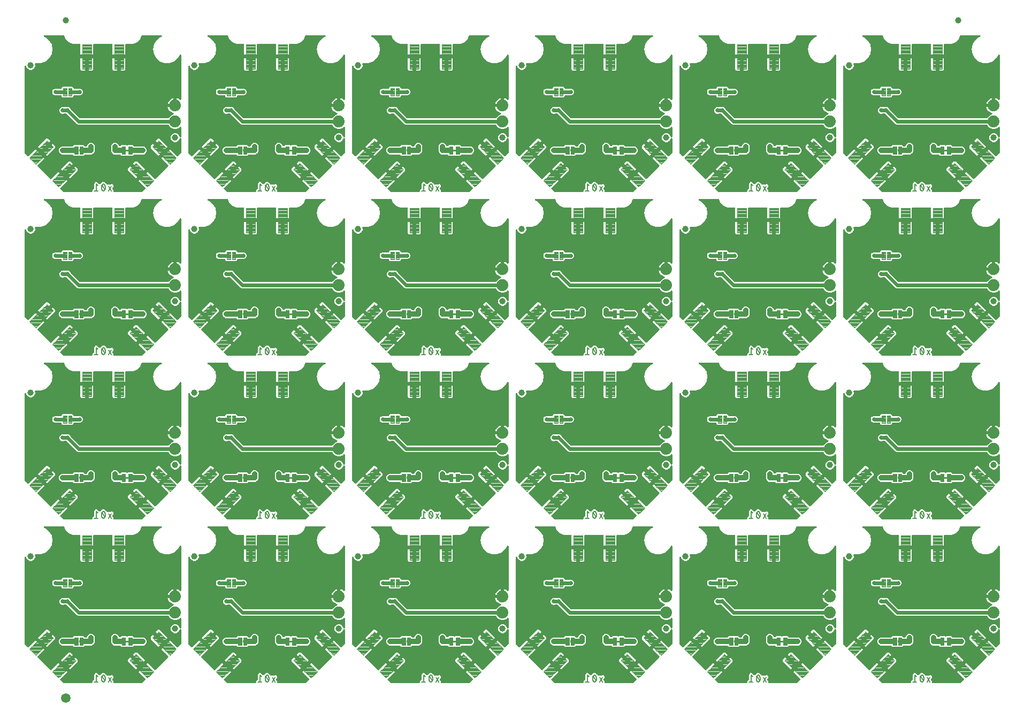
<source format=gbl>
G04 EAGLE Gerber RS-274X export*
G75*
%MOMM*%
%FSLAX34Y34*%
%LPD*%
%INBottom Copper*%
%IPPOS*%
%AMOC8*
5,1,8,0,0,1.08239X$1,22.5*%
G01*
%ADD10C,0.203200*%
%ADD11C,0.105000*%
%ADD12C,0.099059*%
%ADD13C,0.101600*%
%ADD14C,1.879600*%
%ADD15C,1.000000*%
%ADD16C,1.500000*%
%ADD17C,0.655600*%
%ADD18C,0.812800*%
%ADD19C,0.406400*%
%ADD20C,0.609600*%

G36*
X108929Y2798D02*
X108929Y2798D01*
X108955Y2796D01*
X109102Y2818D01*
X109249Y2835D01*
X109273Y2843D01*
X109299Y2847D01*
X109437Y2902D01*
X109577Y2952D01*
X109599Y2966D01*
X109623Y2976D01*
X109745Y3061D01*
X109870Y3141D01*
X109888Y3160D01*
X109909Y3175D01*
X110009Y3285D01*
X110112Y3392D01*
X110125Y3414D01*
X110143Y3434D01*
X110215Y3564D01*
X110291Y3691D01*
X110299Y3716D01*
X110311Y3739D01*
X110352Y3882D01*
X110397Y4023D01*
X110399Y4049D01*
X110406Y4074D01*
X110426Y4318D01*
X110426Y6089D01*
X112265Y7928D01*
X112401Y7982D01*
X112540Y8032D01*
X112562Y8046D01*
X112587Y8056D01*
X112708Y8141D01*
X112833Y8221D01*
X112851Y8240D01*
X112873Y8255D01*
X112972Y8365D01*
X113075Y8472D01*
X113089Y8494D01*
X113106Y8514D01*
X113178Y8644D01*
X113254Y8771D01*
X113262Y8796D01*
X113275Y8819D01*
X113315Y8962D01*
X113360Y9103D01*
X113362Y9129D01*
X113370Y9154D01*
X113389Y9398D01*
X113389Y15241D01*
X113383Y15290D01*
X113380Y15409D01*
X113260Y16491D01*
X113275Y16519D01*
X113311Y16646D01*
X113328Y16695D01*
X114103Y17471D01*
X114134Y17510D01*
X114215Y17596D01*
X114896Y18447D01*
X114926Y18455D01*
X115041Y18520D01*
X115088Y18543D01*
X116185Y18543D01*
X116234Y18548D01*
X116353Y18552D01*
X117435Y18672D01*
X117462Y18657D01*
X117590Y18621D01*
X117639Y18604D01*
X118415Y17829D01*
X118454Y17798D01*
X118540Y17716D01*
X121009Y15741D01*
X121105Y15681D01*
X121197Y15613D01*
X121253Y15588D01*
X121304Y15556D01*
X121412Y15519D01*
X121516Y15474D01*
X121576Y15463D01*
X121634Y15443D01*
X121747Y15431D01*
X121859Y15411D01*
X121920Y15414D01*
X121981Y15407D01*
X122094Y15422D01*
X122207Y15427D01*
X122266Y15444D01*
X122326Y15452D01*
X122433Y15492D01*
X122543Y15523D01*
X122596Y15552D01*
X122653Y15574D01*
X122748Y15637D01*
X122847Y15692D01*
X122893Y15733D01*
X122943Y15767D01*
X123021Y15849D01*
X123106Y15926D01*
X123140Y15976D01*
X123182Y16020D01*
X123239Y16119D01*
X123304Y16212D01*
X123336Y16285D01*
X123357Y16322D01*
X123370Y16363D01*
X123402Y16437D01*
X123454Y16590D01*
X126188Y18543D01*
X129548Y18543D01*
X129873Y18310D01*
X132006Y16787D01*
X132281Y16590D01*
X132568Y15755D01*
X132588Y15712D01*
X132601Y15666D01*
X132663Y15555D01*
X132718Y15441D01*
X132747Y15403D01*
X132771Y15361D01*
X132856Y15267D01*
X132935Y15168D01*
X132973Y15139D01*
X133005Y15103D01*
X133109Y15031D01*
X133209Y14953D01*
X133252Y14932D01*
X133292Y14905D01*
X133410Y14859D01*
X133525Y14805D01*
X133571Y14795D01*
X133616Y14777D01*
X133741Y14759D01*
X133865Y14733D01*
X133913Y14734D01*
X133961Y14727D01*
X134087Y14737D01*
X134214Y14740D01*
X134260Y14752D01*
X134308Y14756D01*
X134429Y14795D01*
X134552Y14826D01*
X134594Y14848D01*
X134640Y14863D01*
X134853Y14982D01*
X135144Y15175D01*
X137856Y14633D01*
X137860Y14632D01*
X137863Y14631D01*
X138033Y14618D01*
X138203Y14604D01*
X138207Y14604D01*
X138211Y14604D01*
X138454Y14633D01*
X141166Y15175D01*
X143267Y13774D01*
X143763Y11298D01*
X142382Y9227D01*
X142348Y9160D01*
X142306Y9099D01*
X142269Y9006D01*
X142223Y8917D01*
X142205Y8844D01*
X142178Y8774D01*
X142163Y8676D01*
X142139Y8579D01*
X142138Y8504D01*
X142127Y8430D01*
X142135Y8330D01*
X142134Y8230D01*
X142150Y8157D01*
X142156Y8082D01*
X142187Y7987D01*
X142208Y7890D01*
X142240Y7822D01*
X142263Y7751D01*
X142338Y7617D01*
X142358Y7575D01*
X142369Y7561D01*
X142382Y7537D01*
X143763Y5466D01*
X143593Y4617D01*
X143593Y4615D01*
X143592Y4613D01*
X143577Y4432D01*
X143564Y4269D01*
X143564Y4268D01*
X143564Y4266D01*
X143590Y4095D01*
X143615Y3925D01*
X143615Y3923D01*
X143616Y3921D01*
X143680Y3760D01*
X143743Y3600D01*
X143744Y3599D01*
X143744Y3597D01*
X143842Y3457D01*
X143941Y3314D01*
X143942Y3313D01*
X143943Y3311D01*
X144069Y3197D01*
X144199Y3080D01*
X144201Y3079D01*
X144202Y3078D01*
X144354Y2994D01*
X144504Y2911D01*
X144506Y2910D01*
X144507Y2909D01*
X144673Y2862D01*
X144839Y2815D01*
X144841Y2815D01*
X144843Y2814D01*
X145086Y2795D01*
X188711Y2795D01*
X188837Y2809D01*
X188963Y2816D01*
X189010Y2829D01*
X189058Y2835D01*
X189177Y2877D01*
X189298Y2912D01*
X189340Y2936D01*
X189386Y2952D01*
X189492Y3021D01*
X189602Y3082D01*
X189648Y3122D01*
X189679Y3141D01*
X189712Y3176D01*
X189789Y3241D01*
X194136Y7589D01*
X194153Y7609D01*
X194173Y7626D01*
X194261Y7746D01*
X194353Y7862D01*
X194364Y7885D01*
X194380Y7906D01*
X194439Y8043D01*
X194502Y8177D01*
X194507Y8202D01*
X194518Y8227D01*
X194544Y8373D01*
X194575Y8517D01*
X194575Y8544D01*
X194579Y8570D01*
X194572Y8718D01*
X194569Y8866D01*
X194563Y8891D01*
X194562Y8918D01*
X194520Y9060D01*
X194484Y9204D01*
X194472Y9227D01*
X194465Y9252D01*
X194393Y9382D01*
X194325Y9514D01*
X194308Y9534D01*
X194295Y9557D01*
X194136Y9743D01*
X183469Y20410D01*
X189491Y26432D01*
X189508Y26453D01*
X189528Y26470D01*
X189616Y26589D01*
X189708Y26705D01*
X189719Y26729D01*
X189735Y26750D01*
X189794Y26886D01*
X189857Y27020D01*
X189863Y27046D01*
X189873Y27070D01*
X189899Y27216D01*
X189930Y27361D01*
X189930Y27387D01*
X189935Y27413D01*
X189927Y27561D01*
X189924Y27709D01*
X189918Y27735D01*
X189917Y27761D01*
X189876Y27903D01*
X189839Y28047D01*
X189827Y28071D01*
X189820Y28096D01*
X189748Y28225D01*
X189680Y28357D01*
X189663Y28377D01*
X189650Y28400D01*
X189491Y28586D01*
X188413Y29664D01*
X188414Y29666D01*
X189493Y28587D01*
X189513Y28571D01*
X189530Y28551D01*
X189650Y28463D01*
X189766Y28371D01*
X189789Y28360D01*
X189810Y28344D01*
X189947Y28285D01*
X190081Y28222D01*
X190106Y28216D01*
X190131Y28206D01*
X190277Y28180D01*
X190421Y28149D01*
X190448Y28149D01*
X190474Y28144D01*
X190622Y28152D01*
X190770Y28155D01*
X190795Y28161D01*
X190822Y28162D01*
X190964Y28203D01*
X191108Y28240D01*
X191131Y28252D01*
X191156Y28259D01*
X191286Y28331D01*
X191418Y28399D01*
X191438Y28416D01*
X191461Y28429D01*
X191647Y28587D01*
X197669Y34610D01*
X208336Y23943D01*
X208357Y23926D01*
X208374Y23906D01*
X208493Y23818D01*
X208609Y23726D01*
X208633Y23715D01*
X208654Y23699D01*
X208790Y23640D01*
X208924Y23577D01*
X208950Y23572D01*
X208974Y23561D01*
X209120Y23535D01*
X209265Y23504D01*
X209291Y23504D01*
X209317Y23499D01*
X209465Y23507D01*
X209613Y23510D01*
X209639Y23516D01*
X209665Y23517D01*
X209807Y23558D01*
X209951Y23595D01*
X209975Y23607D01*
X210000Y23614D01*
X210129Y23686D01*
X210261Y23754D01*
X210281Y23771D01*
X210304Y23784D01*
X210490Y23943D01*
X230057Y43510D01*
X230074Y43530D01*
X230094Y43547D01*
X230182Y43667D01*
X230274Y43783D01*
X230285Y43806D01*
X230301Y43828D01*
X230360Y43964D01*
X230423Y44098D01*
X230428Y44123D01*
X230439Y44148D01*
X230465Y44294D01*
X230496Y44439D01*
X230496Y44465D01*
X230500Y44491D01*
X230493Y44639D01*
X230490Y44787D01*
X230484Y44812D01*
X230483Y44839D01*
X230442Y44981D01*
X230405Y45125D01*
X230393Y45148D01*
X230386Y45173D01*
X230314Y45303D01*
X230246Y45435D01*
X230229Y45455D01*
X230216Y45478D01*
X230057Y45664D01*
X219390Y56331D01*
X225412Y62353D01*
X225429Y62374D01*
X225449Y62391D01*
X225537Y62510D01*
X225629Y62626D01*
X225640Y62650D01*
X225656Y62671D01*
X225715Y62807D01*
X225778Y62941D01*
X225784Y62967D01*
X225794Y62991D01*
X225820Y63137D01*
X225851Y63282D01*
X225851Y63308D01*
X225856Y63334D01*
X225848Y63482D01*
X225845Y63630D01*
X225839Y63656D01*
X225838Y63682D01*
X225797Y63825D01*
X225760Y63968D01*
X225748Y63992D01*
X225741Y64017D01*
X225669Y64147D01*
X225601Y64278D01*
X225584Y64298D01*
X225571Y64321D01*
X225412Y64507D01*
X224334Y65586D01*
X224336Y65587D01*
X225414Y64509D01*
X225434Y64492D01*
X225451Y64472D01*
X225571Y64384D01*
X225687Y64292D01*
X225710Y64281D01*
X225732Y64265D01*
X225868Y64206D01*
X226002Y64143D01*
X226027Y64137D01*
X226052Y64127D01*
X226198Y64101D01*
X226343Y64070D01*
X226369Y64070D01*
X226395Y64065D01*
X226543Y64073D01*
X226691Y64076D01*
X226716Y64082D01*
X226743Y64083D01*
X226885Y64124D01*
X227029Y64161D01*
X227052Y64173D01*
X227077Y64180D01*
X227207Y64252D01*
X227339Y64320D01*
X227359Y64337D01*
X227382Y64350D01*
X227568Y64509D01*
X233590Y70531D01*
X244257Y59864D01*
X244278Y59847D01*
X244295Y59827D01*
X244414Y59739D01*
X244530Y59647D01*
X244554Y59636D01*
X244575Y59620D01*
X244711Y59561D01*
X244845Y59498D01*
X244871Y59493D01*
X244895Y59482D01*
X245041Y59456D01*
X245186Y59425D01*
X245212Y59425D01*
X245238Y59421D01*
X245386Y59428D01*
X245534Y59431D01*
X245560Y59437D01*
X245586Y59438D01*
X245728Y59479D01*
X245872Y59516D01*
X245896Y59528D01*
X245921Y59535D01*
X246050Y59607D01*
X246182Y59675D01*
X246202Y59692D01*
X246225Y59705D01*
X246411Y59864D01*
X250759Y64211D01*
X250828Y64298D01*
X250851Y64322D01*
X250856Y64331D01*
X250922Y64404D01*
X250946Y64447D01*
X250976Y64484D01*
X251030Y64599D01*
X251091Y64709D01*
X251104Y64756D01*
X251125Y64800D01*
X251151Y64923D01*
X251186Y65045D01*
X251191Y65106D01*
X251198Y65140D01*
X251197Y65188D01*
X251205Y65289D01*
X251205Y86778D01*
X251200Y86828D01*
X251202Y86878D01*
X251180Y87001D01*
X251165Y87124D01*
X251148Y87172D01*
X251139Y87221D01*
X251090Y87336D01*
X251048Y87452D01*
X251021Y87495D01*
X251001Y87541D01*
X250926Y87641D01*
X250859Y87745D01*
X250823Y87780D01*
X250793Y87821D01*
X250698Y87901D01*
X250608Y87987D01*
X250565Y88013D01*
X250527Y88046D01*
X250416Y88102D01*
X250309Y88166D01*
X250261Y88182D01*
X250216Y88205D01*
X250096Y88235D01*
X249977Y88273D01*
X249927Y88277D01*
X249878Y88289D01*
X249754Y88291D01*
X249630Y88301D01*
X249580Y88293D01*
X249530Y88294D01*
X249408Y88267D01*
X249285Y88249D01*
X249238Y88230D01*
X249189Y88219D01*
X249077Y88166D01*
X248961Y88120D01*
X248920Y88091D01*
X248874Y88070D01*
X248777Y87992D01*
X248675Y87921D01*
X248641Y87884D01*
X248602Y87852D01*
X248525Y87755D01*
X248442Y87662D01*
X248417Y87618D01*
X248386Y87579D01*
X248275Y87361D01*
X247262Y84916D01*
X245284Y82938D01*
X242699Y81867D01*
X239901Y81867D01*
X237316Y82938D01*
X235338Y84916D01*
X234267Y87501D01*
X234267Y90299D01*
X235338Y92884D01*
X237316Y94862D01*
X239901Y95933D01*
X242699Y95933D01*
X245284Y94862D01*
X247262Y92884D01*
X248275Y90439D01*
X248299Y90395D01*
X248316Y90348D01*
X248384Y90243D01*
X248444Y90134D01*
X248478Y90097D01*
X248505Y90055D01*
X248595Y89968D01*
X248678Y89876D01*
X248720Y89848D01*
X248756Y89813D01*
X248863Y89749D01*
X248965Y89678D01*
X249012Y89660D01*
X249055Y89634D01*
X249173Y89596D01*
X249289Y89550D01*
X249339Y89543D01*
X249387Y89527D01*
X249511Y89517D01*
X249634Y89499D01*
X249684Y89504D01*
X249734Y89499D01*
X249857Y89518D01*
X249981Y89528D01*
X250029Y89544D01*
X250079Y89551D01*
X250194Y89597D01*
X250313Y89635D01*
X250356Y89661D01*
X250403Y89680D01*
X250505Y89751D01*
X250611Y89815D01*
X250648Y89850D01*
X250689Y89879D01*
X250772Y89971D01*
X250861Y90058D01*
X250889Y90100D01*
X250922Y90138D01*
X250982Y90246D01*
X251050Y90351D01*
X251067Y90399D01*
X251091Y90443D01*
X251125Y90562D01*
X251166Y90680D01*
X251172Y90729D01*
X251186Y90778D01*
X251205Y91022D01*
X251205Y104362D01*
X251194Y104462D01*
X251192Y104563D01*
X251174Y104635D01*
X251165Y104709D01*
X251131Y104803D01*
X251107Y104900D01*
X251073Y104966D01*
X251048Y105037D01*
X250993Y105121D01*
X250947Y105210D01*
X250899Y105267D01*
X250859Y105329D01*
X250787Y105399D01*
X250722Y105476D01*
X250662Y105520D01*
X250608Y105572D01*
X250522Y105623D01*
X250441Y105683D01*
X250373Y105712D01*
X250309Y105750D01*
X250213Y105781D01*
X250121Y105821D01*
X250048Y105834D01*
X249977Y105857D01*
X249877Y105865D01*
X249778Y105883D01*
X249704Y105879D01*
X249630Y105885D01*
X249530Y105870D01*
X249430Y105865D01*
X249359Y105844D01*
X249285Y105833D01*
X249192Y105796D01*
X249095Y105768D01*
X249030Y105732D01*
X248961Y105704D01*
X248879Y105647D01*
X248791Y105598D01*
X248715Y105533D01*
X248675Y105505D01*
X248651Y105479D01*
X248605Y105439D01*
X247775Y104610D01*
X243574Y102869D01*
X239026Y102869D01*
X234825Y104610D01*
X231610Y107825D01*
X231421Y108279D01*
X231384Y108346D01*
X231356Y108417D01*
X231300Y108498D01*
X231252Y108584D01*
X231201Y108640D01*
X231157Y108703D01*
X231084Y108769D01*
X231018Y108842D01*
X230955Y108885D01*
X230898Y108936D01*
X230812Y108984D01*
X230731Y109040D01*
X230660Y109068D01*
X230593Y109105D01*
X230499Y109132D01*
X230407Y109168D01*
X230332Y109179D01*
X230258Y109200D01*
X230109Y109212D01*
X230062Y109219D01*
X230043Y109217D01*
X230014Y109219D01*
X87889Y109219D01*
X86022Y109993D01*
X69462Y126553D01*
X69363Y126632D01*
X69269Y126716D01*
X69226Y126740D01*
X69189Y126770D01*
X69074Y126824D01*
X68964Y126885D01*
X68917Y126898D01*
X68874Y126919D01*
X68750Y126945D01*
X68628Y126980D01*
X68568Y126985D01*
X68533Y126992D01*
X68485Y126991D01*
X68385Y126999D01*
X65415Y126999D01*
X65413Y126999D01*
X65411Y126999D01*
X65240Y126979D01*
X65068Y126959D01*
X65066Y126959D01*
X65064Y126958D01*
X64832Y126883D01*
X64556Y126769D01*
X62444Y126769D01*
X60492Y127578D01*
X58998Y129072D01*
X58189Y131024D01*
X58189Y133136D01*
X58998Y135088D01*
X60492Y136582D01*
X62444Y137391D01*
X64556Y137391D01*
X64832Y137277D01*
X64834Y137276D01*
X64835Y137275D01*
X65003Y137228D01*
X65167Y137181D01*
X65169Y137181D01*
X65171Y137180D01*
X65415Y137161D01*
X69205Y137161D01*
X69207Y137161D01*
X69209Y137161D01*
X69380Y137181D01*
X69552Y137201D01*
X69554Y137201D01*
X69556Y137202D01*
X69788Y137277D01*
X70064Y137391D01*
X72176Y137391D01*
X74128Y136582D01*
X75622Y135088D01*
X75736Y134813D01*
X75737Y134811D01*
X75738Y134809D01*
X75823Y134657D01*
X75906Y134508D01*
X75907Y134507D01*
X75908Y134505D01*
X76066Y134319D01*
X90558Y119827D01*
X90657Y119748D01*
X90751Y119664D01*
X90794Y119640D01*
X90831Y119610D01*
X90946Y119556D01*
X91056Y119495D01*
X91103Y119482D01*
X91146Y119461D01*
X91270Y119435D01*
X91392Y119400D01*
X91452Y119395D01*
X91487Y119388D01*
X91535Y119389D01*
X91635Y119381D01*
X230014Y119381D01*
X230090Y119389D01*
X230167Y119388D01*
X230263Y119409D01*
X230360Y119421D01*
X230432Y119446D01*
X230507Y119463D01*
X230596Y119505D01*
X230688Y119538D01*
X230753Y119580D01*
X230822Y119612D01*
X230899Y119674D01*
X230981Y119727D01*
X231034Y119782D01*
X231094Y119830D01*
X231155Y119907D01*
X231223Y119978D01*
X231263Y120043D01*
X231310Y120103D01*
X231378Y120236D01*
X231402Y120277D01*
X231408Y120295D01*
X231421Y120321D01*
X231610Y120775D01*
X234825Y123990D01*
X238127Y125358D01*
X238267Y125436D01*
X238408Y125511D01*
X238419Y125521D01*
X238432Y125528D01*
X238550Y125635D01*
X238671Y125740D01*
X238679Y125752D01*
X238690Y125762D01*
X238781Y125893D01*
X238874Y126023D01*
X238880Y126036D01*
X238888Y126048D01*
X238947Y126197D01*
X239008Y126345D01*
X239011Y126359D01*
X239016Y126373D01*
X239039Y126531D01*
X239066Y126689D01*
X239065Y126703D01*
X239067Y126717D01*
X239053Y126877D01*
X239043Y127036D01*
X239039Y127050D01*
X239038Y127065D01*
X238989Y127217D01*
X238942Y127370D01*
X238935Y127383D01*
X238931Y127396D01*
X238848Y127533D01*
X238768Y127672D01*
X238759Y127683D01*
X238751Y127695D01*
X238640Y127810D01*
X238530Y127927D01*
X238518Y127935D01*
X238508Y127945D01*
X238374Y128031D01*
X238241Y128120D01*
X238225Y128127D01*
X238215Y128133D01*
X238179Y128146D01*
X238015Y128214D01*
X236717Y128636D01*
X235043Y129489D01*
X233522Y130594D01*
X232194Y131922D01*
X231089Y133443D01*
X230236Y135117D01*
X229655Y136904D01*
X229615Y137161D01*
X240284Y137161D01*
X240310Y137164D01*
X240336Y137162D01*
X240483Y137184D01*
X240630Y137201D01*
X240655Y137209D01*
X240681Y137213D01*
X240818Y137268D01*
X240958Y137318D01*
X240980Y137332D01*
X241005Y137342D01*
X241126Y137427D01*
X241251Y137507D01*
X241269Y137526D01*
X241291Y137541D01*
X241390Y137651D01*
X241493Y137758D01*
X241507Y137780D01*
X241524Y137800D01*
X241596Y137930D01*
X241672Y138057D01*
X241680Y138082D01*
X241693Y138105D01*
X241733Y138248D01*
X241778Y138389D01*
X241780Y138415D01*
X241787Y138440D01*
X241807Y138684D01*
X241807Y139193D01*
X242316Y139193D01*
X242342Y139196D01*
X242368Y139194D01*
X242515Y139216D01*
X242662Y139233D01*
X242687Y139242D01*
X242713Y139246D01*
X242851Y139300D01*
X242990Y139350D01*
X243012Y139365D01*
X243037Y139374D01*
X243158Y139459D01*
X243283Y139539D01*
X243301Y139558D01*
X243323Y139573D01*
X243422Y139683D01*
X243525Y139790D01*
X243539Y139813D01*
X243556Y139832D01*
X243628Y139962D01*
X243704Y140089D01*
X243712Y140114D01*
X243725Y140137D01*
X243765Y140280D01*
X243810Y140421D01*
X243812Y140447D01*
X243820Y140472D01*
X243839Y140716D01*
X243839Y151385D01*
X244096Y151345D01*
X245883Y150764D01*
X247557Y149911D01*
X248787Y149018D01*
X248922Y148942D01*
X249055Y148862D01*
X249073Y148856D01*
X249090Y148846D01*
X249239Y148803D01*
X249387Y148756D01*
X249406Y148754D01*
X249425Y148749D01*
X249580Y148740D01*
X249734Y148728D01*
X249753Y148731D01*
X249773Y148729D01*
X249926Y148756D01*
X250079Y148779D01*
X250097Y148787D01*
X250116Y148790D01*
X250259Y148851D01*
X250403Y148908D01*
X250419Y148919D01*
X250436Y148927D01*
X250562Y149019D01*
X250689Y149107D01*
X250702Y149121D01*
X250717Y149133D01*
X250819Y149251D01*
X250922Y149366D01*
X250932Y149383D01*
X250944Y149397D01*
X251016Y149535D01*
X251091Y149671D01*
X251096Y149689D01*
X251105Y149707D01*
X251143Y149856D01*
X251186Y150006D01*
X251188Y150029D01*
X251191Y150044D01*
X251192Y150088D01*
X251205Y150250D01*
X251205Y218887D01*
X251191Y219011D01*
X251185Y219136D01*
X251171Y219184D01*
X251165Y219233D01*
X251123Y219351D01*
X251089Y219471D01*
X251065Y219515D01*
X251048Y219562D01*
X250980Y219667D01*
X250919Y219776D01*
X250886Y219813D01*
X250859Y219854D01*
X250769Y219941D01*
X250685Y220034D01*
X250644Y220062D01*
X250608Y220097D01*
X250501Y220161D01*
X250398Y220232D01*
X250352Y220250D01*
X250309Y220275D01*
X250190Y220313D01*
X250074Y220359D01*
X250025Y220366D01*
X249977Y220382D01*
X249853Y220392D01*
X249729Y220410D01*
X249679Y220406D01*
X249630Y220410D01*
X249506Y220391D01*
X249382Y220381D01*
X249334Y220365D01*
X249285Y220358D01*
X249169Y220312D01*
X249050Y220273D01*
X249007Y220247D01*
X248961Y220229D01*
X248859Y220158D01*
X248752Y220093D01*
X248716Y220059D01*
X248675Y220030D01*
X248591Y219937D01*
X248502Y219850D01*
X248466Y219799D01*
X248442Y219771D01*
X248419Y219730D01*
X248363Y219649D01*
X245395Y214508D01*
X239562Y209613D01*
X232407Y207009D01*
X224793Y207009D01*
X217638Y209613D01*
X211805Y214508D01*
X207998Y221102D01*
X206676Y228600D01*
X207998Y236098D01*
X211805Y242692D01*
X217638Y247587D01*
X219463Y248251D01*
X219537Y248288D01*
X219616Y248316D01*
X219693Y248366D01*
X219774Y248407D01*
X219839Y248460D01*
X219909Y248505D01*
X219972Y248571D01*
X220042Y248629D01*
X220093Y248696D01*
X220151Y248756D01*
X220198Y248834D01*
X220253Y248907D01*
X220287Y248983D01*
X220330Y249055D01*
X220358Y249142D01*
X220395Y249225D01*
X220411Y249307D01*
X220436Y249387D01*
X220443Y249478D01*
X220461Y249567D01*
X220457Y249651D01*
X220464Y249734D01*
X220450Y249824D01*
X220447Y249916D01*
X220425Y249996D01*
X220412Y250079D01*
X220379Y250164D01*
X220354Y250252D01*
X220314Y250325D01*
X220284Y250403D01*
X220231Y250478D01*
X220188Y250558D01*
X220132Y250620D01*
X220085Y250689D01*
X220017Y250750D01*
X219956Y250818D01*
X219888Y250866D01*
X219826Y250922D01*
X219746Y250966D01*
X219671Y251019D01*
X219594Y251050D01*
X219521Y251091D01*
X219433Y251116D01*
X219348Y251150D01*
X219266Y251163D01*
X219185Y251186D01*
X219053Y251196D01*
X219004Y251204D01*
X218980Y251202D01*
X218942Y251205D01*
X189456Y251205D01*
X189380Y251197D01*
X189304Y251198D01*
X189208Y251177D01*
X189110Y251165D01*
X189038Y251140D01*
X188963Y251123D01*
X188875Y251081D01*
X188782Y251048D01*
X188718Y251006D01*
X188649Y250974D01*
X188572Y250912D01*
X188489Y250859D01*
X188436Y250804D01*
X188376Y250756D01*
X188315Y250679D01*
X188247Y250608D01*
X188208Y250543D01*
X188160Y250483D01*
X188092Y250349D01*
X188068Y250309D01*
X188062Y250291D01*
X188049Y250265D01*
X185662Y244503D01*
X180947Y239788D01*
X174785Y237235D01*
X163964Y237235D01*
X163938Y237232D01*
X163912Y237234D01*
X163765Y237212D01*
X163618Y237195D01*
X163593Y237187D01*
X163567Y237183D01*
X163429Y237128D01*
X163290Y237078D01*
X163268Y237064D01*
X163243Y237054D01*
X163122Y236969D01*
X162997Y236889D01*
X162979Y236870D01*
X162957Y236855D01*
X162858Y236745D01*
X162755Y236638D01*
X162741Y236616D01*
X162724Y236596D01*
X162652Y236466D01*
X162576Y236339D01*
X162568Y236314D01*
X162555Y236291D01*
X162515Y236148D01*
X162470Y236007D01*
X162468Y235981D01*
X162460Y235956D01*
X162441Y235712D01*
X162441Y220217D01*
X153924Y220217D01*
X153898Y220214D01*
X153872Y220216D01*
X153725Y220194D01*
X153578Y220177D01*
X153553Y220168D01*
X153527Y220165D01*
X153389Y220110D01*
X153250Y220060D01*
X153228Y220046D01*
X153203Y220036D01*
X153082Y219951D01*
X152957Y219871D01*
X152939Y219852D01*
X152917Y219837D01*
X152818Y219727D01*
X152715Y219620D01*
X152701Y219598D01*
X152684Y219578D01*
X152612Y219448D01*
X152536Y219321D01*
X152528Y219296D01*
X152515Y219273D01*
X152475Y219130D01*
X152430Y218989D01*
X152428Y218963D01*
X152420Y218938D01*
X152401Y218694D01*
X152401Y217169D01*
X152399Y217169D01*
X152399Y218694D01*
X152396Y218720D01*
X152398Y218746D01*
X152376Y218893D01*
X152359Y219040D01*
X152350Y219065D01*
X152347Y219091D01*
X152292Y219229D01*
X152242Y219368D01*
X152228Y219390D01*
X152218Y219415D01*
X152133Y219536D01*
X152053Y219661D01*
X152034Y219679D01*
X152019Y219701D01*
X151909Y219800D01*
X151802Y219903D01*
X151780Y219917D01*
X151760Y219934D01*
X151630Y220006D01*
X151503Y220082D01*
X151478Y220090D01*
X151455Y220103D01*
X151312Y220143D01*
X151171Y220188D01*
X151145Y220190D01*
X151120Y220198D01*
X150876Y220217D01*
X142359Y220217D01*
X142359Y235712D01*
X142356Y235738D01*
X142358Y235764D01*
X142336Y235911D01*
X142319Y236058D01*
X142311Y236083D01*
X142307Y236109D01*
X142252Y236247D01*
X142202Y236386D01*
X142188Y236408D01*
X142178Y236433D01*
X142093Y236554D01*
X142013Y236679D01*
X141994Y236697D01*
X141979Y236719D01*
X141869Y236818D01*
X141762Y236921D01*
X141740Y236935D01*
X141720Y236952D01*
X141590Y237024D01*
X141463Y237100D01*
X141438Y237108D01*
X141415Y237121D01*
X141272Y237161D01*
X141131Y237206D01*
X141105Y237208D01*
X141080Y237216D01*
X140836Y237235D01*
X113164Y237235D01*
X113138Y237232D01*
X113112Y237234D01*
X112965Y237212D01*
X112818Y237195D01*
X112793Y237187D01*
X112767Y237183D01*
X112629Y237128D01*
X112490Y237078D01*
X112468Y237064D01*
X112443Y237054D01*
X112322Y236969D01*
X112197Y236889D01*
X112179Y236870D01*
X112157Y236855D01*
X112058Y236745D01*
X111955Y236638D01*
X111941Y236616D01*
X111924Y236596D01*
X111852Y236466D01*
X111776Y236339D01*
X111768Y236314D01*
X111755Y236291D01*
X111715Y236148D01*
X111670Y236007D01*
X111668Y235981D01*
X111660Y235956D01*
X111641Y235712D01*
X111641Y220217D01*
X103124Y220217D01*
X103098Y220214D01*
X103072Y220216D01*
X102925Y220194D01*
X102778Y220177D01*
X102753Y220168D01*
X102727Y220165D01*
X102589Y220110D01*
X102450Y220060D01*
X102428Y220046D01*
X102403Y220036D01*
X102282Y219951D01*
X102157Y219871D01*
X102139Y219852D01*
X102117Y219837D01*
X102018Y219727D01*
X101915Y219620D01*
X101901Y219598D01*
X101884Y219578D01*
X101812Y219448D01*
X101736Y219321D01*
X101728Y219296D01*
X101715Y219273D01*
X101675Y219130D01*
X101630Y218989D01*
X101628Y218963D01*
X101620Y218938D01*
X101601Y218694D01*
X101601Y217169D01*
X101599Y217169D01*
X101599Y218694D01*
X101596Y218720D01*
X101598Y218746D01*
X101576Y218893D01*
X101559Y219040D01*
X101550Y219065D01*
X101547Y219091D01*
X101492Y219229D01*
X101442Y219368D01*
X101428Y219390D01*
X101418Y219415D01*
X101333Y219536D01*
X101253Y219661D01*
X101234Y219679D01*
X101219Y219701D01*
X101109Y219800D01*
X101002Y219903D01*
X100980Y219917D01*
X100960Y219934D01*
X100830Y220006D01*
X100703Y220082D01*
X100678Y220090D01*
X100655Y220103D01*
X100512Y220143D01*
X100371Y220188D01*
X100345Y220190D01*
X100320Y220198D01*
X100076Y220217D01*
X91559Y220217D01*
X91559Y235712D01*
X91556Y235738D01*
X91558Y235764D01*
X91536Y235911D01*
X91519Y236058D01*
X91511Y236083D01*
X91507Y236109D01*
X91452Y236247D01*
X91402Y236386D01*
X91388Y236408D01*
X91378Y236433D01*
X91293Y236554D01*
X91213Y236679D01*
X91194Y236697D01*
X91179Y236719D01*
X91069Y236818D01*
X90962Y236921D01*
X90940Y236935D01*
X90920Y236952D01*
X90790Y237024D01*
X90663Y237100D01*
X90638Y237108D01*
X90615Y237121D01*
X90472Y237161D01*
X90331Y237206D01*
X90305Y237208D01*
X90280Y237216D01*
X90036Y237235D01*
X79215Y237235D01*
X73053Y239788D01*
X68338Y244503D01*
X65951Y250265D01*
X65914Y250332D01*
X65886Y250403D01*
X65830Y250483D01*
X65782Y250570D01*
X65730Y250626D01*
X65687Y250689D01*
X65614Y250755D01*
X65548Y250828D01*
X65485Y250871D01*
X65428Y250922D01*
X65342Y250970D01*
X65261Y251026D01*
X65190Y251054D01*
X65123Y251091D01*
X65028Y251118D01*
X64937Y251154D01*
X64861Y251165D01*
X64788Y251186D01*
X64639Y251198D01*
X64592Y251205D01*
X64573Y251203D01*
X64544Y251205D01*
X35058Y251205D01*
X34975Y251196D01*
X34892Y251196D01*
X34803Y251176D01*
X34712Y251165D01*
X34634Y251137D01*
X34552Y251119D01*
X34470Y251079D01*
X34384Y251048D01*
X34314Y251003D01*
X34239Y250966D01*
X34168Y250908D01*
X34091Y250859D01*
X34033Y250799D01*
X33968Y250746D01*
X33913Y250674D01*
X33849Y250608D01*
X33806Y250537D01*
X33755Y250470D01*
X33717Y250387D01*
X33670Y250309D01*
X33645Y250230D01*
X33610Y250154D01*
X33592Y250064D01*
X33564Y249977D01*
X33557Y249894D01*
X33541Y249812D01*
X33543Y249721D01*
X33536Y249630D01*
X33548Y249547D01*
X33551Y249464D01*
X33574Y249375D01*
X33588Y249285D01*
X33619Y249207D01*
X33640Y249127D01*
X33683Y249046D01*
X33716Y248961D01*
X33764Y248893D01*
X33803Y248819D01*
X33863Y248750D01*
X33915Y248675D01*
X33977Y248619D01*
X34032Y248556D01*
X34106Y248503D01*
X34174Y248442D01*
X34247Y248401D01*
X34315Y248352D01*
X34436Y248297D01*
X34479Y248273D01*
X34503Y248267D01*
X34537Y248251D01*
X36362Y247587D01*
X42195Y242692D01*
X46002Y236098D01*
X47324Y228600D01*
X46002Y221102D01*
X42195Y214508D01*
X36362Y209613D01*
X29207Y207009D01*
X21593Y207009D01*
X21480Y207050D01*
X21415Y207066D01*
X21352Y207091D01*
X21245Y207106D01*
X21141Y207131D01*
X21074Y207132D01*
X21007Y207142D01*
X20900Y207133D01*
X20793Y207133D01*
X20727Y207118D01*
X20660Y207113D01*
X20557Y207080D01*
X20453Y207056D01*
X20392Y207026D01*
X20328Y207006D01*
X20236Y206950D01*
X20139Y206903D01*
X20087Y206861D01*
X20029Y206826D01*
X19952Y206751D01*
X19869Y206683D01*
X19828Y206630D01*
X19779Y206583D01*
X19721Y206493D01*
X19656Y206408D01*
X19628Y206346D01*
X19591Y206290D01*
X19555Y206188D01*
X19511Y206091D01*
X19497Y206025D01*
X19475Y205961D01*
X19463Y205854D01*
X19441Y205749D01*
X19443Y205682D01*
X19436Y205615D01*
X19448Y205508D01*
X19451Y205401D01*
X19469Y205336D01*
X19476Y205269D01*
X19530Y205102D01*
X19540Y205064D01*
X19546Y205053D01*
X19552Y205036D01*
X19733Y204599D01*
X19733Y201801D01*
X18662Y199216D01*
X16684Y197238D01*
X14099Y196167D01*
X11301Y196167D01*
X8716Y197238D01*
X6738Y199216D01*
X5725Y201661D01*
X5701Y201705D01*
X5684Y201752D01*
X5616Y201857D01*
X5556Y201966D01*
X5522Y202003D01*
X5495Y202045D01*
X5405Y202132D01*
X5322Y202224D01*
X5280Y202252D01*
X5244Y202287D01*
X5137Y202351D01*
X5035Y202422D01*
X4988Y202440D01*
X4945Y202466D01*
X4827Y202504D01*
X4711Y202550D01*
X4661Y202557D01*
X4613Y202573D01*
X4489Y202583D01*
X4366Y202601D01*
X4316Y202596D01*
X4266Y202601D01*
X4143Y202582D01*
X4019Y202572D01*
X3971Y202556D01*
X3921Y202549D01*
X3806Y202503D01*
X3687Y202465D01*
X3644Y202439D01*
X3597Y202420D01*
X3495Y202349D01*
X3389Y202285D01*
X3352Y202250D01*
X3311Y202221D01*
X3228Y202129D01*
X3139Y202042D01*
X3111Y202000D01*
X3078Y201962D01*
X3018Y201854D01*
X2950Y201749D01*
X2933Y201701D01*
X2909Y201657D01*
X2875Y201538D01*
X2834Y201420D01*
X2828Y201371D01*
X2814Y201322D01*
X2795Y201078D01*
X2795Y65289D01*
X2809Y65163D01*
X2816Y65037D01*
X2829Y64990D01*
X2835Y64942D01*
X2877Y64823D01*
X2912Y64702D01*
X2936Y64660D01*
X2952Y64614D01*
X3021Y64508D01*
X3082Y64398D01*
X3122Y64351D01*
X3141Y64321D01*
X3176Y64288D01*
X3215Y64242D01*
X3216Y64241D01*
X3241Y64211D01*
X7589Y59864D01*
X7609Y59847D01*
X7626Y59827D01*
X7746Y59739D01*
X7862Y59647D01*
X7885Y59636D01*
X7906Y59620D01*
X8043Y59561D01*
X8177Y59498D01*
X8202Y59493D01*
X8227Y59482D01*
X8373Y59456D01*
X8517Y59425D01*
X8544Y59425D01*
X8570Y59421D01*
X8718Y59428D01*
X8866Y59431D01*
X8891Y59437D01*
X8918Y59438D01*
X9060Y59480D01*
X9204Y59516D01*
X9227Y59528D01*
X9252Y59535D01*
X9382Y59607D01*
X9514Y59675D01*
X9534Y59692D01*
X9557Y59705D01*
X9743Y59864D01*
X20410Y70531D01*
X26432Y64508D01*
X26453Y64492D01*
X26470Y64472D01*
X26589Y64384D01*
X26705Y64292D01*
X26729Y64281D01*
X26750Y64265D01*
X26886Y64206D01*
X27020Y64143D01*
X27046Y64137D01*
X27070Y64127D01*
X27216Y64101D01*
X27361Y64070D01*
X27387Y64070D01*
X27413Y64065D01*
X27561Y64073D01*
X27709Y64076D01*
X27735Y64082D01*
X27761Y64083D01*
X27903Y64124D01*
X28047Y64161D01*
X28071Y64173D01*
X28096Y64180D01*
X28225Y64252D01*
X28357Y64320D01*
X28377Y64337D01*
X28400Y64350D01*
X28586Y64508D01*
X29664Y65587D01*
X29666Y65586D01*
X28587Y64507D01*
X28571Y64487D01*
X28551Y64470D01*
X28463Y64350D01*
X28371Y64234D01*
X28360Y64211D01*
X28344Y64189D01*
X28285Y64053D01*
X28222Y63919D01*
X28216Y63894D01*
X28206Y63869D01*
X28180Y63723D01*
X28149Y63578D01*
X28149Y63552D01*
X28144Y63526D01*
X28152Y63378D01*
X28155Y63230D01*
X28161Y63205D01*
X28162Y63178D01*
X28203Y63036D01*
X28240Y62892D01*
X28252Y62869D01*
X28259Y62844D01*
X28331Y62714D01*
X28399Y62582D01*
X28416Y62562D01*
X28429Y62539D01*
X28587Y62353D01*
X34610Y56331D01*
X23943Y45664D01*
X23926Y45643D01*
X23906Y45626D01*
X23818Y45507D01*
X23726Y45391D01*
X23715Y45367D01*
X23699Y45346D01*
X23640Y45210D01*
X23577Y45076D01*
X23572Y45050D01*
X23561Y45026D01*
X23535Y44880D01*
X23504Y44735D01*
X23504Y44709D01*
X23500Y44683D01*
X23507Y44535D01*
X23510Y44387D01*
X23516Y44361D01*
X23517Y44335D01*
X23558Y44193D01*
X23595Y44049D01*
X23607Y44025D01*
X23614Y44000D01*
X23686Y43871D01*
X23754Y43739D01*
X23771Y43719D01*
X23784Y43696D01*
X23943Y43510D01*
X43510Y23943D01*
X43530Y23926D01*
X43547Y23906D01*
X43667Y23818D01*
X43783Y23726D01*
X43806Y23715D01*
X43828Y23699D01*
X43964Y23640D01*
X44098Y23577D01*
X44123Y23572D01*
X44148Y23561D01*
X44294Y23535D01*
X44439Y23504D01*
X44465Y23504D01*
X44491Y23500D01*
X44639Y23507D01*
X44787Y23510D01*
X44812Y23516D01*
X44839Y23517D01*
X44981Y23558D01*
X45125Y23595D01*
X45148Y23607D01*
X45173Y23614D01*
X45303Y23686D01*
X45435Y23754D01*
X45455Y23771D01*
X45478Y23784D01*
X45664Y23943D01*
X56331Y34610D01*
X62353Y28587D01*
X62374Y28571D01*
X62391Y28551D01*
X62510Y28463D01*
X62626Y28371D01*
X62650Y28360D01*
X62671Y28344D01*
X62807Y28285D01*
X62941Y28222D01*
X62967Y28216D01*
X62991Y28206D01*
X63137Y28180D01*
X63282Y28149D01*
X63308Y28149D01*
X63334Y28144D01*
X63482Y28152D01*
X63630Y28155D01*
X63656Y28161D01*
X63682Y28162D01*
X63825Y28203D01*
X63968Y28240D01*
X63992Y28252D01*
X64017Y28259D01*
X64147Y28331D01*
X64278Y28399D01*
X64298Y28416D01*
X64321Y28429D01*
X64507Y28587D01*
X65586Y29666D01*
X65587Y29664D01*
X64508Y28586D01*
X64492Y28566D01*
X64472Y28549D01*
X64384Y28429D01*
X64292Y28313D01*
X64281Y28290D01*
X64265Y28268D01*
X64206Y28132D01*
X64143Y27998D01*
X64137Y27972D01*
X64127Y27948D01*
X64101Y27802D01*
X64070Y27657D01*
X64070Y27631D01*
X64065Y27605D01*
X64073Y27457D01*
X64076Y27309D01*
X64082Y27284D01*
X64083Y27257D01*
X64124Y27115D01*
X64161Y26971D01*
X64173Y26948D01*
X64180Y26922D01*
X64252Y26793D01*
X64320Y26661D01*
X64337Y26641D01*
X64350Y26618D01*
X64508Y26432D01*
X70531Y20410D01*
X59864Y9743D01*
X59847Y9722D01*
X59827Y9705D01*
X59739Y9586D01*
X59647Y9470D01*
X59636Y9446D01*
X59620Y9425D01*
X59561Y9289D01*
X59498Y9155D01*
X59493Y9129D01*
X59482Y9105D01*
X59456Y8959D01*
X59425Y8814D01*
X59425Y8788D01*
X59421Y8762D01*
X59428Y8613D01*
X59431Y8466D01*
X59437Y8440D01*
X59438Y8414D01*
X59480Y8272D01*
X59516Y8128D01*
X59528Y8104D01*
X59535Y8079D01*
X59607Y7950D01*
X59675Y7818D01*
X59692Y7798D01*
X59705Y7775D01*
X59864Y7589D01*
X64211Y3241D01*
X64310Y3162D01*
X64404Y3078D01*
X64447Y3054D01*
X64484Y3024D01*
X64599Y2970D01*
X64709Y2909D01*
X64756Y2896D01*
X64800Y2875D01*
X64923Y2849D01*
X65045Y2814D01*
X65106Y2809D01*
X65140Y2802D01*
X65188Y2803D01*
X65289Y2795D01*
X108903Y2795D01*
X108929Y2798D01*
G37*
G36*
X108929Y520958D02*
X108929Y520958D01*
X108955Y520956D01*
X109102Y520978D01*
X109249Y520995D01*
X109273Y521003D01*
X109299Y521007D01*
X109437Y521062D01*
X109577Y521112D01*
X109599Y521126D01*
X109623Y521136D01*
X109745Y521221D01*
X109870Y521301D01*
X109888Y521320D01*
X109909Y521335D01*
X110009Y521445D01*
X110112Y521552D01*
X110125Y521574D01*
X110143Y521594D01*
X110215Y521724D01*
X110291Y521851D01*
X110299Y521876D01*
X110311Y521899D01*
X110352Y522042D01*
X110397Y522183D01*
X110399Y522209D01*
X110406Y522234D01*
X110426Y522478D01*
X110426Y524249D01*
X112265Y526088D01*
X112401Y526142D01*
X112540Y526192D01*
X112562Y526206D01*
X112587Y526216D01*
X112708Y526301D01*
X112833Y526381D01*
X112851Y526400D01*
X112873Y526415D01*
X112972Y526525D01*
X113075Y526632D01*
X113089Y526654D01*
X113106Y526674D01*
X113178Y526804D01*
X113254Y526931D01*
X113262Y526956D01*
X113275Y526979D01*
X113315Y527122D01*
X113360Y527263D01*
X113362Y527289D01*
X113370Y527314D01*
X113389Y527558D01*
X113389Y533401D01*
X113383Y533450D01*
X113380Y533569D01*
X113260Y534651D01*
X113275Y534679D01*
X113311Y534806D01*
X113328Y534855D01*
X114103Y535631D01*
X114134Y535670D01*
X114215Y535756D01*
X114896Y536607D01*
X114926Y536615D01*
X115041Y536680D01*
X115088Y536703D01*
X116185Y536703D01*
X116234Y536708D01*
X116353Y536712D01*
X117435Y536832D01*
X117462Y536817D01*
X117590Y536781D01*
X117639Y536764D01*
X118415Y535989D01*
X118454Y535958D01*
X118540Y535876D01*
X121009Y533901D01*
X121105Y533841D01*
X121197Y533773D01*
X121253Y533748D01*
X121304Y533716D01*
X121412Y533679D01*
X121516Y533634D01*
X121576Y533623D01*
X121634Y533603D01*
X121747Y533591D01*
X121859Y533571D01*
X121920Y533574D01*
X121981Y533567D01*
X122094Y533582D01*
X122207Y533587D01*
X122266Y533604D01*
X122326Y533612D01*
X122433Y533652D01*
X122543Y533683D01*
X122596Y533712D01*
X122653Y533734D01*
X122748Y533797D01*
X122847Y533852D01*
X122893Y533893D01*
X122943Y533927D01*
X123021Y534009D01*
X123106Y534086D01*
X123140Y534136D01*
X123182Y534180D01*
X123239Y534279D01*
X123304Y534372D01*
X123336Y534445D01*
X123357Y534482D01*
X123370Y534523D01*
X123402Y534597D01*
X123454Y534750D01*
X126188Y536703D01*
X129548Y536703D01*
X132281Y534750D01*
X132568Y533915D01*
X132588Y533872D01*
X132601Y533826D01*
X132663Y533715D01*
X132718Y533601D01*
X132747Y533563D01*
X132771Y533521D01*
X132856Y533427D01*
X132935Y533328D01*
X132973Y533299D01*
X133005Y533263D01*
X133109Y533191D01*
X133209Y533113D01*
X133252Y533092D01*
X133292Y533065D01*
X133410Y533019D01*
X133525Y532965D01*
X133571Y532955D01*
X133616Y532937D01*
X133741Y532919D01*
X133865Y532893D01*
X133913Y532894D01*
X133961Y532887D01*
X134087Y532897D01*
X134214Y532900D01*
X134260Y532912D01*
X134308Y532916D01*
X134429Y532955D01*
X134552Y532986D01*
X134594Y533008D01*
X134640Y533023D01*
X134853Y533142D01*
X135144Y533335D01*
X137856Y532793D01*
X137860Y532792D01*
X137863Y532791D01*
X138033Y532778D01*
X138203Y532764D01*
X138207Y532764D01*
X138211Y532764D01*
X138454Y532793D01*
X141166Y533335D01*
X143267Y531934D01*
X143763Y529458D01*
X142382Y527387D01*
X142348Y527320D01*
X142306Y527259D01*
X142269Y527166D01*
X142223Y527077D01*
X142205Y527004D01*
X142178Y526934D01*
X142163Y526836D01*
X142139Y526739D01*
X142138Y526664D01*
X142127Y526590D01*
X142135Y526490D01*
X142134Y526390D01*
X142150Y526317D01*
X142156Y526242D01*
X142187Y526147D01*
X142208Y526050D01*
X142240Y525982D01*
X142263Y525911D01*
X142338Y525777D01*
X142358Y525735D01*
X142369Y525721D01*
X142382Y525697D01*
X143763Y523626D01*
X143593Y522777D01*
X143593Y522775D01*
X143592Y522773D01*
X143577Y522592D01*
X143564Y522429D01*
X143564Y522428D01*
X143564Y522426D01*
X143590Y522255D01*
X143615Y522085D01*
X143615Y522083D01*
X143616Y522081D01*
X143680Y521920D01*
X143743Y521760D01*
X143744Y521759D01*
X143744Y521757D01*
X143842Y521617D01*
X143941Y521474D01*
X143942Y521473D01*
X143943Y521471D01*
X144069Y521357D01*
X144199Y521240D01*
X144201Y521239D01*
X144202Y521238D01*
X144354Y521154D01*
X144504Y521071D01*
X144506Y521070D01*
X144507Y521069D01*
X144673Y521022D01*
X144839Y520975D01*
X144841Y520975D01*
X144843Y520974D01*
X145086Y520955D01*
X188711Y520955D01*
X188837Y520969D01*
X188963Y520976D01*
X189010Y520989D01*
X189058Y520995D01*
X189177Y521037D01*
X189298Y521072D01*
X189340Y521096D01*
X189386Y521112D01*
X189492Y521181D01*
X189602Y521242D01*
X189648Y521282D01*
X189679Y521301D01*
X189712Y521336D01*
X189789Y521401D01*
X194136Y525749D01*
X194153Y525769D01*
X194173Y525786D01*
X194261Y525906D01*
X194353Y526022D01*
X194364Y526045D01*
X194380Y526066D01*
X194439Y526203D01*
X194502Y526337D01*
X194507Y526362D01*
X194518Y526387D01*
X194544Y526533D01*
X194575Y526677D01*
X194575Y526704D01*
X194579Y526730D01*
X194572Y526878D01*
X194569Y527026D01*
X194563Y527051D01*
X194562Y527078D01*
X194520Y527220D01*
X194484Y527364D01*
X194472Y527387D01*
X194465Y527412D01*
X194393Y527542D01*
X194325Y527674D01*
X194308Y527694D01*
X194295Y527717D01*
X194136Y527903D01*
X183469Y538570D01*
X189491Y544592D01*
X189508Y544613D01*
X189528Y544630D01*
X189616Y544749D01*
X189708Y544865D01*
X189719Y544889D01*
X189735Y544910D01*
X189794Y545046D01*
X189857Y545180D01*
X189863Y545206D01*
X189873Y545230D01*
X189899Y545376D01*
X189930Y545521D01*
X189930Y545547D01*
X189935Y545573D01*
X189927Y545721D01*
X189924Y545869D01*
X189918Y545895D01*
X189917Y545921D01*
X189876Y546063D01*
X189839Y546207D01*
X189827Y546231D01*
X189820Y546256D01*
X189748Y546385D01*
X189680Y546517D01*
X189663Y546537D01*
X189650Y546560D01*
X189491Y546746D01*
X188413Y547824D01*
X188414Y547826D01*
X189493Y546747D01*
X189513Y546731D01*
X189530Y546711D01*
X189650Y546623D01*
X189766Y546531D01*
X189789Y546520D01*
X189810Y546504D01*
X189947Y546445D01*
X190081Y546382D01*
X190106Y546376D01*
X190131Y546366D01*
X190277Y546340D01*
X190421Y546309D01*
X190448Y546309D01*
X190474Y546304D01*
X190622Y546312D01*
X190770Y546315D01*
X190795Y546321D01*
X190822Y546322D01*
X190964Y546363D01*
X191108Y546400D01*
X191131Y546412D01*
X191156Y546419D01*
X191286Y546491D01*
X191418Y546559D01*
X191438Y546576D01*
X191461Y546589D01*
X191647Y546747D01*
X197669Y552770D01*
X208336Y542103D01*
X208357Y542086D01*
X208374Y542066D01*
X208493Y541978D01*
X208609Y541886D01*
X208633Y541875D01*
X208654Y541859D01*
X208790Y541800D01*
X208924Y541737D01*
X208950Y541732D01*
X208974Y541721D01*
X209120Y541695D01*
X209265Y541664D01*
X209291Y541664D01*
X209317Y541659D01*
X209465Y541667D01*
X209613Y541670D01*
X209639Y541676D01*
X209665Y541677D01*
X209807Y541718D01*
X209951Y541755D01*
X209975Y541767D01*
X210000Y541774D01*
X210129Y541846D01*
X210261Y541914D01*
X210281Y541931D01*
X210304Y541944D01*
X210490Y542103D01*
X230057Y561670D01*
X230074Y561690D01*
X230094Y561707D01*
X230182Y561827D01*
X230274Y561943D01*
X230285Y561966D01*
X230301Y561988D01*
X230360Y562124D01*
X230423Y562258D01*
X230428Y562283D01*
X230439Y562308D01*
X230465Y562454D01*
X230496Y562599D01*
X230496Y562625D01*
X230500Y562651D01*
X230493Y562799D01*
X230490Y562947D01*
X230484Y562972D01*
X230483Y562999D01*
X230442Y563141D01*
X230405Y563285D01*
X230393Y563308D01*
X230386Y563333D01*
X230314Y563463D01*
X230246Y563595D01*
X230229Y563615D01*
X230216Y563638D01*
X230057Y563824D01*
X219390Y574491D01*
X225412Y580513D01*
X225429Y580534D01*
X225449Y580551D01*
X225537Y580670D01*
X225629Y580786D01*
X225640Y580810D01*
X225656Y580831D01*
X225715Y580967D01*
X225778Y581101D01*
X225784Y581127D01*
X225794Y581151D01*
X225820Y581297D01*
X225851Y581442D01*
X225851Y581468D01*
X225856Y581494D01*
X225848Y581642D01*
X225845Y581790D01*
X225839Y581816D01*
X225838Y581842D01*
X225797Y581985D01*
X225760Y582128D01*
X225748Y582152D01*
X225741Y582177D01*
X225669Y582307D01*
X225601Y582438D01*
X225584Y582458D01*
X225571Y582481D01*
X225412Y582667D01*
X224334Y583746D01*
X224336Y583747D01*
X225414Y582669D01*
X225434Y582652D01*
X225451Y582632D01*
X225571Y582544D01*
X225687Y582452D01*
X225710Y582441D01*
X225732Y582425D01*
X225868Y582366D01*
X226002Y582303D01*
X226027Y582297D01*
X226052Y582287D01*
X226198Y582261D01*
X226343Y582230D01*
X226369Y582230D01*
X226395Y582225D01*
X226543Y582233D01*
X226691Y582236D01*
X226716Y582242D01*
X226743Y582243D01*
X226885Y582284D01*
X227029Y582321D01*
X227052Y582333D01*
X227077Y582340D01*
X227207Y582412D01*
X227339Y582480D01*
X227359Y582497D01*
X227382Y582510D01*
X227568Y582669D01*
X233590Y588691D01*
X244257Y578024D01*
X244278Y578007D01*
X244295Y577987D01*
X244414Y577899D01*
X244530Y577807D01*
X244554Y577796D01*
X244575Y577780D01*
X244711Y577721D01*
X244845Y577658D01*
X244871Y577653D01*
X244895Y577642D01*
X245041Y577616D01*
X245186Y577585D01*
X245212Y577585D01*
X245238Y577581D01*
X245386Y577588D01*
X245534Y577591D01*
X245560Y577597D01*
X245586Y577598D01*
X245728Y577640D01*
X245872Y577676D01*
X245896Y577688D01*
X245921Y577695D01*
X246050Y577767D01*
X246182Y577835D01*
X246202Y577852D01*
X246225Y577865D01*
X246411Y578024D01*
X250759Y582371D01*
X250828Y582458D01*
X250851Y582482D01*
X250856Y582491D01*
X250922Y582564D01*
X250946Y582607D01*
X250976Y582644D01*
X251030Y582759D01*
X251091Y582869D01*
X251104Y582916D01*
X251125Y582960D01*
X251151Y583083D01*
X251186Y583205D01*
X251191Y583266D01*
X251198Y583300D01*
X251197Y583348D01*
X251205Y583449D01*
X251205Y604938D01*
X251200Y604988D01*
X251202Y605038D01*
X251180Y605161D01*
X251165Y605284D01*
X251148Y605332D01*
X251139Y605381D01*
X251090Y605496D01*
X251048Y605612D01*
X251021Y605655D01*
X251001Y605701D01*
X250926Y605801D01*
X250859Y605905D01*
X250823Y605940D01*
X250793Y605981D01*
X250698Y606061D01*
X250608Y606147D01*
X250565Y606173D01*
X250527Y606206D01*
X250416Y606262D01*
X250309Y606326D01*
X250261Y606342D01*
X250216Y606365D01*
X250096Y606395D01*
X249977Y606433D01*
X249927Y606437D01*
X249878Y606449D01*
X249754Y606451D01*
X249630Y606461D01*
X249580Y606453D01*
X249530Y606454D01*
X249408Y606427D01*
X249285Y606409D01*
X249238Y606390D01*
X249189Y606379D01*
X249077Y606326D01*
X248961Y606280D01*
X248920Y606251D01*
X248874Y606230D01*
X248777Y606152D01*
X248675Y606081D01*
X248641Y606044D01*
X248602Y606012D01*
X248525Y605915D01*
X248442Y605822D01*
X248417Y605778D01*
X248386Y605739D01*
X248275Y605521D01*
X247262Y603076D01*
X245284Y601098D01*
X242699Y600027D01*
X239901Y600027D01*
X237316Y601098D01*
X235338Y603076D01*
X234267Y605661D01*
X234267Y608459D01*
X235338Y611044D01*
X237316Y613022D01*
X239901Y614093D01*
X242699Y614093D01*
X245284Y613022D01*
X247262Y611044D01*
X248275Y608599D01*
X248299Y608555D01*
X248316Y608508D01*
X248384Y608403D01*
X248444Y608294D01*
X248478Y608257D01*
X248505Y608215D01*
X248595Y608128D01*
X248678Y608036D01*
X248720Y608008D01*
X248756Y607973D01*
X248863Y607909D01*
X248965Y607838D01*
X249012Y607820D01*
X249055Y607794D01*
X249173Y607756D01*
X249289Y607710D01*
X249339Y607703D01*
X249387Y607687D01*
X249511Y607677D01*
X249634Y607659D01*
X249684Y607664D01*
X249734Y607659D01*
X249857Y607678D01*
X249981Y607688D01*
X250029Y607704D01*
X250079Y607711D01*
X250194Y607757D01*
X250313Y607795D01*
X250356Y607821D01*
X250403Y607840D01*
X250505Y607911D01*
X250611Y607975D01*
X250648Y608010D01*
X250689Y608039D01*
X250772Y608131D01*
X250861Y608218D01*
X250889Y608260D01*
X250922Y608298D01*
X250982Y608406D01*
X251050Y608511D01*
X251067Y608559D01*
X251091Y608603D01*
X251125Y608722D01*
X251166Y608840D01*
X251172Y608889D01*
X251186Y608938D01*
X251205Y609182D01*
X251205Y622522D01*
X251194Y622622D01*
X251192Y622723D01*
X251174Y622795D01*
X251165Y622869D01*
X251131Y622963D01*
X251107Y623060D01*
X251073Y623126D01*
X251048Y623197D01*
X250993Y623281D01*
X250947Y623370D01*
X250899Y623427D01*
X250859Y623489D01*
X250787Y623559D01*
X250722Y623636D01*
X250662Y623680D01*
X250608Y623732D01*
X250522Y623783D01*
X250441Y623843D01*
X250373Y623872D01*
X250309Y623910D01*
X250213Y623941D01*
X250121Y623981D01*
X250048Y623994D01*
X249977Y624017D01*
X249877Y624025D01*
X249778Y624043D01*
X249704Y624039D01*
X249630Y624045D01*
X249530Y624030D01*
X249430Y624025D01*
X249359Y624004D01*
X249285Y623993D01*
X249192Y623956D01*
X249095Y623928D01*
X249030Y623892D01*
X248961Y623864D01*
X248879Y623807D01*
X248791Y623758D01*
X248715Y623693D01*
X248675Y623665D01*
X248651Y623639D01*
X248605Y623599D01*
X247775Y622770D01*
X243574Y621029D01*
X239026Y621029D01*
X234825Y622770D01*
X231610Y625985D01*
X231421Y626439D01*
X231384Y626506D01*
X231356Y626577D01*
X231300Y626658D01*
X231252Y626744D01*
X231201Y626800D01*
X231157Y626863D01*
X231084Y626929D01*
X231018Y627002D01*
X230955Y627045D01*
X230898Y627096D01*
X230812Y627144D01*
X230731Y627200D01*
X230660Y627228D01*
X230593Y627265D01*
X230499Y627292D01*
X230407Y627328D01*
X230332Y627339D01*
X230258Y627360D01*
X230109Y627372D01*
X230062Y627379D01*
X230043Y627377D01*
X230014Y627379D01*
X87889Y627379D01*
X86022Y628153D01*
X69462Y644713D01*
X69363Y644792D01*
X69269Y644876D01*
X69226Y644900D01*
X69189Y644930D01*
X69074Y644984D01*
X68964Y645045D01*
X68917Y645058D01*
X68874Y645079D01*
X68750Y645105D01*
X68628Y645140D01*
X68568Y645145D01*
X68533Y645152D01*
X68485Y645151D01*
X68385Y645159D01*
X65415Y645159D01*
X65413Y645159D01*
X65411Y645159D01*
X65240Y645139D01*
X65068Y645119D01*
X65066Y645119D01*
X65064Y645118D01*
X64832Y645043D01*
X64556Y644929D01*
X62444Y644929D01*
X60492Y645738D01*
X58998Y647232D01*
X58189Y649184D01*
X58189Y651296D01*
X58998Y653248D01*
X60492Y654742D01*
X62444Y655551D01*
X64556Y655551D01*
X64832Y655437D01*
X64834Y655436D01*
X64835Y655435D01*
X65003Y655388D01*
X65167Y655341D01*
X65169Y655341D01*
X65171Y655340D01*
X65415Y655321D01*
X69205Y655321D01*
X69207Y655321D01*
X69209Y655321D01*
X69380Y655341D01*
X69552Y655361D01*
X69554Y655361D01*
X69556Y655362D01*
X69788Y655437D01*
X70064Y655551D01*
X72176Y655551D01*
X74128Y654742D01*
X75622Y653248D01*
X75736Y652973D01*
X75737Y652971D01*
X75738Y652969D01*
X75823Y652817D01*
X75906Y652668D01*
X75907Y652667D01*
X75908Y652665D01*
X76066Y652479D01*
X90558Y637987D01*
X90657Y637908D01*
X90751Y637824D01*
X90794Y637800D01*
X90831Y637770D01*
X90946Y637716D01*
X91056Y637655D01*
X91103Y637642D01*
X91146Y637621D01*
X91270Y637595D01*
X91392Y637560D01*
X91452Y637555D01*
X91487Y637548D01*
X91535Y637549D01*
X91635Y637541D01*
X230014Y637541D01*
X230090Y637549D01*
X230167Y637548D01*
X230263Y637569D01*
X230360Y637581D01*
X230432Y637606D01*
X230507Y637623D01*
X230596Y637665D01*
X230688Y637698D01*
X230753Y637740D01*
X230822Y637772D01*
X230899Y637834D01*
X230981Y637887D01*
X231034Y637942D01*
X231094Y637990D01*
X231155Y638067D01*
X231223Y638138D01*
X231263Y638203D01*
X231310Y638263D01*
X231378Y638396D01*
X231402Y638437D01*
X231408Y638455D01*
X231421Y638481D01*
X231610Y638935D01*
X234825Y642150D01*
X238127Y643518D01*
X238267Y643596D01*
X238408Y643671D01*
X238419Y643681D01*
X238432Y643688D01*
X238550Y643795D01*
X238671Y643900D01*
X238679Y643912D01*
X238690Y643922D01*
X238781Y644053D01*
X238874Y644183D01*
X238880Y644196D01*
X238888Y644208D01*
X238947Y644357D01*
X239008Y644505D01*
X239011Y644519D01*
X239016Y644533D01*
X239039Y644691D01*
X239065Y644849D01*
X239065Y644863D01*
X239067Y644877D01*
X239053Y645037D01*
X239043Y645196D01*
X239039Y645210D01*
X239038Y645225D01*
X238989Y645377D01*
X238942Y645530D01*
X238935Y645543D01*
X238931Y645556D01*
X238848Y645693D01*
X238768Y645832D01*
X238759Y645843D01*
X238751Y645855D01*
X238639Y645970D01*
X238530Y646086D01*
X238518Y646095D01*
X238508Y646105D01*
X238373Y646192D01*
X238241Y646280D01*
X238225Y646287D01*
X238215Y646293D01*
X238178Y646306D01*
X238015Y646374D01*
X236717Y646796D01*
X235043Y647649D01*
X233522Y648754D01*
X232194Y650082D01*
X231089Y651603D01*
X230236Y653277D01*
X229655Y655064D01*
X229615Y655321D01*
X240284Y655321D01*
X240310Y655324D01*
X240336Y655322D01*
X240483Y655344D01*
X240630Y655361D01*
X240655Y655369D01*
X240681Y655373D01*
X240818Y655428D01*
X240958Y655478D01*
X240980Y655492D01*
X241005Y655502D01*
X241126Y655587D01*
X241251Y655667D01*
X241269Y655686D01*
X241291Y655701D01*
X241390Y655811D01*
X241493Y655918D01*
X241507Y655940D01*
X241524Y655960D01*
X241596Y656090D01*
X241672Y656217D01*
X241680Y656242D01*
X241693Y656265D01*
X241733Y656408D01*
X241778Y656549D01*
X241780Y656575D01*
X241787Y656600D01*
X241807Y656844D01*
X241807Y657353D01*
X242316Y657353D01*
X242342Y657356D01*
X242368Y657354D01*
X242515Y657376D01*
X242662Y657393D01*
X242687Y657402D01*
X242713Y657406D01*
X242851Y657460D01*
X242990Y657510D01*
X243012Y657525D01*
X243037Y657534D01*
X243158Y657619D01*
X243283Y657699D01*
X243301Y657718D01*
X243323Y657733D01*
X243422Y657843D01*
X243525Y657950D01*
X243539Y657973D01*
X243556Y657992D01*
X243628Y658122D01*
X243704Y658249D01*
X243712Y658274D01*
X243725Y658297D01*
X243765Y658440D01*
X243810Y658581D01*
X243812Y658607D01*
X243820Y658632D01*
X243839Y658876D01*
X243839Y669545D01*
X244096Y669505D01*
X245883Y668924D01*
X247557Y668071D01*
X248787Y667178D01*
X248922Y667102D01*
X249055Y667022D01*
X249073Y667016D01*
X249090Y667006D01*
X249239Y666963D01*
X249387Y666916D01*
X249406Y666914D01*
X249425Y666909D01*
X249580Y666900D01*
X249734Y666888D01*
X249753Y666891D01*
X249773Y666889D01*
X249926Y666916D01*
X250079Y666939D01*
X250097Y666947D01*
X250116Y666950D01*
X250259Y667011D01*
X250403Y667068D01*
X250419Y667079D01*
X250436Y667087D01*
X250562Y667179D01*
X250689Y667267D01*
X250702Y667281D01*
X250717Y667293D01*
X250819Y667411D01*
X250922Y667526D01*
X250932Y667543D01*
X250944Y667557D01*
X251016Y667695D01*
X251091Y667831D01*
X251096Y667849D01*
X251105Y667867D01*
X251143Y668016D01*
X251186Y668166D01*
X251188Y668189D01*
X251191Y668204D01*
X251192Y668248D01*
X251205Y668410D01*
X251205Y737047D01*
X251191Y737171D01*
X251185Y737296D01*
X251171Y737344D01*
X251165Y737393D01*
X251123Y737511D01*
X251089Y737631D01*
X251065Y737675D01*
X251048Y737722D01*
X250980Y737827D01*
X250919Y737936D01*
X250886Y737973D01*
X250859Y738014D01*
X250769Y738101D01*
X250685Y738194D01*
X250644Y738222D01*
X250608Y738257D01*
X250501Y738321D01*
X250398Y738392D01*
X250352Y738410D01*
X250309Y738435D01*
X250190Y738473D01*
X250074Y738519D01*
X250025Y738526D01*
X249977Y738542D01*
X249853Y738552D01*
X249729Y738570D01*
X249679Y738566D01*
X249630Y738570D01*
X249506Y738551D01*
X249382Y738541D01*
X249334Y738525D01*
X249285Y738518D01*
X249169Y738472D01*
X249050Y738433D01*
X249007Y738407D01*
X248961Y738389D01*
X248859Y738318D01*
X248752Y738253D01*
X248716Y738219D01*
X248675Y738190D01*
X248591Y738097D01*
X248502Y738010D01*
X248466Y737959D01*
X248442Y737931D01*
X248419Y737890D01*
X248363Y737809D01*
X245395Y732668D01*
X239562Y727773D01*
X232407Y725169D01*
X224793Y725169D01*
X217638Y727773D01*
X211805Y732668D01*
X207998Y739262D01*
X206676Y746760D01*
X207998Y754258D01*
X211805Y760852D01*
X217638Y765747D01*
X219463Y766411D01*
X219537Y766448D01*
X219616Y766476D01*
X219693Y766526D01*
X219774Y766567D01*
X219839Y766620D01*
X219909Y766665D01*
X219972Y766731D01*
X220042Y766789D01*
X220093Y766856D01*
X220151Y766916D01*
X220198Y766994D01*
X220253Y767067D01*
X220287Y767143D01*
X220330Y767215D01*
X220358Y767302D01*
X220395Y767385D01*
X220411Y767467D01*
X220436Y767547D01*
X220443Y767638D01*
X220461Y767727D01*
X220457Y767811D01*
X220464Y767894D01*
X220450Y767984D01*
X220447Y768076D01*
X220425Y768156D01*
X220412Y768239D01*
X220379Y768324D01*
X220354Y768412D01*
X220314Y768485D01*
X220284Y768563D01*
X220231Y768638D01*
X220188Y768718D01*
X220132Y768780D01*
X220085Y768849D01*
X220017Y768910D01*
X219956Y768978D01*
X219888Y769026D01*
X219826Y769082D01*
X219746Y769126D01*
X219671Y769179D01*
X219594Y769210D01*
X219521Y769251D01*
X219433Y769276D01*
X219348Y769310D01*
X219266Y769323D01*
X219185Y769346D01*
X219053Y769356D01*
X219004Y769364D01*
X218980Y769362D01*
X218942Y769365D01*
X189456Y769365D01*
X189380Y769357D01*
X189304Y769358D01*
X189208Y769337D01*
X189110Y769325D01*
X189038Y769300D01*
X188963Y769283D01*
X188875Y769241D01*
X188782Y769208D01*
X188718Y769166D01*
X188649Y769134D01*
X188572Y769072D01*
X188489Y769019D01*
X188436Y768964D01*
X188376Y768916D01*
X188315Y768839D01*
X188247Y768768D01*
X188208Y768703D01*
X188160Y768643D01*
X188092Y768509D01*
X188068Y768469D01*
X188062Y768451D01*
X188049Y768425D01*
X185662Y762663D01*
X180947Y757948D01*
X174785Y755395D01*
X163964Y755395D01*
X163938Y755392D01*
X163912Y755394D01*
X163765Y755372D01*
X163618Y755355D01*
X163593Y755347D01*
X163567Y755343D01*
X163429Y755288D01*
X163290Y755238D01*
X163268Y755224D01*
X163243Y755214D01*
X163122Y755129D01*
X162997Y755049D01*
X162979Y755030D01*
X162957Y755015D01*
X162858Y754905D01*
X162755Y754798D01*
X162741Y754776D01*
X162724Y754756D01*
X162652Y754626D01*
X162576Y754499D01*
X162568Y754474D01*
X162555Y754451D01*
X162515Y754308D01*
X162470Y754167D01*
X162468Y754141D01*
X162460Y754116D01*
X162441Y753872D01*
X162441Y738377D01*
X153924Y738377D01*
X153898Y738374D01*
X153872Y738376D01*
X153725Y738354D01*
X153578Y738337D01*
X153553Y738328D01*
X153527Y738325D01*
X153389Y738270D01*
X153250Y738220D01*
X153228Y738206D01*
X153203Y738196D01*
X153082Y738111D01*
X152957Y738031D01*
X152939Y738012D01*
X152917Y737997D01*
X152818Y737887D01*
X152715Y737780D01*
X152701Y737758D01*
X152684Y737738D01*
X152612Y737608D01*
X152536Y737481D01*
X152528Y737456D01*
X152515Y737433D01*
X152475Y737290D01*
X152430Y737149D01*
X152428Y737123D01*
X152420Y737098D01*
X152401Y736854D01*
X152401Y735329D01*
X152399Y735329D01*
X152399Y736854D01*
X152396Y736880D01*
X152398Y736906D01*
X152376Y737053D01*
X152359Y737200D01*
X152350Y737225D01*
X152347Y737251D01*
X152292Y737389D01*
X152242Y737528D01*
X152228Y737550D01*
X152218Y737575D01*
X152133Y737696D01*
X152053Y737821D01*
X152034Y737839D01*
X152019Y737861D01*
X151909Y737960D01*
X151802Y738063D01*
X151780Y738077D01*
X151760Y738094D01*
X151630Y738166D01*
X151503Y738242D01*
X151478Y738250D01*
X151455Y738263D01*
X151312Y738303D01*
X151171Y738348D01*
X151145Y738350D01*
X151120Y738358D01*
X150876Y738377D01*
X142359Y738377D01*
X142359Y753872D01*
X142356Y753898D01*
X142358Y753924D01*
X142336Y754071D01*
X142319Y754218D01*
X142311Y754243D01*
X142307Y754269D01*
X142252Y754407D01*
X142202Y754546D01*
X142188Y754568D01*
X142178Y754593D01*
X142093Y754714D01*
X142013Y754839D01*
X141994Y754857D01*
X141979Y754879D01*
X141869Y754978D01*
X141762Y755081D01*
X141740Y755095D01*
X141720Y755112D01*
X141590Y755184D01*
X141463Y755260D01*
X141438Y755268D01*
X141415Y755281D01*
X141272Y755321D01*
X141131Y755366D01*
X141105Y755368D01*
X141080Y755376D01*
X140836Y755395D01*
X113164Y755395D01*
X113138Y755392D01*
X113112Y755394D01*
X112965Y755372D01*
X112818Y755355D01*
X112793Y755347D01*
X112767Y755343D01*
X112629Y755288D01*
X112490Y755238D01*
X112468Y755224D01*
X112443Y755214D01*
X112322Y755129D01*
X112197Y755049D01*
X112179Y755030D01*
X112157Y755015D01*
X112058Y754905D01*
X111955Y754798D01*
X111941Y754776D01*
X111924Y754756D01*
X111852Y754626D01*
X111776Y754499D01*
X111768Y754474D01*
X111755Y754451D01*
X111715Y754308D01*
X111670Y754167D01*
X111668Y754141D01*
X111660Y754116D01*
X111641Y753872D01*
X111641Y738377D01*
X103124Y738377D01*
X103098Y738374D01*
X103072Y738376D01*
X102925Y738354D01*
X102778Y738337D01*
X102753Y738328D01*
X102727Y738325D01*
X102589Y738270D01*
X102450Y738220D01*
X102428Y738206D01*
X102403Y738196D01*
X102282Y738111D01*
X102157Y738031D01*
X102139Y738012D01*
X102117Y737997D01*
X102018Y737887D01*
X101915Y737780D01*
X101901Y737758D01*
X101884Y737738D01*
X101812Y737608D01*
X101736Y737481D01*
X101728Y737456D01*
X101715Y737433D01*
X101675Y737290D01*
X101630Y737149D01*
X101628Y737123D01*
X101620Y737098D01*
X101601Y736854D01*
X101601Y735329D01*
X101599Y735329D01*
X101599Y736854D01*
X101596Y736880D01*
X101598Y736906D01*
X101576Y737053D01*
X101559Y737200D01*
X101550Y737225D01*
X101547Y737251D01*
X101492Y737389D01*
X101442Y737528D01*
X101428Y737550D01*
X101418Y737575D01*
X101333Y737696D01*
X101253Y737821D01*
X101234Y737839D01*
X101219Y737861D01*
X101109Y737960D01*
X101002Y738063D01*
X100980Y738077D01*
X100960Y738094D01*
X100830Y738166D01*
X100703Y738242D01*
X100678Y738250D01*
X100655Y738263D01*
X100512Y738303D01*
X100371Y738348D01*
X100345Y738350D01*
X100320Y738358D01*
X100076Y738377D01*
X91559Y738377D01*
X91559Y753872D01*
X91556Y753898D01*
X91558Y753924D01*
X91536Y754071D01*
X91519Y754218D01*
X91511Y754243D01*
X91507Y754269D01*
X91452Y754407D01*
X91402Y754546D01*
X91388Y754568D01*
X91378Y754593D01*
X91293Y754714D01*
X91213Y754839D01*
X91194Y754857D01*
X91179Y754879D01*
X91069Y754978D01*
X90962Y755081D01*
X90940Y755095D01*
X90920Y755112D01*
X90790Y755184D01*
X90663Y755260D01*
X90638Y755268D01*
X90615Y755281D01*
X90472Y755321D01*
X90331Y755366D01*
X90305Y755368D01*
X90280Y755376D01*
X90036Y755395D01*
X79215Y755395D01*
X73053Y757948D01*
X68338Y762663D01*
X65951Y768425D01*
X65914Y768492D01*
X65886Y768563D01*
X65830Y768643D01*
X65782Y768730D01*
X65730Y768786D01*
X65687Y768849D01*
X65614Y768915D01*
X65548Y768988D01*
X65485Y769031D01*
X65428Y769082D01*
X65342Y769130D01*
X65261Y769186D01*
X65190Y769214D01*
X65123Y769251D01*
X65028Y769278D01*
X64937Y769314D01*
X64861Y769325D01*
X64788Y769346D01*
X64639Y769358D01*
X64592Y769365D01*
X64573Y769363D01*
X64544Y769365D01*
X35058Y769365D01*
X34975Y769356D01*
X34892Y769356D01*
X34803Y769336D01*
X34712Y769325D01*
X34634Y769297D01*
X34552Y769279D01*
X34470Y769239D01*
X34384Y769208D01*
X34314Y769163D01*
X34239Y769126D01*
X34168Y769068D01*
X34091Y769019D01*
X34033Y768959D01*
X33968Y768906D01*
X33913Y768834D01*
X33849Y768768D01*
X33806Y768697D01*
X33755Y768630D01*
X33717Y768547D01*
X33670Y768469D01*
X33645Y768390D01*
X33610Y768314D01*
X33592Y768224D01*
X33564Y768137D01*
X33557Y768054D01*
X33541Y767972D01*
X33543Y767881D01*
X33536Y767790D01*
X33548Y767707D01*
X33551Y767624D01*
X33574Y767535D01*
X33588Y767445D01*
X33619Y767367D01*
X33640Y767287D01*
X33683Y767206D01*
X33716Y767121D01*
X33764Y767053D01*
X33803Y766979D01*
X33863Y766910D01*
X33915Y766835D01*
X33977Y766779D01*
X34032Y766716D01*
X34106Y766663D01*
X34174Y766602D01*
X34247Y766561D01*
X34315Y766512D01*
X34436Y766457D01*
X34479Y766433D01*
X34503Y766427D01*
X34537Y766411D01*
X36362Y765747D01*
X42195Y760852D01*
X46002Y754258D01*
X47324Y746760D01*
X46002Y739262D01*
X42195Y732668D01*
X36362Y727773D01*
X29207Y725169D01*
X21593Y725169D01*
X21480Y725210D01*
X21415Y725226D01*
X21352Y725251D01*
X21245Y725266D01*
X21141Y725291D01*
X21074Y725292D01*
X21007Y725302D01*
X20900Y725293D01*
X20793Y725293D01*
X20727Y725278D01*
X20660Y725273D01*
X20557Y725240D01*
X20453Y725216D01*
X20392Y725186D01*
X20328Y725166D01*
X20236Y725110D01*
X20139Y725063D01*
X20087Y725021D01*
X20029Y724986D01*
X19952Y724911D01*
X19869Y724843D01*
X19828Y724790D01*
X19779Y724743D01*
X19721Y724653D01*
X19656Y724568D01*
X19628Y724506D01*
X19591Y724450D01*
X19555Y724348D01*
X19511Y724251D01*
X19497Y724185D01*
X19475Y724121D01*
X19463Y724014D01*
X19441Y723909D01*
X19443Y723842D01*
X19436Y723775D01*
X19448Y723668D01*
X19451Y723561D01*
X19469Y723496D01*
X19476Y723429D01*
X19530Y723262D01*
X19540Y723224D01*
X19546Y723213D01*
X19552Y723196D01*
X19733Y722759D01*
X19733Y719961D01*
X18662Y717376D01*
X16684Y715398D01*
X14099Y714327D01*
X11301Y714327D01*
X8716Y715398D01*
X6738Y717376D01*
X5725Y719821D01*
X5701Y719865D01*
X5684Y719912D01*
X5616Y720017D01*
X5556Y720126D01*
X5522Y720163D01*
X5495Y720205D01*
X5405Y720292D01*
X5322Y720384D01*
X5280Y720412D01*
X5244Y720447D01*
X5137Y720511D01*
X5035Y720582D01*
X4988Y720600D01*
X4945Y720626D01*
X4827Y720664D01*
X4711Y720710D01*
X4661Y720717D01*
X4613Y720733D01*
X4489Y720743D01*
X4366Y720761D01*
X4316Y720756D01*
X4266Y720761D01*
X4143Y720742D01*
X4019Y720732D01*
X3971Y720716D01*
X3921Y720709D01*
X3806Y720663D01*
X3687Y720625D01*
X3644Y720599D01*
X3597Y720580D01*
X3495Y720509D01*
X3389Y720445D01*
X3352Y720410D01*
X3311Y720381D01*
X3228Y720289D01*
X3139Y720202D01*
X3111Y720160D01*
X3078Y720122D01*
X3018Y720014D01*
X2950Y719909D01*
X2933Y719861D01*
X2909Y719817D01*
X2875Y719698D01*
X2834Y719580D01*
X2828Y719531D01*
X2814Y719482D01*
X2795Y719238D01*
X2795Y583449D01*
X2809Y583323D01*
X2816Y583197D01*
X2829Y583150D01*
X2835Y583102D01*
X2877Y582983D01*
X2912Y582862D01*
X2936Y582820D01*
X2952Y582774D01*
X3021Y582668D01*
X3082Y582558D01*
X3122Y582511D01*
X3141Y582481D01*
X3176Y582448D01*
X3215Y582402D01*
X3216Y582401D01*
X3241Y582371D01*
X7589Y578024D01*
X7609Y578007D01*
X7626Y577987D01*
X7746Y577899D01*
X7862Y577807D01*
X7885Y577796D01*
X7907Y577780D01*
X8043Y577721D01*
X8177Y577658D01*
X8202Y577653D01*
X8227Y577642D01*
X8373Y577616D01*
X8518Y577585D01*
X8544Y577585D01*
X8570Y577581D01*
X8718Y577588D01*
X8866Y577591D01*
X8891Y577597D01*
X8918Y577598D01*
X9060Y577640D01*
X9204Y577676D01*
X9227Y577688D01*
X9252Y577695D01*
X9382Y577767D01*
X9514Y577835D01*
X9534Y577852D01*
X9557Y577865D01*
X9743Y578024D01*
X20410Y588691D01*
X26432Y582668D01*
X26453Y582652D01*
X26470Y582632D01*
X26589Y582544D01*
X26705Y582452D01*
X26729Y582441D01*
X26750Y582425D01*
X26886Y582366D01*
X27020Y582303D01*
X27046Y582297D01*
X27070Y582287D01*
X27216Y582261D01*
X27361Y582230D01*
X27387Y582230D01*
X27413Y582225D01*
X27561Y582233D01*
X27709Y582236D01*
X27735Y582242D01*
X27761Y582243D01*
X27903Y582284D01*
X28047Y582321D01*
X28071Y582333D01*
X28096Y582340D01*
X28225Y582412D01*
X28357Y582480D01*
X28377Y582497D01*
X28400Y582510D01*
X28586Y582668D01*
X29664Y583747D01*
X29666Y583746D01*
X28587Y582667D01*
X28571Y582647D01*
X28551Y582630D01*
X28463Y582510D01*
X28371Y582394D01*
X28360Y582371D01*
X28344Y582349D01*
X28285Y582213D01*
X28222Y582079D01*
X28216Y582054D01*
X28206Y582029D01*
X28180Y581883D01*
X28149Y581738D01*
X28149Y581712D01*
X28144Y581686D01*
X28152Y581538D01*
X28155Y581390D01*
X28161Y581365D01*
X28162Y581338D01*
X28203Y581196D01*
X28240Y581052D01*
X28252Y581029D01*
X28259Y581004D01*
X28331Y580874D01*
X28399Y580742D01*
X28416Y580722D01*
X28429Y580699D01*
X28587Y580513D01*
X34610Y574491D01*
X23943Y563824D01*
X23926Y563803D01*
X23906Y563786D01*
X23818Y563667D01*
X23726Y563551D01*
X23715Y563527D01*
X23699Y563506D01*
X23640Y563370D01*
X23577Y563236D01*
X23572Y563210D01*
X23561Y563186D01*
X23535Y563040D01*
X23504Y562895D01*
X23504Y562869D01*
X23500Y562843D01*
X23507Y562695D01*
X23510Y562547D01*
X23516Y562521D01*
X23517Y562495D01*
X23558Y562353D01*
X23595Y562209D01*
X23607Y562185D01*
X23614Y562160D01*
X23686Y562031D01*
X23754Y561899D01*
X23771Y561879D01*
X23784Y561856D01*
X23943Y561670D01*
X43510Y542103D01*
X43530Y542086D01*
X43547Y542066D01*
X43667Y541978D01*
X43783Y541886D01*
X43806Y541875D01*
X43828Y541859D01*
X43964Y541800D01*
X44098Y541737D01*
X44124Y541732D01*
X44148Y541721D01*
X44294Y541695D01*
X44439Y541664D01*
X44465Y541664D01*
X44491Y541660D01*
X44639Y541667D01*
X44787Y541670D01*
X44812Y541676D01*
X44839Y541677D01*
X44981Y541718D01*
X45125Y541755D01*
X45148Y541767D01*
X45173Y541774D01*
X45303Y541846D01*
X45435Y541914D01*
X45455Y541931D01*
X45478Y541944D01*
X45664Y542103D01*
X56331Y552770D01*
X62353Y546747D01*
X62374Y546731D01*
X62391Y546711D01*
X62510Y546623D01*
X62626Y546531D01*
X62650Y546520D01*
X62671Y546504D01*
X62807Y546445D01*
X62941Y546382D01*
X62967Y546376D01*
X62991Y546366D01*
X63137Y546340D01*
X63282Y546309D01*
X63308Y546309D01*
X63334Y546304D01*
X63482Y546312D01*
X63630Y546315D01*
X63656Y546321D01*
X63682Y546322D01*
X63825Y546363D01*
X63968Y546400D01*
X63992Y546412D01*
X64017Y546419D01*
X64147Y546491D01*
X64278Y546559D01*
X64298Y546576D01*
X64321Y546589D01*
X64507Y546747D01*
X65586Y547826D01*
X65587Y547824D01*
X64508Y546746D01*
X64492Y546726D01*
X64472Y546709D01*
X64384Y546589D01*
X64292Y546473D01*
X64281Y546450D01*
X64265Y546428D01*
X64206Y546292D01*
X64143Y546158D01*
X64137Y546132D01*
X64127Y546108D01*
X64101Y545962D01*
X64070Y545817D01*
X64070Y545791D01*
X64065Y545765D01*
X64073Y545617D01*
X64076Y545469D01*
X64082Y545444D01*
X64083Y545417D01*
X64124Y545275D01*
X64161Y545131D01*
X64173Y545108D01*
X64180Y545082D01*
X64252Y544953D01*
X64320Y544821D01*
X64337Y544801D01*
X64350Y544778D01*
X64508Y544592D01*
X70531Y538570D01*
X59864Y527903D01*
X59847Y527882D01*
X59827Y527865D01*
X59739Y527746D01*
X59647Y527630D01*
X59636Y527606D01*
X59620Y527585D01*
X59561Y527449D01*
X59498Y527315D01*
X59493Y527289D01*
X59482Y527265D01*
X59456Y527119D01*
X59425Y526974D01*
X59425Y526948D01*
X59421Y526922D01*
X59428Y526774D01*
X59431Y526626D01*
X59437Y526600D01*
X59438Y526574D01*
X59480Y526432D01*
X59516Y526288D01*
X59528Y526264D01*
X59535Y526239D01*
X59607Y526110D01*
X59675Y525978D01*
X59692Y525958D01*
X59705Y525935D01*
X59864Y525749D01*
X64211Y521401D01*
X64310Y521322D01*
X64404Y521238D01*
X64447Y521214D01*
X64484Y521184D01*
X64599Y521130D01*
X64709Y521069D01*
X64756Y521056D01*
X64800Y521035D01*
X64923Y521009D01*
X65045Y520974D01*
X65106Y520969D01*
X65140Y520962D01*
X65188Y520963D01*
X65289Y520955D01*
X108903Y520955D01*
X108929Y520958D01*
G37*
G36*
X368009Y520958D02*
X368009Y520958D01*
X368035Y520956D01*
X368182Y520978D01*
X368329Y520995D01*
X368353Y521003D01*
X368379Y521007D01*
X368517Y521062D01*
X368657Y521112D01*
X368679Y521126D01*
X368703Y521136D01*
X368825Y521221D01*
X368950Y521301D01*
X368968Y521320D01*
X368989Y521335D01*
X369089Y521445D01*
X369192Y521552D01*
X369205Y521574D01*
X369223Y521594D01*
X369295Y521724D01*
X369371Y521851D01*
X369379Y521876D01*
X369391Y521899D01*
X369432Y522042D01*
X369477Y522183D01*
X369479Y522209D01*
X369486Y522234D01*
X369506Y522478D01*
X369506Y524249D01*
X371345Y526088D01*
X371481Y526142D01*
X371620Y526192D01*
X371642Y526206D01*
X371667Y526216D01*
X371788Y526301D01*
X371913Y526381D01*
X371931Y526400D01*
X371953Y526415D01*
X372052Y526525D01*
X372155Y526632D01*
X372169Y526654D01*
X372186Y526674D01*
X372258Y526804D01*
X372334Y526931D01*
X372342Y526956D01*
X372355Y526979D01*
X372395Y527122D01*
X372440Y527263D01*
X372442Y527289D01*
X372450Y527314D01*
X372469Y527558D01*
X372469Y533401D01*
X372463Y533450D01*
X372460Y533569D01*
X372340Y534651D01*
X372355Y534679D01*
X372391Y534806D01*
X372408Y534855D01*
X373183Y535631D01*
X373214Y535670D01*
X373295Y535756D01*
X373976Y536607D01*
X374006Y536615D01*
X374121Y536680D01*
X374168Y536703D01*
X375265Y536703D01*
X375314Y536708D01*
X375433Y536712D01*
X376515Y536832D01*
X376542Y536817D01*
X376670Y536781D01*
X376719Y536764D01*
X377495Y535989D01*
X377534Y535958D01*
X377620Y535876D01*
X380089Y533901D01*
X380186Y533841D01*
X380277Y533773D01*
X380333Y533748D01*
X380385Y533716D01*
X380492Y533679D01*
X380597Y533634D01*
X380656Y533623D01*
X380714Y533603D01*
X380827Y533591D01*
X380939Y533571D01*
X381000Y533574D01*
X381061Y533567D01*
X381174Y533582D01*
X381287Y533587D01*
X381346Y533604D01*
X381407Y533612D01*
X381513Y533652D01*
X381623Y533683D01*
X381676Y533712D01*
X381733Y533734D01*
X381828Y533797D01*
X381927Y533852D01*
X381973Y533893D01*
X382023Y533927D01*
X382101Y534009D01*
X382186Y534086D01*
X382220Y534136D01*
X382262Y534180D01*
X382319Y534279D01*
X382384Y534372D01*
X382416Y534445D01*
X382437Y534482D01*
X382450Y534523D01*
X382482Y534597D01*
X382534Y534750D01*
X385268Y536703D01*
X388628Y536703D01*
X391361Y534750D01*
X391648Y533915D01*
X391668Y533872D01*
X391681Y533826D01*
X391743Y533715D01*
X391798Y533601D01*
X391827Y533563D01*
X391851Y533521D01*
X391936Y533427D01*
X392015Y533328D01*
X392053Y533299D01*
X392085Y533263D01*
X392189Y533191D01*
X392289Y533113D01*
X392332Y533092D01*
X392372Y533065D01*
X392490Y533019D01*
X392605Y532965D01*
X392651Y532955D01*
X392696Y532937D01*
X392821Y532919D01*
X392945Y532893D01*
X392993Y532894D01*
X393041Y532887D01*
X393167Y532897D01*
X393294Y532900D01*
X393340Y532912D01*
X393388Y532916D01*
X393509Y532955D01*
X393632Y532986D01*
X393674Y533008D01*
X393720Y533023D01*
X393933Y533142D01*
X394224Y533335D01*
X396936Y532793D01*
X396940Y532792D01*
X396943Y532791D01*
X397113Y532778D01*
X397283Y532764D01*
X397287Y532764D01*
X397291Y532764D01*
X397534Y532793D01*
X400246Y533335D01*
X402347Y531934D01*
X402843Y529458D01*
X401462Y527387D01*
X401428Y527320D01*
X401386Y527259D01*
X401349Y527166D01*
X401303Y527077D01*
X401285Y527004D01*
X401258Y526934D01*
X401243Y526836D01*
X401219Y526739D01*
X401218Y526664D01*
X401207Y526590D01*
X401215Y526490D01*
X401214Y526390D01*
X401230Y526317D01*
X401236Y526242D01*
X401267Y526147D01*
X401288Y526050D01*
X401320Y525982D01*
X401343Y525911D01*
X401418Y525777D01*
X401438Y525735D01*
X401449Y525721D01*
X401462Y525697D01*
X402843Y523626D01*
X402673Y522777D01*
X402673Y522775D01*
X402672Y522773D01*
X402657Y522592D01*
X402644Y522429D01*
X402644Y522428D01*
X402644Y522426D01*
X402670Y522255D01*
X402695Y522085D01*
X402695Y522083D01*
X402696Y522081D01*
X402760Y521920D01*
X402823Y521760D01*
X402824Y521759D01*
X402824Y521757D01*
X402922Y521617D01*
X403021Y521474D01*
X403022Y521473D01*
X403023Y521471D01*
X403149Y521357D01*
X403279Y521240D01*
X403281Y521239D01*
X403282Y521238D01*
X403434Y521154D01*
X403584Y521071D01*
X403586Y521070D01*
X403587Y521069D01*
X403753Y521022D01*
X403919Y520975D01*
X403921Y520975D01*
X403923Y520974D01*
X404166Y520955D01*
X447791Y520955D01*
X447917Y520969D01*
X448043Y520976D01*
X448090Y520989D01*
X448138Y520995D01*
X448257Y521037D01*
X448378Y521072D01*
X448420Y521096D01*
X448466Y521112D01*
X448572Y521181D01*
X448682Y521242D01*
X448728Y521282D01*
X448759Y521301D01*
X448792Y521336D01*
X448869Y521401D01*
X453216Y525749D01*
X453233Y525769D01*
X453253Y525786D01*
X453341Y525906D01*
X453433Y526022D01*
X453444Y526045D01*
X453460Y526066D01*
X453519Y526203D01*
X453582Y526337D01*
X453587Y526362D01*
X453598Y526387D01*
X453624Y526533D01*
X453655Y526677D01*
X453655Y526704D01*
X453659Y526730D01*
X453652Y526878D01*
X453649Y527026D01*
X453643Y527051D01*
X453642Y527078D01*
X453600Y527220D01*
X453564Y527364D01*
X453552Y527387D01*
X453545Y527412D01*
X453473Y527542D01*
X453405Y527674D01*
X453388Y527694D01*
X453375Y527717D01*
X453216Y527903D01*
X442549Y538570D01*
X448571Y544592D01*
X448588Y544613D01*
X448608Y544630D01*
X448696Y544749D01*
X448788Y544865D01*
X448799Y544889D01*
X448815Y544910D01*
X448874Y545046D01*
X448937Y545180D01*
X448943Y545206D01*
X448953Y545230D01*
X448979Y545376D01*
X449010Y545521D01*
X449010Y545547D01*
X449015Y545573D01*
X449007Y545721D01*
X449004Y545869D01*
X448998Y545895D01*
X448997Y545921D01*
X448956Y546063D01*
X448919Y546207D01*
X448907Y546231D01*
X448900Y546256D01*
X448828Y546385D01*
X448760Y546517D01*
X448743Y546537D01*
X448730Y546560D01*
X448571Y546746D01*
X447493Y547824D01*
X447494Y547826D01*
X448573Y546747D01*
X448593Y546731D01*
X448610Y546711D01*
X448730Y546623D01*
X448846Y546531D01*
X448869Y546520D01*
X448890Y546504D01*
X449027Y546445D01*
X449161Y546382D01*
X449186Y546376D01*
X449211Y546366D01*
X449357Y546340D01*
X449501Y546309D01*
X449528Y546309D01*
X449554Y546304D01*
X449702Y546312D01*
X449850Y546315D01*
X449875Y546321D01*
X449902Y546322D01*
X450044Y546363D01*
X450188Y546400D01*
X450211Y546412D01*
X450236Y546419D01*
X450366Y546491D01*
X450498Y546559D01*
X450518Y546576D01*
X450541Y546589D01*
X450727Y546747D01*
X456749Y552770D01*
X467416Y542103D01*
X467437Y542086D01*
X467454Y542066D01*
X467573Y541978D01*
X467689Y541886D01*
X467713Y541875D01*
X467734Y541859D01*
X467870Y541800D01*
X468004Y541737D01*
X468030Y541732D01*
X468054Y541721D01*
X468200Y541695D01*
X468345Y541664D01*
X468371Y541664D01*
X468397Y541659D01*
X468545Y541667D01*
X468693Y541670D01*
X468719Y541676D01*
X468745Y541677D01*
X468887Y541718D01*
X469031Y541755D01*
X469055Y541767D01*
X469080Y541774D01*
X469209Y541846D01*
X469341Y541914D01*
X469361Y541931D01*
X469384Y541944D01*
X469570Y542103D01*
X489137Y561670D01*
X489154Y561690D01*
X489174Y561707D01*
X489262Y561827D01*
X489354Y561943D01*
X489365Y561966D01*
X489381Y561988D01*
X489440Y562124D01*
X489503Y562258D01*
X489508Y562283D01*
X489519Y562308D01*
X489545Y562454D01*
X489576Y562599D01*
X489576Y562625D01*
X489580Y562651D01*
X489573Y562799D01*
X489570Y562947D01*
X489564Y562972D01*
X489563Y562999D01*
X489522Y563141D01*
X489485Y563285D01*
X489473Y563308D01*
X489466Y563333D01*
X489394Y563463D01*
X489326Y563595D01*
X489309Y563615D01*
X489296Y563638D01*
X489137Y563824D01*
X478470Y574491D01*
X484492Y580513D01*
X484509Y580534D01*
X484529Y580551D01*
X484617Y580670D01*
X484709Y580786D01*
X484720Y580810D01*
X484736Y580831D01*
X484795Y580967D01*
X484858Y581101D01*
X484864Y581127D01*
X484874Y581151D01*
X484900Y581297D01*
X484931Y581442D01*
X484931Y581468D01*
X484936Y581494D01*
X484928Y581642D01*
X484925Y581790D01*
X484919Y581816D01*
X484918Y581842D01*
X484877Y581985D01*
X484840Y582128D01*
X484828Y582152D01*
X484821Y582177D01*
X484749Y582307D01*
X484681Y582438D01*
X484664Y582458D01*
X484651Y582481D01*
X484492Y582667D01*
X483414Y583746D01*
X483416Y583747D01*
X484494Y582669D01*
X484514Y582652D01*
X484531Y582632D01*
X484651Y582544D01*
X484767Y582452D01*
X484790Y582441D01*
X484812Y582425D01*
X484948Y582366D01*
X485082Y582303D01*
X485107Y582297D01*
X485132Y582287D01*
X485278Y582261D01*
X485423Y582230D01*
X485449Y582230D01*
X485475Y582225D01*
X485623Y582233D01*
X485771Y582236D01*
X485796Y582242D01*
X485823Y582243D01*
X485965Y582284D01*
X486109Y582321D01*
X486132Y582333D01*
X486157Y582340D01*
X486287Y582412D01*
X486419Y582480D01*
X486439Y582497D01*
X486462Y582510D01*
X486648Y582669D01*
X492670Y588691D01*
X503337Y578024D01*
X503358Y578007D01*
X503375Y577987D01*
X503494Y577899D01*
X503610Y577807D01*
X503634Y577796D01*
X503655Y577780D01*
X503791Y577721D01*
X503925Y577658D01*
X503951Y577653D01*
X503975Y577642D01*
X504121Y577616D01*
X504266Y577585D01*
X504292Y577585D01*
X504318Y577581D01*
X504466Y577588D01*
X504614Y577591D01*
X504640Y577597D01*
X504666Y577598D01*
X504808Y577640D01*
X504952Y577676D01*
X504976Y577688D01*
X505001Y577695D01*
X505130Y577767D01*
X505262Y577835D01*
X505282Y577852D01*
X505305Y577865D01*
X505491Y578024D01*
X509839Y582371D01*
X509908Y582458D01*
X509931Y582482D01*
X509936Y582491D01*
X510002Y582564D01*
X510026Y582607D01*
X510056Y582644D01*
X510110Y582759D01*
X510171Y582869D01*
X510184Y582916D01*
X510205Y582960D01*
X510231Y583083D01*
X510266Y583205D01*
X510271Y583266D01*
X510278Y583300D01*
X510277Y583348D01*
X510285Y583449D01*
X510285Y604938D01*
X510280Y604988D01*
X510282Y605039D01*
X510260Y605161D01*
X510245Y605284D01*
X510228Y605332D01*
X510219Y605381D01*
X510170Y605495D01*
X510128Y605613D01*
X510101Y605655D01*
X510081Y605701D01*
X510006Y605801D01*
X509939Y605905D01*
X509903Y605940D01*
X509873Y605981D01*
X509778Y606061D01*
X509688Y606148D01*
X509645Y606173D01*
X509607Y606206D01*
X509496Y606263D01*
X509389Y606326D01*
X509341Y606342D01*
X509296Y606365D01*
X509176Y606395D01*
X509057Y606433D01*
X509007Y606437D01*
X508958Y606449D01*
X508834Y606451D01*
X508710Y606461D01*
X508660Y606453D01*
X508610Y606454D01*
X508488Y606427D01*
X508365Y606409D01*
X508318Y606390D01*
X508269Y606380D01*
X508157Y606326D01*
X508041Y606280D01*
X508000Y606251D01*
X507954Y606230D01*
X507857Y606152D01*
X507755Y606081D01*
X507721Y606044D01*
X507682Y606012D01*
X507605Y605915D01*
X507522Y605822D01*
X507497Y605778D01*
X507466Y605739D01*
X507355Y605521D01*
X506342Y603076D01*
X504364Y601098D01*
X501779Y600027D01*
X498981Y600027D01*
X496396Y601098D01*
X494418Y603076D01*
X493347Y605661D01*
X493347Y608459D01*
X494418Y611044D01*
X496396Y613022D01*
X498981Y614093D01*
X501779Y614093D01*
X504364Y613022D01*
X506342Y611044D01*
X507355Y608599D01*
X507379Y608555D01*
X507396Y608507D01*
X507464Y608403D01*
X507524Y608294D01*
X507558Y608257D01*
X507585Y608215D01*
X507675Y608128D01*
X507758Y608036D01*
X507799Y608008D01*
X507836Y607972D01*
X507943Y607909D01*
X508045Y607838D01*
X508092Y607819D01*
X508135Y607794D01*
X508253Y607756D01*
X508369Y607710D01*
X508419Y607703D01*
X508467Y607687D01*
X508591Y607677D01*
X508714Y607659D01*
X508764Y607663D01*
X508814Y607659D01*
X508937Y607678D01*
X509061Y607688D01*
X509109Y607704D01*
X509159Y607711D01*
X509275Y607757D01*
X509393Y607795D01*
X509436Y607821D01*
X509483Y607840D01*
X509585Y607911D01*
X509691Y607975D01*
X509728Y608010D01*
X509769Y608039D01*
X509852Y608131D01*
X509941Y608218D01*
X509969Y608260D01*
X510002Y608298D01*
X510062Y608406D01*
X510130Y608511D01*
X510147Y608559D01*
X510171Y608603D01*
X510205Y608722D01*
X510246Y608840D01*
X510252Y608889D01*
X510266Y608938D01*
X510285Y609182D01*
X510285Y622522D01*
X510274Y622622D01*
X510272Y622723D01*
X510254Y622795D01*
X510245Y622869D01*
X510211Y622963D01*
X510187Y623060D01*
X510153Y623126D01*
X510128Y623197D01*
X510073Y623281D01*
X510027Y623370D01*
X509979Y623427D01*
X509939Y623489D01*
X509867Y623559D01*
X509802Y623636D01*
X509742Y623680D01*
X509688Y623732D01*
X509602Y623783D01*
X509521Y623843D01*
X509453Y623872D01*
X509389Y623910D01*
X509293Y623941D01*
X509201Y623981D01*
X509128Y623994D01*
X509057Y624017D01*
X508957Y624025D01*
X508858Y624043D01*
X508784Y624039D01*
X508710Y624045D01*
X508610Y624030D01*
X508510Y624025D01*
X508439Y624004D01*
X508365Y623993D01*
X508272Y623956D01*
X508175Y623928D01*
X508110Y623892D01*
X508041Y623864D01*
X507959Y623807D01*
X507871Y623758D01*
X507795Y623693D01*
X507755Y623665D01*
X507731Y623639D01*
X507685Y623599D01*
X506855Y622770D01*
X502654Y621029D01*
X498106Y621029D01*
X493905Y622770D01*
X490690Y625985D01*
X490501Y626439D01*
X490464Y626506D01*
X490436Y626577D01*
X490380Y626658D01*
X490332Y626744D01*
X490281Y626800D01*
X490237Y626863D01*
X490164Y626929D01*
X490098Y627002D01*
X490035Y627045D01*
X489978Y627096D01*
X489892Y627144D01*
X489811Y627200D01*
X489740Y627228D01*
X489673Y627265D01*
X489579Y627292D01*
X489487Y627328D01*
X489412Y627339D01*
X489338Y627360D01*
X489189Y627372D01*
X489142Y627379D01*
X489123Y627377D01*
X489094Y627379D01*
X346969Y627379D01*
X345102Y628153D01*
X328542Y644713D01*
X328443Y644792D01*
X328349Y644876D01*
X328306Y644900D01*
X328269Y644930D01*
X328154Y644984D01*
X328044Y645045D01*
X327997Y645058D01*
X327954Y645079D01*
X327830Y645105D01*
X327708Y645140D01*
X327648Y645145D01*
X327613Y645152D01*
X327565Y645151D01*
X327465Y645159D01*
X324495Y645159D01*
X324493Y645159D01*
X324491Y645159D01*
X324320Y645139D01*
X324148Y645119D01*
X324146Y645119D01*
X324144Y645118D01*
X323912Y645043D01*
X323636Y644929D01*
X321524Y644929D01*
X319572Y645738D01*
X318078Y647232D01*
X317269Y649184D01*
X317269Y651296D01*
X318078Y653248D01*
X319572Y654742D01*
X321524Y655551D01*
X323636Y655551D01*
X323912Y655437D01*
X323914Y655436D01*
X323915Y655435D01*
X324083Y655388D01*
X324247Y655341D01*
X324249Y655341D01*
X324251Y655340D01*
X324495Y655321D01*
X328285Y655321D01*
X328287Y655321D01*
X328289Y655321D01*
X328460Y655341D01*
X328632Y655361D01*
X328634Y655361D01*
X328636Y655362D01*
X328868Y655437D01*
X329144Y655551D01*
X331256Y655551D01*
X333208Y654742D01*
X334702Y653248D01*
X334816Y652973D01*
X334817Y652971D01*
X334818Y652969D01*
X334903Y652817D01*
X334986Y652668D01*
X334987Y652667D01*
X334988Y652665D01*
X335146Y652479D01*
X349638Y637987D01*
X349737Y637908D01*
X349831Y637824D01*
X349874Y637800D01*
X349911Y637770D01*
X350026Y637716D01*
X350136Y637655D01*
X350183Y637642D01*
X350226Y637621D01*
X350350Y637595D01*
X350472Y637560D01*
X350532Y637555D01*
X350567Y637548D01*
X350615Y637549D01*
X350715Y637541D01*
X489094Y637541D01*
X489170Y637549D01*
X489247Y637548D01*
X489343Y637569D01*
X489440Y637581D01*
X489512Y637606D01*
X489587Y637623D01*
X489676Y637665D01*
X489768Y637698D01*
X489833Y637740D01*
X489902Y637772D01*
X489979Y637834D01*
X490061Y637887D01*
X490114Y637942D01*
X490174Y637990D01*
X490235Y638067D01*
X490303Y638138D01*
X490343Y638203D01*
X490390Y638263D01*
X490458Y638396D01*
X490482Y638437D01*
X490488Y638455D01*
X490501Y638481D01*
X490690Y638935D01*
X493905Y642150D01*
X497207Y643518D01*
X497347Y643596D01*
X497488Y643671D01*
X497499Y643681D01*
X497512Y643688D01*
X497630Y643795D01*
X497751Y643900D01*
X497759Y643912D01*
X497770Y643922D01*
X497861Y644053D01*
X497954Y644183D01*
X497960Y644196D01*
X497968Y644208D01*
X498027Y644357D01*
X498088Y644505D01*
X498091Y644519D01*
X498096Y644533D01*
X498119Y644691D01*
X498145Y644849D01*
X498145Y644863D01*
X498147Y644877D01*
X498133Y645037D01*
X498123Y645196D01*
X498119Y645210D01*
X498118Y645225D01*
X498069Y645377D01*
X498022Y645530D01*
X498015Y645543D01*
X498011Y645556D01*
X497928Y645693D01*
X497848Y645832D01*
X497839Y645843D01*
X497831Y645855D01*
X497719Y645970D01*
X497610Y646086D01*
X497598Y646095D01*
X497588Y646105D01*
X497453Y646192D01*
X497321Y646280D01*
X497305Y646287D01*
X497295Y646293D01*
X497258Y646306D01*
X497095Y646374D01*
X495797Y646796D01*
X494123Y647649D01*
X492602Y648754D01*
X491274Y650082D01*
X490169Y651603D01*
X489316Y653277D01*
X488735Y655064D01*
X488695Y655321D01*
X499364Y655321D01*
X499390Y655324D01*
X499416Y655322D01*
X499563Y655344D01*
X499710Y655361D01*
X499735Y655369D01*
X499761Y655373D01*
X499898Y655428D01*
X500038Y655478D01*
X500060Y655492D01*
X500085Y655502D01*
X500206Y655587D01*
X500331Y655667D01*
X500349Y655686D01*
X500371Y655701D01*
X500470Y655811D01*
X500573Y655918D01*
X500587Y655940D01*
X500604Y655960D01*
X500676Y656090D01*
X500752Y656217D01*
X500760Y656242D01*
X500773Y656265D01*
X500813Y656408D01*
X500858Y656549D01*
X500860Y656575D01*
X500867Y656600D01*
X500887Y656844D01*
X500887Y657353D01*
X501396Y657353D01*
X501422Y657356D01*
X501448Y657354D01*
X501595Y657376D01*
X501742Y657393D01*
X501767Y657402D01*
X501793Y657406D01*
X501931Y657460D01*
X502070Y657510D01*
X502092Y657525D01*
X502117Y657534D01*
X502238Y657619D01*
X502363Y657699D01*
X502381Y657718D01*
X502403Y657733D01*
X502502Y657843D01*
X502605Y657950D01*
X502619Y657973D01*
X502636Y657992D01*
X502708Y658122D01*
X502784Y658249D01*
X502792Y658274D01*
X502805Y658297D01*
X502845Y658440D01*
X502890Y658581D01*
X502892Y658607D01*
X502900Y658632D01*
X502919Y658876D01*
X502919Y669545D01*
X503176Y669505D01*
X504963Y668924D01*
X506637Y668071D01*
X507867Y667178D01*
X508002Y667102D01*
X508135Y667022D01*
X508153Y667016D01*
X508170Y667006D01*
X508319Y666963D01*
X508467Y666916D01*
X508486Y666914D01*
X508505Y666909D01*
X508660Y666900D01*
X508814Y666888D01*
X508833Y666891D01*
X508853Y666889D01*
X509006Y666916D01*
X509159Y666939D01*
X509177Y666947D01*
X509196Y666950D01*
X509339Y667011D01*
X509483Y667068D01*
X509499Y667079D01*
X509516Y667087D01*
X509642Y667179D01*
X509769Y667267D01*
X509782Y667281D01*
X509797Y667293D01*
X509899Y667411D01*
X510002Y667526D01*
X510012Y667543D01*
X510024Y667557D01*
X510096Y667695D01*
X510171Y667831D01*
X510176Y667849D01*
X510185Y667867D01*
X510223Y668016D01*
X510266Y668166D01*
X510268Y668189D01*
X510271Y668204D01*
X510272Y668248D01*
X510285Y668410D01*
X510285Y737047D01*
X510271Y737171D01*
X510265Y737296D01*
X510251Y737344D01*
X510245Y737393D01*
X510203Y737511D01*
X510169Y737631D01*
X510145Y737675D01*
X510128Y737722D01*
X510060Y737827D01*
X509999Y737936D01*
X509966Y737973D01*
X509939Y738014D01*
X509849Y738101D01*
X509765Y738194D01*
X509724Y738222D01*
X509688Y738257D01*
X509581Y738321D01*
X509478Y738392D01*
X509432Y738410D01*
X509389Y738435D01*
X509270Y738473D01*
X509154Y738519D01*
X509105Y738526D01*
X509057Y738542D01*
X508933Y738552D01*
X508809Y738570D01*
X508759Y738566D01*
X508710Y738570D01*
X508586Y738551D01*
X508462Y738541D01*
X508414Y738525D01*
X508365Y738518D01*
X508249Y738472D01*
X508130Y738433D01*
X508087Y738407D01*
X508041Y738389D01*
X507939Y738318D01*
X507832Y738253D01*
X507796Y738219D01*
X507755Y738190D01*
X507671Y738097D01*
X507582Y738010D01*
X507546Y737959D01*
X507522Y737931D01*
X507499Y737890D01*
X507443Y737809D01*
X504475Y732668D01*
X498642Y727773D01*
X491487Y725169D01*
X483873Y725169D01*
X476718Y727773D01*
X470885Y732668D01*
X467078Y739262D01*
X465756Y746760D01*
X467078Y754258D01*
X470885Y760852D01*
X476718Y765747D01*
X478543Y766411D01*
X478617Y766448D01*
X478696Y766476D01*
X478773Y766526D01*
X478854Y766566D01*
X478919Y766620D01*
X478989Y766665D01*
X479052Y766731D01*
X479122Y766789D01*
X479173Y766856D01*
X479231Y766916D01*
X479278Y766994D01*
X479333Y767067D01*
X479367Y767143D01*
X479410Y767215D01*
X479438Y767302D01*
X479475Y767385D01*
X479491Y767467D01*
X479516Y767547D01*
X479523Y767638D01*
X479541Y767727D01*
X479537Y767811D01*
X479544Y767894D01*
X479530Y767984D01*
X479527Y768076D01*
X479505Y768156D01*
X479492Y768239D01*
X479459Y768324D01*
X479434Y768412D01*
X479394Y768485D01*
X479364Y768563D01*
X479311Y768638D01*
X479268Y768718D01*
X479212Y768780D01*
X479165Y768849D01*
X479097Y768910D01*
X479036Y768978D01*
X478968Y769026D01*
X478906Y769082D01*
X478826Y769127D01*
X478751Y769179D01*
X478674Y769210D01*
X478601Y769251D01*
X478513Y769276D01*
X478428Y769310D01*
X478346Y769323D01*
X478265Y769346D01*
X478133Y769356D01*
X478084Y769364D01*
X478060Y769362D01*
X478022Y769365D01*
X448536Y769365D01*
X448460Y769357D01*
X448384Y769358D01*
X448288Y769337D01*
X448190Y769325D01*
X448118Y769300D01*
X448043Y769283D01*
X447955Y769241D01*
X447862Y769208D01*
X447798Y769166D01*
X447729Y769134D01*
X447652Y769072D01*
X447569Y769019D01*
X447516Y768964D01*
X447456Y768916D01*
X447395Y768839D01*
X447327Y768768D01*
X447288Y768703D01*
X447240Y768643D01*
X447172Y768509D01*
X447148Y768469D01*
X447142Y768451D01*
X447129Y768425D01*
X444742Y762663D01*
X440027Y757948D01*
X433865Y755395D01*
X423044Y755395D01*
X423018Y755392D01*
X422992Y755394D01*
X422845Y755372D01*
X422698Y755355D01*
X422673Y755347D01*
X422647Y755343D01*
X422509Y755288D01*
X422370Y755238D01*
X422348Y755224D01*
X422323Y755214D01*
X422202Y755129D01*
X422077Y755049D01*
X422059Y755030D01*
X422037Y755015D01*
X421938Y754905D01*
X421835Y754798D01*
X421821Y754776D01*
X421804Y754756D01*
X421732Y754626D01*
X421656Y754499D01*
X421648Y754474D01*
X421635Y754451D01*
X421595Y754308D01*
X421550Y754167D01*
X421548Y754141D01*
X421540Y754116D01*
X421521Y753872D01*
X421521Y738377D01*
X413004Y738377D01*
X412978Y738374D01*
X412952Y738376D01*
X412805Y738354D01*
X412658Y738337D01*
X412633Y738328D01*
X412607Y738325D01*
X412469Y738270D01*
X412330Y738220D01*
X412308Y738206D01*
X412283Y738196D01*
X412162Y738111D01*
X412037Y738031D01*
X412019Y738012D01*
X411997Y737997D01*
X411898Y737887D01*
X411795Y737780D01*
X411781Y737758D01*
X411764Y737738D01*
X411692Y737608D01*
X411616Y737481D01*
X411608Y737456D01*
X411595Y737433D01*
X411555Y737290D01*
X411510Y737149D01*
X411508Y737123D01*
X411500Y737098D01*
X411481Y736854D01*
X411481Y735329D01*
X411479Y735329D01*
X411479Y736854D01*
X411476Y736880D01*
X411478Y736906D01*
X411456Y737053D01*
X411439Y737200D01*
X411430Y737225D01*
X411427Y737251D01*
X411372Y737389D01*
X411322Y737528D01*
X411308Y737550D01*
X411298Y737575D01*
X411213Y737696D01*
X411133Y737821D01*
X411114Y737839D01*
X411099Y737861D01*
X410989Y737960D01*
X410882Y738063D01*
X410860Y738077D01*
X410840Y738094D01*
X410710Y738166D01*
X410583Y738242D01*
X410558Y738250D01*
X410535Y738263D01*
X410392Y738303D01*
X410251Y738348D01*
X410225Y738350D01*
X410200Y738358D01*
X409956Y738377D01*
X401439Y738377D01*
X401439Y753872D01*
X401436Y753898D01*
X401438Y753924D01*
X401416Y754071D01*
X401399Y754218D01*
X401391Y754243D01*
X401387Y754269D01*
X401332Y754407D01*
X401282Y754546D01*
X401268Y754568D01*
X401258Y754593D01*
X401173Y754714D01*
X401093Y754839D01*
X401074Y754857D01*
X401059Y754879D01*
X400949Y754978D01*
X400842Y755081D01*
X400820Y755095D01*
X400800Y755112D01*
X400670Y755184D01*
X400543Y755260D01*
X400518Y755268D01*
X400495Y755281D01*
X400352Y755321D01*
X400211Y755366D01*
X400185Y755368D01*
X400160Y755376D01*
X399916Y755395D01*
X372244Y755395D01*
X372218Y755392D01*
X372192Y755394D01*
X372045Y755372D01*
X371898Y755355D01*
X371873Y755347D01*
X371847Y755343D01*
X371709Y755288D01*
X371570Y755238D01*
X371548Y755224D01*
X371523Y755214D01*
X371402Y755129D01*
X371277Y755049D01*
X371259Y755030D01*
X371237Y755015D01*
X371138Y754905D01*
X371035Y754798D01*
X371021Y754776D01*
X371004Y754756D01*
X370932Y754626D01*
X370856Y754499D01*
X370848Y754474D01*
X370835Y754451D01*
X370795Y754308D01*
X370750Y754167D01*
X370748Y754141D01*
X370740Y754116D01*
X370721Y753872D01*
X370721Y738377D01*
X362204Y738377D01*
X362178Y738374D01*
X362152Y738376D01*
X362005Y738354D01*
X361858Y738337D01*
X361833Y738328D01*
X361807Y738325D01*
X361669Y738270D01*
X361530Y738220D01*
X361508Y738206D01*
X361483Y738196D01*
X361362Y738111D01*
X361237Y738031D01*
X361219Y738012D01*
X361197Y737997D01*
X361098Y737887D01*
X360995Y737780D01*
X360981Y737758D01*
X360964Y737738D01*
X360892Y737608D01*
X360816Y737481D01*
X360808Y737456D01*
X360795Y737433D01*
X360755Y737290D01*
X360710Y737149D01*
X360708Y737123D01*
X360700Y737098D01*
X360681Y736854D01*
X360681Y735329D01*
X360679Y735329D01*
X360679Y736854D01*
X360676Y736880D01*
X360678Y736906D01*
X360656Y737053D01*
X360639Y737200D01*
X360630Y737225D01*
X360627Y737251D01*
X360572Y737389D01*
X360522Y737528D01*
X360508Y737550D01*
X360498Y737575D01*
X360413Y737696D01*
X360333Y737821D01*
X360314Y737839D01*
X360299Y737861D01*
X360189Y737960D01*
X360082Y738063D01*
X360060Y738077D01*
X360040Y738094D01*
X359910Y738166D01*
X359783Y738242D01*
X359758Y738250D01*
X359735Y738263D01*
X359592Y738303D01*
X359451Y738348D01*
X359425Y738350D01*
X359400Y738358D01*
X359156Y738377D01*
X350639Y738377D01*
X350639Y753872D01*
X350636Y753898D01*
X350638Y753924D01*
X350616Y754071D01*
X350599Y754218D01*
X350591Y754243D01*
X350587Y754269D01*
X350532Y754407D01*
X350482Y754546D01*
X350468Y754568D01*
X350458Y754593D01*
X350373Y754714D01*
X350293Y754839D01*
X350274Y754857D01*
X350259Y754879D01*
X350149Y754978D01*
X350042Y755081D01*
X350020Y755095D01*
X350000Y755112D01*
X349870Y755184D01*
X349743Y755260D01*
X349718Y755268D01*
X349695Y755281D01*
X349552Y755321D01*
X349411Y755366D01*
X349385Y755368D01*
X349360Y755376D01*
X349116Y755395D01*
X338295Y755395D01*
X332133Y757948D01*
X327418Y762663D01*
X325031Y768425D01*
X324994Y768492D01*
X324966Y768563D01*
X324910Y768643D01*
X324862Y768730D01*
X324810Y768786D01*
X324767Y768849D01*
X324694Y768915D01*
X324628Y768988D01*
X324565Y769031D01*
X324508Y769082D01*
X324422Y769130D01*
X324341Y769186D01*
X324270Y769214D01*
X324203Y769251D01*
X324108Y769278D01*
X324017Y769314D01*
X323941Y769325D01*
X323868Y769346D01*
X323719Y769358D01*
X323672Y769365D01*
X323653Y769363D01*
X323624Y769365D01*
X294138Y769365D01*
X294055Y769356D01*
X293972Y769356D01*
X293883Y769336D01*
X293792Y769325D01*
X293714Y769297D01*
X293632Y769279D01*
X293550Y769239D01*
X293464Y769208D01*
X293394Y769163D01*
X293319Y769126D01*
X293248Y769068D01*
X293171Y769019D01*
X293113Y768959D01*
X293048Y768906D01*
X292993Y768834D01*
X292929Y768768D01*
X292886Y768697D01*
X292835Y768630D01*
X292797Y768547D01*
X292750Y768469D01*
X292725Y768390D01*
X292690Y768314D01*
X292672Y768224D01*
X292644Y768137D01*
X292637Y768054D01*
X292621Y767972D01*
X292623Y767881D01*
X292616Y767790D01*
X292628Y767707D01*
X292631Y767624D01*
X292654Y767535D01*
X292668Y767445D01*
X292699Y767367D01*
X292720Y767287D01*
X292763Y767206D01*
X292796Y767121D01*
X292844Y767053D01*
X292883Y766979D01*
X292943Y766910D01*
X292995Y766835D01*
X293057Y766779D01*
X293112Y766716D01*
X293186Y766663D01*
X293254Y766602D01*
X293327Y766561D01*
X293395Y766512D01*
X293516Y766457D01*
X293559Y766433D01*
X293583Y766427D01*
X293617Y766411D01*
X295442Y765747D01*
X301275Y760852D01*
X305082Y754258D01*
X306404Y746760D01*
X305082Y739262D01*
X301275Y732668D01*
X295442Y727773D01*
X288287Y725169D01*
X280673Y725169D01*
X280560Y725210D01*
X280495Y725226D01*
X280432Y725251D01*
X280325Y725266D01*
X280221Y725291D01*
X280154Y725292D01*
X280087Y725302D01*
X279980Y725293D01*
X279873Y725293D01*
X279807Y725278D01*
X279740Y725273D01*
X279637Y725240D01*
X279533Y725216D01*
X279472Y725186D01*
X279408Y725166D01*
X279316Y725110D01*
X279219Y725063D01*
X279167Y725021D01*
X279109Y724986D01*
X279032Y724911D01*
X278949Y724843D01*
X278908Y724790D01*
X278859Y724743D01*
X278801Y724653D01*
X278736Y724568D01*
X278708Y724506D01*
X278671Y724450D01*
X278635Y724348D01*
X278591Y724251D01*
X278577Y724185D01*
X278555Y724121D01*
X278543Y724014D01*
X278521Y723909D01*
X278523Y723842D01*
X278516Y723775D01*
X278528Y723668D01*
X278531Y723561D01*
X278549Y723496D01*
X278556Y723429D01*
X278610Y723262D01*
X278620Y723224D01*
X278626Y723213D01*
X278632Y723196D01*
X278813Y722759D01*
X278813Y719961D01*
X277742Y717376D01*
X275764Y715398D01*
X273179Y714327D01*
X270381Y714327D01*
X267796Y715398D01*
X265818Y717376D01*
X264805Y719821D01*
X264781Y719865D01*
X264764Y719912D01*
X264696Y720017D01*
X264636Y720126D01*
X264602Y720163D01*
X264575Y720205D01*
X264485Y720292D01*
X264402Y720384D01*
X264360Y720412D01*
X264324Y720447D01*
X264217Y720511D01*
X264115Y720582D01*
X264068Y720600D01*
X264025Y720626D01*
X263907Y720664D01*
X263791Y720710D01*
X263741Y720717D01*
X263693Y720733D01*
X263569Y720743D01*
X263446Y720761D01*
X263396Y720756D01*
X263346Y720761D01*
X263223Y720742D01*
X263099Y720732D01*
X263051Y720716D01*
X263001Y720709D01*
X262886Y720663D01*
X262767Y720625D01*
X262724Y720599D01*
X262677Y720580D01*
X262575Y720509D01*
X262469Y720445D01*
X262432Y720410D01*
X262391Y720381D01*
X262308Y720289D01*
X262219Y720202D01*
X262191Y720160D01*
X262158Y720122D01*
X262098Y720014D01*
X262030Y719909D01*
X262013Y719861D01*
X261989Y719817D01*
X261955Y719698D01*
X261914Y719580D01*
X261908Y719531D01*
X261894Y719482D01*
X261875Y719238D01*
X261875Y583449D01*
X261889Y583323D01*
X261896Y583197D01*
X261909Y583150D01*
X261915Y583102D01*
X261957Y582983D01*
X261992Y582862D01*
X262016Y582820D01*
X262032Y582774D01*
X262101Y582668D01*
X262162Y582558D01*
X262202Y582511D01*
X262221Y582481D01*
X262256Y582448D01*
X262295Y582402D01*
X262296Y582401D01*
X262321Y582371D01*
X266669Y578024D01*
X266689Y578007D01*
X266706Y577987D01*
X266826Y577899D01*
X266942Y577807D01*
X266965Y577796D01*
X266986Y577780D01*
X267123Y577721D01*
X267257Y577658D01*
X267282Y577653D01*
X267307Y577642D01*
X267453Y577616D01*
X267597Y577585D01*
X267624Y577585D01*
X267650Y577581D01*
X267798Y577588D01*
X267946Y577591D01*
X267971Y577597D01*
X267998Y577598D01*
X268140Y577640D01*
X268284Y577676D01*
X268307Y577688D01*
X268332Y577695D01*
X268462Y577767D01*
X268594Y577835D01*
X268614Y577852D01*
X268637Y577865D01*
X268823Y578024D01*
X279490Y588691D01*
X285512Y582668D01*
X285533Y582652D01*
X285550Y582632D01*
X285669Y582544D01*
X285785Y582452D01*
X285809Y582441D01*
X285830Y582425D01*
X285966Y582366D01*
X286100Y582303D01*
X286126Y582297D01*
X286150Y582287D01*
X286296Y582261D01*
X286441Y582230D01*
X286467Y582230D01*
X286493Y582225D01*
X286641Y582233D01*
X286789Y582236D01*
X286815Y582242D01*
X286841Y582243D01*
X286983Y582284D01*
X287127Y582321D01*
X287151Y582333D01*
X287176Y582340D01*
X287305Y582412D01*
X287437Y582480D01*
X287457Y582497D01*
X287480Y582510D01*
X287666Y582668D01*
X288744Y583747D01*
X288746Y583746D01*
X287667Y582667D01*
X287651Y582647D01*
X287631Y582630D01*
X287543Y582510D01*
X287451Y582394D01*
X287440Y582371D01*
X287424Y582349D01*
X287365Y582213D01*
X287302Y582079D01*
X287296Y582054D01*
X287286Y582029D01*
X287260Y581883D01*
X287229Y581738D01*
X287229Y581712D01*
X287224Y581686D01*
X287232Y581538D01*
X287235Y581390D01*
X287241Y581365D01*
X287242Y581338D01*
X287283Y581196D01*
X287320Y581052D01*
X287332Y581029D01*
X287339Y581004D01*
X287411Y580874D01*
X287479Y580742D01*
X287496Y580722D01*
X287509Y580699D01*
X287667Y580513D01*
X293690Y574491D01*
X283023Y563824D01*
X283006Y563803D01*
X282986Y563786D01*
X282898Y563667D01*
X282806Y563551D01*
X282795Y563527D01*
X282779Y563506D01*
X282720Y563370D01*
X282657Y563236D01*
X282652Y563210D01*
X282641Y563186D01*
X282615Y563040D01*
X282584Y562895D01*
X282584Y562869D01*
X282580Y562843D01*
X282587Y562695D01*
X282590Y562547D01*
X282596Y562521D01*
X282597Y562495D01*
X282638Y562353D01*
X282675Y562209D01*
X282687Y562185D01*
X282694Y562160D01*
X282766Y562031D01*
X282834Y561899D01*
X282851Y561879D01*
X282864Y561856D01*
X283023Y561670D01*
X302590Y542103D01*
X302610Y542086D01*
X302627Y542066D01*
X302747Y541978D01*
X302863Y541886D01*
X302886Y541875D01*
X302908Y541859D01*
X303044Y541800D01*
X303178Y541737D01*
X303203Y541732D01*
X303228Y541721D01*
X303374Y541695D01*
X303519Y541664D01*
X303545Y541664D01*
X303571Y541660D01*
X303719Y541667D01*
X303867Y541670D01*
X303892Y541676D01*
X303919Y541677D01*
X304061Y541718D01*
X304205Y541755D01*
X304228Y541767D01*
X304253Y541774D01*
X304383Y541846D01*
X304515Y541914D01*
X304535Y541931D01*
X304558Y541944D01*
X304744Y542103D01*
X315411Y552770D01*
X321433Y546747D01*
X321454Y546731D01*
X321471Y546711D01*
X321590Y546623D01*
X321706Y546531D01*
X321730Y546520D01*
X321751Y546504D01*
X321887Y546445D01*
X322021Y546382D01*
X322047Y546376D01*
X322071Y546366D01*
X322217Y546340D01*
X322362Y546309D01*
X322388Y546309D01*
X322414Y546304D01*
X322562Y546312D01*
X322710Y546315D01*
X322736Y546321D01*
X322762Y546322D01*
X322905Y546363D01*
X323048Y546400D01*
X323072Y546412D01*
X323097Y546419D01*
X323227Y546491D01*
X323358Y546559D01*
X323378Y546576D01*
X323401Y546589D01*
X323587Y546747D01*
X324666Y547826D01*
X324667Y547824D01*
X323588Y546746D01*
X323572Y546726D01*
X323552Y546709D01*
X323464Y546589D01*
X323372Y546473D01*
X323361Y546450D01*
X323345Y546428D01*
X323286Y546292D01*
X323223Y546158D01*
X323217Y546132D01*
X323207Y546108D01*
X323181Y545962D01*
X323150Y545817D01*
X323150Y545791D01*
X323145Y545765D01*
X323153Y545617D01*
X323156Y545469D01*
X323162Y545444D01*
X323163Y545417D01*
X323204Y545275D01*
X323241Y545131D01*
X323253Y545108D01*
X323260Y545082D01*
X323332Y544953D01*
X323400Y544821D01*
X323417Y544801D01*
X323430Y544778D01*
X323588Y544592D01*
X329611Y538570D01*
X318944Y527903D01*
X318927Y527882D01*
X318907Y527865D01*
X318819Y527746D01*
X318727Y527630D01*
X318716Y527606D01*
X318700Y527585D01*
X318641Y527449D01*
X318578Y527315D01*
X318573Y527289D01*
X318562Y527265D01*
X318536Y527119D01*
X318505Y526974D01*
X318505Y526948D01*
X318501Y526922D01*
X318508Y526773D01*
X318511Y526626D01*
X318517Y526600D01*
X318518Y526574D01*
X318560Y526431D01*
X318596Y526288D01*
X318608Y526264D01*
X318615Y526239D01*
X318687Y526110D01*
X318755Y525978D01*
X318772Y525958D01*
X318785Y525935D01*
X318944Y525749D01*
X323291Y521401D01*
X323390Y521322D01*
X323484Y521238D01*
X323527Y521214D01*
X323564Y521184D01*
X323679Y521130D01*
X323789Y521069D01*
X323836Y521056D01*
X323880Y521035D01*
X324003Y521009D01*
X324125Y520974D01*
X324186Y520969D01*
X324220Y520962D01*
X324268Y520963D01*
X324369Y520955D01*
X367983Y520955D01*
X368009Y520958D01*
G37*
G36*
X108929Y780038D02*
X108929Y780038D01*
X108955Y780036D01*
X109102Y780058D01*
X109249Y780075D01*
X109273Y780083D01*
X109299Y780087D01*
X109437Y780142D01*
X109577Y780192D01*
X109599Y780206D01*
X109623Y780216D01*
X109745Y780301D01*
X109870Y780381D01*
X109888Y780400D01*
X109909Y780415D01*
X110009Y780525D01*
X110112Y780632D01*
X110125Y780654D01*
X110143Y780674D01*
X110215Y780804D01*
X110291Y780931D01*
X110299Y780956D01*
X110311Y780979D01*
X110352Y781122D01*
X110397Y781263D01*
X110399Y781289D01*
X110406Y781314D01*
X110426Y781558D01*
X110426Y783329D01*
X112265Y785168D01*
X112401Y785222D01*
X112540Y785272D01*
X112562Y785286D01*
X112587Y785296D01*
X112708Y785381D01*
X112833Y785461D01*
X112851Y785480D01*
X112873Y785495D01*
X112972Y785605D01*
X113075Y785712D01*
X113089Y785734D01*
X113106Y785754D01*
X113178Y785884D01*
X113254Y786011D01*
X113262Y786036D01*
X113275Y786059D01*
X113315Y786202D01*
X113360Y786343D01*
X113362Y786369D01*
X113370Y786394D01*
X113389Y786638D01*
X113389Y792481D01*
X113383Y792530D01*
X113380Y792649D01*
X113260Y793731D01*
X113275Y793759D01*
X113311Y793886D01*
X113328Y793935D01*
X114103Y794711D01*
X114134Y794750D01*
X114215Y794836D01*
X114896Y795687D01*
X114926Y795695D01*
X115041Y795760D01*
X115088Y795783D01*
X116185Y795783D01*
X116234Y795788D01*
X116353Y795792D01*
X117435Y795912D01*
X117462Y795897D01*
X117590Y795861D01*
X117639Y795844D01*
X118415Y795069D01*
X118454Y795038D01*
X118540Y794956D01*
X121009Y792981D01*
X121105Y792921D01*
X121197Y792853D01*
X121253Y792828D01*
X121304Y792796D01*
X121412Y792759D01*
X121516Y792714D01*
X121576Y792703D01*
X121634Y792683D01*
X121747Y792671D01*
X121859Y792651D01*
X121920Y792654D01*
X121981Y792647D01*
X122094Y792662D01*
X122207Y792667D01*
X122266Y792684D01*
X122326Y792692D01*
X122433Y792732D01*
X122543Y792763D01*
X122596Y792792D01*
X122653Y792814D01*
X122748Y792877D01*
X122847Y792932D01*
X122893Y792973D01*
X122943Y793007D01*
X123021Y793089D01*
X123106Y793166D01*
X123140Y793216D01*
X123182Y793260D01*
X123239Y793359D01*
X123304Y793452D01*
X123336Y793525D01*
X123357Y793562D01*
X123370Y793603D01*
X123402Y793677D01*
X123454Y793830D01*
X126188Y795783D01*
X129548Y795783D01*
X129873Y795550D01*
X132006Y794027D01*
X132281Y793830D01*
X132568Y792995D01*
X132588Y792952D01*
X132601Y792906D01*
X132663Y792795D01*
X132718Y792681D01*
X132747Y792643D01*
X132771Y792601D01*
X132856Y792507D01*
X132935Y792408D01*
X132973Y792379D01*
X133005Y792343D01*
X133109Y792271D01*
X133209Y792193D01*
X133252Y792172D01*
X133292Y792145D01*
X133410Y792099D01*
X133525Y792045D01*
X133571Y792035D01*
X133616Y792017D01*
X133741Y791999D01*
X133865Y791973D01*
X133913Y791974D01*
X133961Y791967D01*
X134087Y791977D01*
X134214Y791980D01*
X134260Y791992D01*
X134308Y791996D01*
X134429Y792035D01*
X134552Y792066D01*
X134594Y792088D01*
X134640Y792103D01*
X134853Y792222D01*
X135144Y792415D01*
X137856Y791873D01*
X137860Y791872D01*
X137863Y791871D01*
X138033Y791858D01*
X138203Y791844D01*
X138207Y791844D01*
X138211Y791844D01*
X138454Y791873D01*
X141166Y792415D01*
X143267Y791014D01*
X143763Y788538D01*
X142382Y786467D01*
X142348Y786400D01*
X142306Y786339D01*
X142269Y786246D01*
X142223Y786157D01*
X142205Y786084D01*
X142178Y786014D01*
X142163Y785916D01*
X142139Y785819D01*
X142138Y785744D01*
X142127Y785670D01*
X142135Y785570D01*
X142134Y785470D01*
X142150Y785397D01*
X142156Y785322D01*
X142187Y785227D01*
X142208Y785130D01*
X142240Y785062D01*
X142263Y784991D01*
X142338Y784857D01*
X142358Y784815D01*
X142369Y784801D01*
X142382Y784777D01*
X143763Y782706D01*
X143593Y781857D01*
X143593Y781855D01*
X143592Y781853D01*
X143577Y781672D01*
X143564Y781509D01*
X143564Y781508D01*
X143564Y781506D01*
X143590Y781335D01*
X143615Y781165D01*
X143615Y781163D01*
X143616Y781161D01*
X143680Y781000D01*
X143743Y780840D01*
X143744Y780839D01*
X143744Y780837D01*
X143842Y780697D01*
X143941Y780554D01*
X143942Y780553D01*
X143943Y780551D01*
X144069Y780437D01*
X144199Y780320D01*
X144201Y780319D01*
X144202Y780318D01*
X144354Y780234D01*
X144504Y780151D01*
X144506Y780150D01*
X144507Y780149D01*
X144673Y780102D01*
X144839Y780055D01*
X144841Y780055D01*
X144843Y780054D01*
X145086Y780035D01*
X188711Y780035D01*
X188837Y780049D01*
X188963Y780056D01*
X189010Y780069D01*
X189058Y780075D01*
X189177Y780117D01*
X189298Y780152D01*
X189340Y780176D01*
X189386Y780192D01*
X189492Y780261D01*
X189602Y780322D01*
X189648Y780362D01*
X189679Y780381D01*
X189712Y780416D01*
X189789Y780481D01*
X194136Y784829D01*
X194153Y784849D01*
X194173Y784866D01*
X194261Y784986D01*
X194353Y785102D01*
X194364Y785125D01*
X194380Y785146D01*
X194439Y785283D01*
X194502Y785417D01*
X194507Y785442D01*
X194518Y785467D01*
X194544Y785613D01*
X194575Y785757D01*
X194575Y785784D01*
X194579Y785810D01*
X194572Y785958D01*
X194569Y786106D01*
X194563Y786131D01*
X194562Y786158D01*
X194520Y786300D01*
X194484Y786444D01*
X194472Y786467D01*
X194465Y786492D01*
X194393Y786622D01*
X194325Y786754D01*
X194308Y786774D01*
X194295Y786797D01*
X194136Y786983D01*
X183469Y797650D01*
X189491Y803672D01*
X189508Y803693D01*
X189528Y803710D01*
X189616Y803829D01*
X189708Y803945D01*
X189719Y803969D01*
X189735Y803990D01*
X189794Y804126D01*
X189857Y804260D01*
X189863Y804286D01*
X189873Y804310D01*
X189899Y804456D01*
X189930Y804601D01*
X189930Y804627D01*
X189935Y804653D01*
X189927Y804801D01*
X189924Y804949D01*
X189918Y804975D01*
X189917Y805001D01*
X189876Y805143D01*
X189839Y805287D01*
X189827Y805311D01*
X189820Y805336D01*
X189748Y805465D01*
X189680Y805597D01*
X189663Y805617D01*
X189650Y805640D01*
X189491Y805826D01*
X188413Y806904D01*
X188414Y806906D01*
X189493Y805827D01*
X189513Y805811D01*
X189530Y805791D01*
X189650Y805703D01*
X189766Y805611D01*
X189789Y805600D01*
X189810Y805584D01*
X189947Y805525D01*
X190081Y805462D01*
X190106Y805456D01*
X190131Y805446D01*
X190277Y805420D01*
X190421Y805389D01*
X190448Y805389D01*
X190474Y805384D01*
X190622Y805392D01*
X190770Y805395D01*
X190795Y805401D01*
X190822Y805402D01*
X190964Y805443D01*
X191108Y805480D01*
X191131Y805492D01*
X191156Y805499D01*
X191286Y805571D01*
X191418Y805639D01*
X191438Y805656D01*
X191461Y805669D01*
X191647Y805827D01*
X197669Y811850D01*
X208336Y801183D01*
X208357Y801166D01*
X208374Y801146D01*
X208493Y801058D01*
X208609Y800966D01*
X208633Y800955D01*
X208654Y800939D01*
X208790Y800880D01*
X208924Y800817D01*
X208950Y800812D01*
X208974Y800801D01*
X209120Y800775D01*
X209265Y800744D01*
X209291Y800744D01*
X209317Y800739D01*
X209465Y800747D01*
X209613Y800750D01*
X209639Y800756D01*
X209665Y800757D01*
X209807Y800798D01*
X209951Y800835D01*
X209975Y800847D01*
X210000Y800854D01*
X210129Y800926D01*
X210261Y800994D01*
X210281Y801011D01*
X210304Y801024D01*
X210490Y801183D01*
X230057Y820750D01*
X230074Y820770D01*
X230094Y820787D01*
X230182Y820907D01*
X230274Y821023D01*
X230285Y821046D01*
X230301Y821068D01*
X230360Y821204D01*
X230423Y821338D01*
X230428Y821363D01*
X230439Y821388D01*
X230465Y821534D01*
X230496Y821679D01*
X230496Y821705D01*
X230500Y821731D01*
X230493Y821879D01*
X230490Y822027D01*
X230484Y822052D01*
X230483Y822079D01*
X230442Y822221D01*
X230405Y822365D01*
X230393Y822388D01*
X230386Y822413D01*
X230314Y822543D01*
X230246Y822675D01*
X230229Y822695D01*
X230216Y822718D01*
X230057Y822904D01*
X219390Y833571D01*
X225412Y839593D01*
X225429Y839614D01*
X225449Y839631D01*
X225537Y839750D01*
X225629Y839866D01*
X225640Y839890D01*
X225656Y839911D01*
X225715Y840047D01*
X225778Y840181D01*
X225784Y840207D01*
X225794Y840231D01*
X225820Y840377D01*
X225851Y840522D01*
X225851Y840548D01*
X225856Y840574D01*
X225848Y840722D01*
X225845Y840870D01*
X225839Y840896D01*
X225838Y840922D01*
X225797Y841065D01*
X225760Y841208D01*
X225748Y841232D01*
X225741Y841257D01*
X225669Y841387D01*
X225601Y841518D01*
X225584Y841538D01*
X225571Y841561D01*
X225412Y841747D01*
X224334Y842826D01*
X224336Y842827D01*
X225414Y841749D01*
X225434Y841732D01*
X225451Y841712D01*
X225571Y841624D01*
X225687Y841532D01*
X225710Y841521D01*
X225732Y841505D01*
X225868Y841446D01*
X226002Y841383D01*
X226027Y841377D01*
X226052Y841367D01*
X226198Y841341D01*
X226343Y841310D01*
X226369Y841310D01*
X226395Y841305D01*
X226543Y841313D01*
X226691Y841316D01*
X226716Y841322D01*
X226743Y841323D01*
X226885Y841364D01*
X227029Y841401D01*
X227052Y841413D01*
X227077Y841420D01*
X227207Y841492D01*
X227339Y841560D01*
X227359Y841577D01*
X227382Y841590D01*
X227568Y841749D01*
X233590Y847771D01*
X244257Y837104D01*
X244278Y837087D01*
X244295Y837067D01*
X244414Y836979D01*
X244530Y836887D01*
X244554Y836876D01*
X244575Y836860D01*
X244711Y836801D01*
X244845Y836738D01*
X244871Y836733D01*
X244895Y836722D01*
X245041Y836696D01*
X245186Y836665D01*
X245212Y836665D01*
X245238Y836661D01*
X245386Y836668D01*
X245534Y836671D01*
X245560Y836677D01*
X245586Y836678D01*
X245728Y836719D01*
X245872Y836756D01*
X245896Y836768D01*
X245921Y836775D01*
X246050Y836847D01*
X246182Y836915D01*
X246202Y836932D01*
X246225Y836945D01*
X246411Y837104D01*
X250759Y841451D01*
X250828Y841538D01*
X250851Y841562D01*
X250856Y841571D01*
X250922Y841644D01*
X250946Y841687D01*
X250976Y841724D01*
X251030Y841839D01*
X251091Y841949D01*
X251104Y841996D01*
X251125Y842040D01*
X251151Y842163D01*
X251186Y842285D01*
X251191Y842346D01*
X251198Y842380D01*
X251197Y842428D01*
X251205Y842529D01*
X251205Y864018D01*
X251200Y864068D01*
X251202Y864118D01*
X251180Y864241D01*
X251165Y864364D01*
X251148Y864412D01*
X251139Y864461D01*
X251090Y864576D01*
X251048Y864692D01*
X251021Y864735D01*
X251001Y864781D01*
X250926Y864881D01*
X250859Y864985D01*
X250823Y865020D01*
X250793Y865061D01*
X250698Y865141D01*
X250608Y865227D01*
X250565Y865253D01*
X250527Y865286D01*
X250416Y865342D01*
X250309Y865406D01*
X250261Y865422D01*
X250216Y865445D01*
X250096Y865475D01*
X249977Y865513D01*
X249927Y865517D01*
X249878Y865529D01*
X249754Y865531D01*
X249630Y865541D01*
X249580Y865533D01*
X249530Y865534D01*
X249408Y865507D01*
X249285Y865489D01*
X249238Y865470D01*
X249189Y865459D01*
X249077Y865406D01*
X248961Y865360D01*
X248920Y865331D01*
X248874Y865310D01*
X248777Y865232D01*
X248675Y865161D01*
X248641Y865124D01*
X248602Y865092D01*
X248525Y864995D01*
X248442Y864902D01*
X248417Y864858D01*
X248386Y864819D01*
X248275Y864601D01*
X247262Y862156D01*
X245284Y860178D01*
X242699Y859107D01*
X239901Y859107D01*
X237316Y860178D01*
X235338Y862156D01*
X234267Y864741D01*
X234267Y867539D01*
X235338Y870124D01*
X237316Y872102D01*
X239901Y873173D01*
X242699Y873173D01*
X245284Y872102D01*
X247262Y870124D01*
X248275Y867679D01*
X248299Y867635D01*
X248316Y867588D01*
X248384Y867483D01*
X248444Y867374D01*
X248478Y867337D01*
X248505Y867295D01*
X248595Y867208D01*
X248678Y867116D01*
X248720Y867088D01*
X248756Y867053D01*
X248863Y866989D01*
X248965Y866918D01*
X249012Y866900D01*
X249055Y866874D01*
X249173Y866836D01*
X249289Y866790D01*
X249339Y866783D01*
X249387Y866767D01*
X249511Y866757D01*
X249634Y866739D01*
X249684Y866744D01*
X249734Y866739D01*
X249857Y866758D01*
X249981Y866768D01*
X250029Y866784D01*
X250079Y866791D01*
X250194Y866837D01*
X250313Y866875D01*
X250356Y866901D01*
X250403Y866920D01*
X250505Y866991D01*
X250611Y867055D01*
X250648Y867090D01*
X250689Y867119D01*
X250772Y867211D01*
X250861Y867298D01*
X250889Y867340D01*
X250922Y867378D01*
X250982Y867486D01*
X251050Y867591D01*
X251067Y867639D01*
X251091Y867683D01*
X251125Y867802D01*
X251166Y867920D01*
X251172Y867969D01*
X251186Y868018D01*
X251205Y868262D01*
X251205Y881602D01*
X251194Y881702D01*
X251192Y881803D01*
X251174Y881875D01*
X251165Y881949D01*
X251131Y882043D01*
X251107Y882140D01*
X251073Y882206D01*
X251048Y882277D01*
X250993Y882361D01*
X250947Y882450D01*
X250899Y882507D01*
X250859Y882569D01*
X250787Y882639D01*
X250722Y882716D01*
X250662Y882760D01*
X250608Y882812D01*
X250522Y882863D01*
X250441Y882923D01*
X250373Y882952D01*
X250309Y882990D01*
X250213Y883021D01*
X250121Y883061D01*
X250048Y883074D01*
X249977Y883097D01*
X249877Y883105D01*
X249778Y883123D01*
X249704Y883119D01*
X249630Y883125D01*
X249530Y883110D01*
X249430Y883105D01*
X249359Y883084D01*
X249285Y883073D01*
X249192Y883036D01*
X249095Y883008D01*
X249030Y882972D01*
X248961Y882944D01*
X248879Y882887D01*
X248791Y882838D01*
X248715Y882773D01*
X248675Y882745D01*
X248651Y882719D01*
X248605Y882679D01*
X247775Y881850D01*
X243574Y880109D01*
X239026Y880109D01*
X234825Y881850D01*
X231610Y885065D01*
X231421Y885519D01*
X231384Y885586D01*
X231356Y885657D01*
X231300Y885738D01*
X231252Y885824D01*
X231201Y885880D01*
X231157Y885943D01*
X231084Y886009D01*
X231018Y886082D01*
X230955Y886125D01*
X230898Y886176D01*
X230812Y886224D01*
X230731Y886280D01*
X230660Y886308D01*
X230593Y886345D01*
X230499Y886372D01*
X230407Y886408D01*
X230332Y886419D01*
X230258Y886440D01*
X230109Y886452D01*
X230062Y886459D01*
X230043Y886457D01*
X230014Y886459D01*
X87889Y886459D01*
X86022Y887233D01*
X69462Y903793D01*
X69363Y903872D01*
X69269Y903956D01*
X69226Y903980D01*
X69189Y904010D01*
X69074Y904064D01*
X68964Y904125D01*
X68917Y904138D01*
X68874Y904159D01*
X68750Y904185D01*
X68628Y904220D01*
X68568Y904225D01*
X68533Y904232D01*
X68485Y904231D01*
X68385Y904239D01*
X65415Y904239D01*
X65413Y904239D01*
X65411Y904239D01*
X65240Y904219D01*
X65068Y904199D01*
X65066Y904199D01*
X65064Y904198D01*
X64832Y904123D01*
X64556Y904009D01*
X62444Y904009D01*
X60492Y904818D01*
X58998Y906312D01*
X58189Y908264D01*
X58189Y910376D01*
X58998Y912328D01*
X60492Y913822D01*
X62444Y914631D01*
X64556Y914631D01*
X64832Y914517D01*
X64834Y914516D01*
X64835Y914515D01*
X65003Y914468D01*
X65167Y914421D01*
X65169Y914421D01*
X65171Y914420D01*
X65415Y914401D01*
X69205Y914401D01*
X69207Y914401D01*
X69209Y914401D01*
X69380Y914421D01*
X69552Y914441D01*
X69554Y914441D01*
X69556Y914442D01*
X69788Y914517D01*
X70064Y914631D01*
X72176Y914631D01*
X74128Y913822D01*
X75622Y912328D01*
X75736Y912053D01*
X75737Y912051D01*
X75738Y912049D01*
X75823Y911897D01*
X75906Y911748D01*
X75907Y911747D01*
X75908Y911745D01*
X76066Y911559D01*
X90558Y897067D01*
X90657Y896988D01*
X90751Y896904D01*
X90794Y896880D01*
X90831Y896850D01*
X90946Y896796D01*
X91056Y896735D01*
X91103Y896722D01*
X91146Y896701D01*
X91270Y896675D01*
X91392Y896640D01*
X91452Y896635D01*
X91487Y896628D01*
X91535Y896629D01*
X91635Y896621D01*
X230014Y896621D01*
X230090Y896629D01*
X230167Y896628D01*
X230263Y896649D01*
X230360Y896661D01*
X230432Y896686D01*
X230507Y896703D01*
X230596Y896745D01*
X230688Y896778D01*
X230753Y896820D01*
X230822Y896852D01*
X230899Y896914D01*
X230981Y896967D01*
X231034Y897022D01*
X231094Y897070D01*
X231155Y897147D01*
X231223Y897218D01*
X231263Y897283D01*
X231310Y897343D01*
X231378Y897476D01*
X231402Y897517D01*
X231408Y897535D01*
X231421Y897561D01*
X231610Y898015D01*
X234825Y901230D01*
X238127Y902598D01*
X238267Y902676D01*
X238408Y902751D01*
X238419Y902761D01*
X238432Y902768D01*
X238550Y902875D01*
X238671Y902980D01*
X238679Y902992D01*
X238690Y903002D01*
X238781Y903133D01*
X238874Y903263D01*
X238880Y903276D01*
X238888Y903288D01*
X238947Y903437D01*
X239008Y903585D01*
X239011Y903599D01*
X239016Y903613D01*
X239039Y903771D01*
X239066Y903929D01*
X239065Y903943D01*
X239067Y903957D01*
X239053Y904117D01*
X239043Y904276D01*
X239039Y904290D01*
X239038Y904305D01*
X238989Y904457D01*
X238942Y904610D01*
X238935Y904623D01*
X238931Y904636D01*
X238848Y904773D01*
X238768Y904912D01*
X238759Y904923D01*
X238751Y904935D01*
X238640Y905050D01*
X238530Y905167D01*
X238518Y905175D01*
X238508Y905185D01*
X238374Y905271D01*
X238241Y905360D01*
X238225Y905367D01*
X238215Y905373D01*
X238179Y905386D01*
X238015Y905454D01*
X236717Y905876D01*
X235043Y906729D01*
X233522Y907834D01*
X232194Y909162D01*
X231089Y910683D01*
X230236Y912357D01*
X229655Y914144D01*
X229615Y914401D01*
X240284Y914401D01*
X240310Y914404D01*
X240336Y914402D01*
X240483Y914424D01*
X240630Y914441D01*
X240655Y914449D01*
X240681Y914453D01*
X240818Y914508D01*
X240958Y914558D01*
X240980Y914572D01*
X241005Y914582D01*
X241126Y914667D01*
X241251Y914747D01*
X241269Y914766D01*
X241291Y914781D01*
X241390Y914891D01*
X241493Y914998D01*
X241507Y915020D01*
X241524Y915040D01*
X241596Y915170D01*
X241672Y915297D01*
X241680Y915322D01*
X241693Y915345D01*
X241733Y915488D01*
X241778Y915629D01*
X241780Y915655D01*
X241787Y915680D01*
X241807Y915924D01*
X241807Y916433D01*
X242316Y916433D01*
X242342Y916436D01*
X242368Y916434D01*
X242515Y916456D01*
X242662Y916473D01*
X242687Y916482D01*
X242713Y916486D01*
X242851Y916540D01*
X242990Y916590D01*
X243012Y916605D01*
X243037Y916614D01*
X243158Y916699D01*
X243283Y916779D01*
X243301Y916798D01*
X243323Y916813D01*
X243422Y916923D01*
X243525Y917030D01*
X243539Y917053D01*
X243556Y917072D01*
X243628Y917202D01*
X243704Y917329D01*
X243712Y917354D01*
X243725Y917377D01*
X243765Y917520D01*
X243810Y917661D01*
X243812Y917687D01*
X243820Y917712D01*
X243839Y917956D01*
X243839Y928625D01*
X244096Y928585D01*
X245883Y928004D01*
X247557Y927151D01*
X248787Y926258D01*
X248922Y926182D01*
X249055Y926102D01*
X249073Y926096D01*
X249090Y926086D01*
X249239Y926043D01*
X249387Y925996D01*
X249406Y925994D01*
X249425Y925989D01*
X249580Y925980D01*
X249734Y925968D01*
X249753Y925971D01*
X249773Y925969D01*
X249926Y925996D01*
X250079Y926019D01*
X250097Y926027D01*
X250116Y926030D01*
X250259Y926091D01*
X250403Y926148D01*
X250419Y926159D01*
X250436Y926167D01*
X250562Y926259D01*
X250689Y926347D01*
X250702Y926361D01*
X250717Y926373D01*
X250819Y926491D01*
X250922Y926606D01*
X250932Y926623D01*
X250944Y926637D01*
X251016Y926775D01*
X251091Y926911D01*
X251096Y926929D01*
X251105Y926947D01*
X251143Y927096D01*
X251186Y927246D01*
X251188Y927269D01*
X251191Y927284D01*
X251192Y927328D01*
X251205Y927490D01*
X251205Y996127D01*
X251191Y996251D01*
X251185Y996376D01*
X251171Y996424D01*
X251165Y996473D01*
X251123Y996591D01*
X251089Y996711D01*
X251065Y996755D01*
X251048Y996802D01*
X250980Y996907D01*
X250919Y997016D01*
X250886Y997053D01*
X250859Y997094D01*
X250769Y997181D01*
X250685Y997274D01*
X250644Y997302D01*
X250608Y997337D01*
X250501Y997401D01*
X250398Y997472D01*
X250352Y997490D01*
X250309Y997515D01*
X250190Y997553D01*
X250074Y997599D01*
X250025Y997606D01*
X249977Y997622D01*
X249853Y997632D01*
X249729Y997650D01*
X249679Y997646D01*
X249630Y997650D01*
X249506Y997631D01*
X249382Y997621D01*
X249334Y997605D01*
X249285Y997598D01*
X249169Y997552D01*
X249050Y997513D01*
X249007Y997487D01*
X248961Y997469D01*
X248859Y997398D01*
X248752Y997333D01*
X248716Y997299D01*
X248675Y997270D01*
X248591Y997177D01*
X248502Y997090D01*
X248466Y997039D01*
X248442Y997011D01*
X248419Y996970D01*
X248363Y996889D01*
X245395Y991748D01*
X239562Y986853D01*
X232407Y984249D01*
X224793Y984249D01*
X217638Y986853D01*
X211805Y991748D01*
X207998Y998342D01*
X206676Y1005840D01*
X207998Y1013338D01*
X211805Y1019932D01*
X217638Y1024827D01*
X219463Y1025491D01*
X219537Y1025528D01*
X219616Y1025556D01*
X219693Y1025606D01*
X219774Y1025647D01*
X219839Y1025700D01*
X219909Y1025745D01*
X219972Y1025811D01*
X220042Y1025869D01*
X220093Y1025936D01*
X220151Y1025996D01*
X220198Y1026074D01*
X220253Y1026147D01*
X220287Y1026223D01*
X220330Y1026295D01*
X220358Y1026382D01*
X220395Y1026465D01*
X220411Y1026547D01*
X220436Y1026627D01*
X220443Y1026718D01*
X220461Y1026807D01*
X220457Y1026891D01*
X220464Y1026974D01*
X220450Y1027064D01*
X220447Y1027156D01*
X220425Y1027236D01*
X220412Y1027319D01*
X220379Y1027404D01*
X220354Y1027492D01*
X220314Y1027565D01*
X220284Y1027643D01*
X220231Y1027718D01*
X220188Y1027798D01*
X220132Y1027860D01*
X220085Y1027929D01*
X220017Y1027990D01*
X219956Y1028058D01*
X219888Y1028106D01*
X219826Y1028162D01*
X219746Y1028206D01*
X219671Y1028259D01*
X219594Y1028290D01*
X219521Y1028331D01*
X219433Y1028356D01*
X219348Y1028390D01*
X219266Y1028403D01*
X219185Y1028426D01*
X219053Y1028436D01*
X219004Y1028444D01*
X218980Y1028442D01*
X218942Y1028445D01*
X189456Y1028445D01*
X189380Y1028437D01*
X189304Y1028438D01*
X189208Y1028417D01*
X189110Y1028405D01*
X189038Y1028380D01*
X188963Y1028363D01*
X188875Y1028321D01*
X188782Y1028288D01*
X188718Y1028246D01*
X188649Y1028214D01*
X188572Y1028152D01*
X188489Y1028099D01*
X188436Y1028044D01*
X188376Y1027996D01*
X188315Y1027919D01*
X188247Y1027848D01*
X188208Y1027783D01*
X188160Y1027723D01*
X188092Y1027589D01*
X188068Y1027549D01*
X188062Y1027531D01*
X188049Y1027505D01*
X185662Y1021743D01*
X180947Y1017028D01*
X174785Y1014475D01*
X163964Y1014475D01*
X163938Y1014472D01*
X163912Y1014474D01*
X163765Y1014452D01*
X163618Y1014435D01*
X163593Y1014427D01*
X163567Y1014423D01*
X163429Y1014368D01*
X163290Y1014318D01*
X163268Y1014304D01*
X163243Y1014294D01*
X163122Y1014209D01*
X162997Y1014129D01*
X162979Y1014110D01*
X162957Y1014095D01*
X162858Y1013985D01*
X162755Y1013878D01*
X162741Y1013856D01*
X162724Y1013836D01*
X162652Y1013706D01*
X162576Y1013579D01*
X162568Y1013554D01*
X162555Y1013531D01*
X162515Y1013388D01*
X162470Y1013247D01*
X162468Y1013221D01*
X162460Y1013196D01*
X162441Y1012952D01*
X162441Y997457D01*
X153924Y997457D01*
X153898Y997454D01*
X153872Y997456D01*
X153725Y997434D01*
X153578Y997417D01*
X153553Y997408D01*
X153527Y997405D01*
X153389Y997350D01*
X153250Y997300D01*
X153228Y997286D01*
X153203Y997276D01*
X153082Y997191D01*
X152957Y997111D01*
X152939Y997092D01*
X152917Y997077D01*
X152818Y996967D01*
X152715Y996860D01*
X152701Y996838D01*
X152684Y996818D01*
X152612Y996688D01*
X152536Y996561D01*
X152528Y996536D01*
X152515Y996513D01*
X152475Y996370D01*
X152430Y996229D01*
X152428Y996203D01*
X152420Y996178D01*
X152401Y995934D01*
X152401Y994409D01*
X152399Y994409D01*
X152399Y995934D01*
X152396Y995960D01*
X152398Y995986D01*
X152376Y996133D01*
X152359Y996280D01*
X152350Y996305D01*
X152347Y996331D01*
X152292Y996469D01*
X152242Y996608D01*
X152228Y996630D01*
X152218Y996655D01*
X152133Y996776D01*
X152053Y996901D01*
X152034Y996919D01*
X152019Y996941D01*
X151909Y997040D01*
X151802Y997143D01*
X151780Y997157D01*
X151760Y997174D01*
X151630Y997246D01*
X151503Y997322D01*
X151478Y997330D01*
X151455Y997343D01*
X151312Y997383D01*
X151171Y997428D01*
X151145Y997430D01*
X151120Y997438D01*
X150876Y997457D01*
X142359Y997457D01*
X142359Y1012952D01*
X142356Y1012978D01*
X142358Y1013004D01*
X142336Y1013151D01*
X142319Y1013298D01*
X142311Y1013323D01*
X142307Y1013349D01*
X142252Y1013487D01*
X142202Y1013626D01*
X142188Y1013648D01*
X142178Y1013673D01*
X142093Y1013794D01*
X142013Y1013919D01*
X141994Y1013937D01*
X141979Y1013959D01*
X141869Y1014058D01*
X141762Y1014161D01*
X141740Y1014175D01*
X141720Y1014192D01*
X141590Y1014264D01*
X141463Y1014340D01*
X141438Y1014348D01*
X141415Y1014361D01*
X141272Y1014401D01*
X141131Y1014446D01*
X141105Y1014448D01*
X141080Y1014456D01*
X140836Y1014475D01*
X113164Y1014475D01*
X113138Y1014472D01*
X113112Y1014474D01*
X112965Y1014452D01*
X112818Y1014435D01*
X112793Y1014427D01*
X112767Y1014423D01*
X112629Y1014368D01*
X112490Y1014318D01*
X112468Y1014304D01*
X112443Y1014294D01*
X112322Y1014209D01*
X112197Y1014129D01*
X112179Y1014110D01*
X112157Y1014095D01*
X112058Y1013985D01*
X111955Y1013878D01*
X111941Y1013856D01*
X111924Y1013836D01*
X111852Y1013706D01*
X111776Y1013579D01*
X111768Y1013554D01*
X111755Y1013531D01*
X111715Y1013388D01*
X111670Y1013247D01*
X111668Y1013221D01*
X111660Y1013196D01*
X111641Y1012952D01*
X111641Y997457D01*
X103124Y997457D01*
X103098Y997454D01*
X103072Y997456D01*
X102925Y997434D01*
X102778Y997417D01*
X102753Y997408D01*
X102727Y997405D01*
X102589Y997350D01*
X102450Y997300D01*
X102428Y997286D01*
X102403Y997276D01*
X102282Y997191D01*
X102157Y997111D01*
X102139Y997092D01*
X102117Y997077D01*
X102018Y996967D01*
X101915Y996860D01*
X101901Y996838D01*
X101884Y996818D01*
X101812Y996688D01*
X101736Y996561D01*
X101728Y996536D01*
X101715Y996513D01*
X101675Y996370D01*
X101630Y996229D01*
X101628Y996203D01*
X101620Y996178D01*
X101601Y995934D01*
X101601Y994409D01*
X101599Y994409D01*
X101599Y995934D01*
X101596Y995960D01*
X101598Y995986D01*
X101576Y996133D01*
X101559Y996280D01*
X101550Y996305D01*
X101547Y996331D01*
X101492Y996469D01*
X101442Y996608D01*
X101428Y996630D01*
X101418Y996655D01*
X101333Y996776D01*
X101253Y996901D01*
X101234Y996919D01*
X101219Y996941D01*
X101109Y997040D01*
X101002Y997143D01*
X100980Y997157D01*
X100960Y997174D01*
X100830Y997246D01*
X100703Y997322D01*
X100678Y997330D01*
X100655Y997343D01*
X100512Y997383D01*
X100371Y997428D01*
X100345Y997430D01*
X100320Y997438D01*
X100076Y997457D01*
X91559Y997457D01*
X91559Y1012952D01*
X91556Y1012978D01*
X91558Y1013004D01*
X91536Y1013151D01*
X91519Y1013298D01*
X91511Y1013323D01*
X91507Y1013349D01*
X91452Y1013487D01*
X91402Y1013626D01*
X91388Y1013648D01*
X91378Y1013673D01*
X91293Y1013794D01*
X91213Y1013919D01*
X91194Y1013937D01*
X91179Y1013959D01*
X91069Y1014058D01*
X90962Y1014161D01*
X90940Y1014175D01*
X90920Y1014192D01*
X90790Y1014264D01*
X90663Y1014340D01*
X90638Y1014348D01*
X90615Y1014361D01*
X90472Y1014401D01*
X90331Y1014446D01*
X90305Y1014448D01*
X90280Y1014456D01*
X90036Y1014475D01*
X79215Y1014475D01*
X73053Y1017028D01*
X68338Y1021743D01*
X65951Y1027505D01*
X65914Y1027572D01*
X65886Y1027643D01*
X65830Y1027723D01*
X65782Y1027810D01*
X65730Y1027866D01*
X65687Y1027929D01*
X65614Y1027995D01*
X65548Y1028068D01*
X65485Y1028111D01*
X65428Y1028162D01*
X65342Y1028210D01*
X65261Y1028266D01*
X65190Y1028294D01*
X65123Y1028331D01*
X65028Y1028358D01*
X64937Y1028394D01*
X64861Y1028405D01*
X64788Y1028426D01*
X64639Y1028438D01*
X64592Y1028445D01*
X64573Y1028443D01*
X64544Y1028445D01*
X35058Y1028445D01*
X34975Y1028436D01*
X34892Y1028436D01*
X34803Y1028416D01*
X34712Y1028405D01*
X34634Y1028377D01*
X34552Y1028359D01*
X34470Y1028319D01*
X34384Y1028288D01*
X34314Y1028243D01*
X34239Y1028206D01*
X34168Y1028148D01*
X34091Y1028099D01*
X34033Y1028039D01*
X33968Y1027986D01*
X33913Y1027914D01*
X33849Y1027848D01*
X33806Y1027777D01*
X33755Y1027710D01*
X33717Y1027627D01*
X33670Y1027549D01*
X33645Y1027470D01*
X33610Y1027394D01*
X33592Y1027304D01*
X33564Y1027217D01*
X33557Y1027134D01*
X33541Y1027052D01*
X33543Y1026961D01*
X33536Y1026870D01*
X33548Y1026787D01*
X33551Y1026704D01*
X33574Y1026615D01*
X33588Y1026525D01*
X33619Y1026447D01*
X33640Y1026367D01*
X33683Y1026286D01*
X33716Y1026201D01*
X33764Y1026133D01*
X33803Y1026059D01*
X33863Y1025990D01*
X33915Y1025915D01*
X33977Y1025859D01*
X34032Y1025796D01*
X34106Y1025743D01*
X34174Y1025682D01*
X34247Y1025641D01*
X34315Y1025592D01*
X34436Y1025537D01*
X34479Y1025513D01*
X34503Y1025507D01*
X34537Y1025491D01*
X36362Y1024827D01*
X42195Y1019932D01*
X46002Y1013338D01*
X47324Y1005840D01*
X46002Y998342D01*
X42195Y991748D01*
X36362Y986853D01*
X29207Y984249D01*
X21593Y984249D01*
X21480Y984290D01*
X21415Y984306D01*
X21352Y984331D01*
X21245Y984346D01*
X21141Y984371D01*
X21074Y984372D01*
X21007Y984382D01*
X20900Y984373D01*
X20793Y984373D01*
X20727Y984358D01*
X20660Y984353D01*
X20557Y984320D01*
X20453Y984296D01*
X20392Y984266D01*
X20328Y984246D01*
X20236Y984190D01*
X20139Y984143D01*
X20087Y984101D01*
X20029Y984066D01*
X19952Y983991D01*
X19869Y983923D01*
X19828Y983870D01*
X19779Y983823D01*
X19721Y983733D01*
X19656Y983648D01*
X19628Y983586D01*
X19591Y983530D01*
X19555Y983428D01*
X19511Y983331D01*
X19497Y983265D01*
X19475Y983201D01*
X19463Y983094D01*
X19441Y982989D01*
X19443Y982922D01*
X19436Y982855D01*
X19448Y982748D01*
X19451Y982641D01*
X19469Y982576D01*
X19476Y982509D01*
X19530Y982342D01*
X19540Y982304D01*
X19546Y982293D01*
X19552Y982276D01*
X19733Y981839D01*
X19733Y979041D01*
X18662Y976456D01*
X16684Y974478D01*
X14099Y973407D01*
X11301Y973407D01*
X8716Y974478D01*
X6738Y976456D01*
X5725Y978901D01*
X5701Y978945D01*
X5684Y978992D01*
X5616Y979097D01*
X5556Y979206D01*
X5522Y979243D01*
X5495Y979285D01*
X5405Y979372D01*
X5322Y979464D01*
X5280Y979492D01*
X5244Y979527D01*
X5137Y979591D01*
X5035Y979662D01*
X4988Y979680D01*
X4945Y979706D01*
X4827Y979744D01*
X4711Y979790D01*
X4661Y979797D01*
X4613Y979813D01*
X4489Y979823D01*
X4366Y979841D01*
X4316Y979836D01*
X4266Y979841D01*
X4143Y979822D01*
X4019Y979812D01*
X3971Y979796D01*
X3921Y979789D01*
X3806Y979743D01*
X3687Y979705D01*
X3644Y979679D01*
X3597Y979660D01*
X3495Y979589D01*
X3389Y979525D01*
X3352Y979490D01*
X3311Y979461D01*
X3228Y979369D01*
X3139Y979282D01*
X3111Y979240D01*
X3078Y979202D01*
X3018Y979094D01*
X2950Y978989D01*
X2933Y978941D01*
X2909Y978897D01*
X2875Y978778D01*
X2834Y978660D01*
X2828Y978611D01*
X2814Y978562D01*
X2795Y978318D01*
X2795Y842529D01*
X2809Y842403D01*
X2816Y842277D01*
X2829Y842230D01*
X2835Y842182D01*
X2877Y842063D01*
X2912Y841942D01*
X2936Y841900D01*
X2952Y841854D01*
X3021Y841748D01*
X3082Y841638D01*
X3122Y841591D01*
X3141Y841561D01*
X3176Y841528D01*
X3215Y841482D01*
X3216Y841481D01*
X3241Y841451D01*
X7589Y837104D01*
X7609Y837087D01*
X7626Y837067D01*
X7746Y836979D01*
X7862Y836887D01*
X7885Y836876D01*
X7907Y836860D01*
X8043Y836801D01*
X8177Y836738D01*
X8202Y836733D01*
X8227Y836722D01*
X8373Y836696D01*
X8518Y836665D01*
X8544Y836665D01*
X8570Y836661D01*
X8718Y836668D01*
X8866Y836671D01*
X8891Y836677D01*
X8918Y836678D01*
X9060Y836720D01*
X9204Y836756D01*
X9227Y836768D01*
X9252Y836775D01*
X9382Y836847D01*
X9514Y836915D01*
X9534Y836932D01*
X9557Y836945D01*
X9743Y837104D01*
X20410Y847771D01*
X26432Y841748D01*
X26453Y841732D01*
X26470Y841712D01*
X26589Y841624D01*
X26705Y841532D01*
X26729Y841521D01*
X26750Y841505D01*
X26886Y841446D01*
X27020Y841383D01*
X27046Y841377D01*
X27070Y841367D01*
X27216Y841341D01*
X27361Y841310D01*
X27387Y841310D01*
X27413Y841305D01*
X27561Y841313D01*
X27709Y841316D01*
X27735Y841322D01*
X27761Y841323D01*
X27903Y841364D01*
X28047Y841401D01*
X28071Y841413D01*
X28096Y841420D01*
X28225Y841492D01*
X28357Y841560D01*
X28377Y841577D01*
X28400Y841590D01*
X28586Y841748D01*
X29664Y842827D01*
X29666Y842826D01*
X28587Y841747D01*
X28571Y841727D01*
X28551Y841710D01*
X28463Y841590D01*
X28371Y841474D01*
X28360Y841451D01*
X28344Y841429D01*
X28285Y841293D01*
X28222Y841159D01*
X28216Y841134D01*
X28206Y841109D01*
X28180Y840963D01*
X28149Y840818D01*
X28149Y840792D01*
X28144Y840766D01*
X28152Y840618D01*
X28155Y840470D01*
X28161Y840445D01*
X28162Y840418D01*
X28203Y840276D01*
X28240Y840132D01*
X28252Y840109D01*
X28259Y840084D01*
X28331Y839954D01*
X28399Y839822D01*
X28416Y839802D01*
X28429Y839779D01*
X28587Y839593D01*
X34610Y833571D01*
X23943Y822904D01*
X23926Y822883D01*
X23906Y822866D01*
X23818Y822747D01*
X23726Y822631D01*
X23715Y822607D01*
X23699Y822586D01*
X23640Y822450D01*
X23577Y822316D01*
X23572Y822290D01*
X23561Y822266D01*
X23535Y822120D01*
X23504Y821975D01*
X23504Y821949D01*
X23500Y821923D01*
X23507Y821775D01*
X23510Y821627D01*
X23516Y821601D01*
X23517Y821575D01*
X23558Y821433D01*
X23595Y821289D01*
X23607Y821265D01*
X23614Y821240D01*
X23686Y821111D01*
X23754Y820979D01*
X23771Y820959D01*
X23784Y820936D01*
X23943Y820750D01*
X43510Y801183D01*
X43530Y801166D01*
X43547Y801146D01*
X43667Y801058D01*
X43783Y800966D01*
X43806Y800955D01*
X43828Y800939D01*
X43964Y800880D01*
X44098Y800817D01*
X44124Y800812D01*
X44148Y800801D01*
X44294Y800775D01*
X44439Y800744D01*
X44465Y800744D01*
X44491Y800740D01*
X44639Y800747D01*
X44787Y800750D01*
X44812Y800756D01*
X44839Y800757D01*
X44981Y800798D01*
X45125Y800835D01*
X45148Y800847D01*
X45173Y800854D01*
X45303Y800926D01*
X45435Y800994D01*
X45455Y801011D01*
X45478Y801024D01*
X45664Y801183D01*
X56331Y811850D01*
X62353Y805827D01*
X62374Y805811D01*
X62391Y805791D01*
X62510Y805703D01*
X62626Y805611D01*
X62650Y805600D01*
X62671Y805584D01*
X62807Y805525D01*
X62941Y805462D01*
X62967Y805456D01*
X62991Y805446D01*
X63137Y805420D01*
X63282Y805389D01*
X63308Y805389D01*
X63334Y805384D01*
X63482Y805392D01*
X63630Y805395D01*
X63656Y805401D01*
X63682Y805402D01*
X63825Y805443D01*
X63968Y805480D01*
X63992Y805492D01*
X64017Y805499D01*
X64147Y805571D01*
X64278Y805639D01*
X64298Y805656D01*
X64321Y805669D01*
X64507Y805827D01*
X65586Y806906D01*
X65587Y806904D01*
X64508Y805826D01*
X64492Y805806D01*
X64472Y805789D01*
X64384Y805669D01*
X64292Y805553D01*
X64281Y805530D01*
X64265Y805508D01*
X64206Y805372D01*
X64143Y805238D01*
X64137Y805212D01*
X64127Y805188D01*
X64101Y805042D01*
X64070Y804897D01*
X64070Y804871D01*
X64065Y804845D01*
X64073Y804697D01*
X64076Y804549D01*
X64082Y804524D01*
X64083Y804497D01*
X64124Y804355D01*
X64161Y804211D01*
X64173Y804188D01*
X64180Y804162D01*
X64252Y804033D01*
X64320Y803901D01*
X64337Y803881D01*
X64350Y803858D01*
X64508Y803672D01*
X70531Y797650D01*
X59864Y786983D01*
X59847Y786962D01*
X59827Y786945D01*
X59739Y786826D01*
X59647Y786710D01*
X59636Y786686D01*
X59620Y786665D01*
X59561Y786529D01*
X59498Y786395D01*
X59493Y786369D01*
X59482Y786345D01*
X59456Y786199D01*
X59425Y786054D01*
X59425Y786028D01*
X59421Y786002D01*
X59428Y785854D01*
X59431Y785706D01*
X59437Y785680D01*
X59438Y785654D01*
X59480Y785512D01*
X59516Y785368D01*
X59528Y785344D01*
X59535Y785319D01*
X59607Y785190D01*
X59675Y785058D01*
X59692Y785038D01*
X59705Y785015D01*
X59864Y784829D01*
X64211Y780481D01*
X64310Y780402D01*
X64404Y780318D01*
X64447Y780294D01*
X64484Y780264D01*
X64599Y780210D01*
X64709Y780149D01*
X64756Y780136D01*
X64800Y780115D01*
X64923Y780089D01*
X65045Y780054D01*
X65106Y780049D01*
X65140Y780042D01*
X65188Y780043D01*
X65289Y780035D01*
X108903Y780035D01*
X108929Y780038D01*
G37*
G36*
X886169Y261878D02*
X886169Y261878D01*
X886195Y261876D01*
X886342Y261898D01*
X886489Y261915D01*
X886513Y261923D01*
X886539Y261927D01*
X886677Y261982D01*
X886817Y262032D01*
X886839Y262046D01*
X886863Y262056D01*
X886985Y262141D01*
X887110Y262221D01*
X887128Y262240D01*
X887149Y262255D01*
X887249Y262365D01*
X887352Y262472D01*
X887365Y262494D01*
X887383Y262514D01*
X887455Y262644D01*
X887531Y262771D01*
X887539Y262796D01*
X887551Y262819D01*
X887592Y262962D01*
X887637Y263103D01*
X887639Y263129D01*
X887646Y263154D01*
X887666Y263398D01*
X887666Y265169D01*
X889505Y267008D01*
X889641Y267062D01*
X889780Y267112D01*
X889802Y267126D01*
X889827Y267136D01*
X889948Y267221D01*
X890073Y267301D01*
X890091Y267320D01*
X890113Y267335D01*
X890212Y267445D01*
X890315Y267552D01*
X890329Y267574D01*
X890346Y267594D01*
X890418Y267724D01*
X890494Y267851D01*
X890502Y267876D01*
X890515Y267899D01*
X890555Y268042D01*
X890600Y268183D01*
X890602Y268209D01*
X890610Y268234D01*
X890629Y268478D01*
X890629Y274321D01*
X890623Y274370D01*
X890620Y274489D01*
X890500Y275571D01*
X890515Y275599D01*
X890551Y275726D01*
X890568Y275775D01*
X891343Y276551D01*
X891374Y276590D01*
X891455Y276676D01*
X892136Y277527D01*
X892166Y277535D01*
X892281Y277600D01*
X892328Y277623D01*
X893425Y277623D01*
X893474Y277628D01*
X893593Y277632D01*
X894675Y277752D01*
X894702Y277737D01*
X894830Y277701D01*
X894879Y277684D01*
X895655Y276909D01*
X895694Y276878D01*
X895780Y276796D01*
X898249Y274821D01*
X898345Y274761D01*
X898437Y274693D01*
X898493Y274668D01*
X898544Y274636D01*
X898652Y274599D01*
X898756Y274554D01*
X898816Y274543D01*
X898874Y274523D01*
X898987Y274511D01*
X899099Y274491D01*
X899160Y274494D01*
X899221Y274487D01*
X899334Y274502D01*
X899447Y274507D01*
X899506Y274524D01*
X899566Y274532D01*
X899673Y274572D01*
X899783Y274603D01*
X899836Y274632D01*
X899893Y274654D01*
X899988Y274717D01*
X900087Y274772D01*
X900133Y274813D01*
X900183Y274847D01*
X900261Y274929D01*
X900346Y275006D01*
X900380Y275056D01*
X900422Y275100D01*
X900479Y275199D01*
X900544Y275292D01*
X900576Y275365D01*
X900597Y275402D01*
X900610Y275443D01*
X900642Y275517D01*
X900694Y275670D01*
X903428Y277623D01*
X906788Y277623D01*
X907113Y277390D01*
X909246Y275867D01*
X909521Y275670D01*
X909808Y274835D01*
X909828Y274792D01*
X909841Y274746D01*
X909903Y274635D01*
X909958Y274521D01*
X909987Y274483D01*
X910011Y274441D01*
X910096Y274347D01*
X910175Y274248D01*
X910213Y274219D01*
X910245Y274183D01*
X910349Y274111D01*
X910449Y274033D01*
X910492Y274012D01*
X910532Y273985D01*
X910650Y273939D01*
X910765Y273885D01*
X910811Y273875D01*
X910856Y273857D01*
X910981Y273839D01*
X911105Y273813D01*
X911153Y273814D01*
X911201Y273807D01*
X911327Y273817D01*
X911454Y273820D01*
X911500Y273832D01*
X911548Y273836D01*
X911669Y273875D01*
X911792Y273906D01*
X911834Y273928D01*
X911880Y273943D01*
X912093Y274062D01*
X912384Y274255D01*
X915096Y273713D01*
X915100Y273712D01*
X915103Y273711D01*
X915273Y273698D01*
X915443Y273684D01*
X915447Y273684D01*
X915451Y273684D01*
X915694Y273713D01*
X918406Y274255D01*
X920507Y272854D01*
X921003Y270378D01*
X919622Y268307D01*
X919588Y268240D01*
X919546Y268179D01*
X919509Y268086D01*
X919463Y267997D01*
X919445Y267924D01*
X919418Y267854D01*
X919403Y267756D01*
X919379Y267659D01*
X919378Y267584D01*
X919367Y267510D01*
X919375Y267410D01*
X919374Y267310D01*
X919390Y267237D01*
X919396Y267162D01*
X919427Y267067D01*
X919448Y266970D01*
X919480Y266902D01*
X919503Y266831D01*
X919578Y266697D01*
X919598Y266655D01*
X919609Y266641D01*
X919622Y266617D01*
X921003Y264546D01*
X920833Y263697D01*
X920833Y263695D01*
X920832Y263693D01*
X920817Y263512D01*
X920804Y263349D01*
X920804Y263348D01*
X920804Y263346D01*
X920830Y263175D01*
X920855Y263005D01*
X920855Y263003D01*
X920856Y263001D01*
X920920Y262840D01*
X920983Y262680D01*
X920984Y262679D01*
X920984Y262677D01*
X921082Y262537D01*
X921181Y262394D01*
X921182Y262393D01*
X921183Y262391D01*
X921309Y262277D01*
X921439Y262160D01*
X921441Y262159D01*
X921442Y262158D01*
X921594Y262074D01*
X921744Y261991D01*
X921746Y261990D01*
X921747Y261989D01*
X921913Y261942D01*
X922079Y261895D01*
X922081Y261895D01*
X922083Y261894D01*
X922326Y261875D01*
X965951Y261875D01*
X966077Y261889D01*
X966203Y261896D01*
X966250Y261909D01*
X966298Y261915D01*
X966417Y261957D01*
X966538Y261992D01*
X966580Y262016D01*
X966626Y262032D01*
X966732Y262101D01*
X966842Y262162D01*
X966888Y262202D01*
X966919Y262221D01*
X966952Y262256D01*
X967029Y262321D01*
X971376Y266669D01*
X971393Y266689D01*
X971413Y266706D01*
X971501Y266826D01*
X971593Y266942D01*
X971604Y266965D01*
X971620Y266986D01*
X971679Y267123D01*
X971742Y267257D01*
X971747Y267282D01*
X971758Y267307D01*
X971784Y267453D01*
X971815Y267597D01*
X971815Y267624D01*
X971819Y267650D01*
X971812Y267798D01*
X971809Y267946D01*
X971803Y267971D01*
X971802Y267998D01*
X971760Y268140D01*
X971724Y268284D01*
X971712Y268307D01*
X971705Y268332D01*
X971633Y268462D01*
X971565Y268594D01*
X971548Y268614D01*
X971535Y268637D01*
X971376Y268823D01*
X960709Y279490D01*
X966731Y285512D01*
X966748Y285533D01*
X966768Y285550D01*
X966856Y285669D01*
X966948Y285785D01*
X966959Y285809D01*
X966975Y285830D01*
X967034Y285966D01*
X967097Y286100D01*
X967103Y286126D01*
X967113Y286150D01*
X967139Y286296D01*
X967170Y286441D01*
X967170Y286467D01*
X967175Y286493D01*
X967167Y286641D01*
X967164Y286789D01*
X967158Y286815D01*
X967157Y286841D01*
X967116Y286983D01*
X967079Y287127D01*
X967067Y287151D01*
X967060Y287176D01*
X966988Y287305D01*
X966920Y287437D01*
X966903Y287457D01*
X966890Y287480D01*
X966731Y287666D01*
X965653Y288744D01*
X965654Y288746D01*
X966733Y287667D01*
X966753Y287651D01*
X966770Y287631D01*
X966890Y287543D01*
X967006Y287451D01*
X967029Y287440D01*
X967050Y287424D01*
X967187Y287365D01*
X967321Y287302D01*
X967346Y287296D01*
X967371Y287286D01*
X967517Y287260D01*
X967661Y287229D01*
X967688Y287229D01*
X967714Y287224D01*
X967862Y287232D01*
X968010Y287235D01*
X968035Y287241D01*
X968062Y287242D01*
X968204Y287283D01*
X968348Y287320D01*
X968371Y287332D01*
X968396Y287339D01*
X968526Y287411D01*
X968658Y287479D01*
X968678Y287496D01*
X968701Y287509D01*
X968887Y287667D01*
X974909Y293690D01*
X985576Y283023D01*
X985597Y283006D01*
X985614Y282986D01*
X985733Y282898D01*
X985849Y282806D01*
X985873Y282795D01*
X985894Y282779D01*
X986030Y282720D01*
X986164Y282657D01*
X986190Y282652D01*
X986214Y282641D01*
X986360Y282615D01*
X986505Y282584D01*
X986531Y282584D01*
X986557Y282579D01*
X986705Y282587D01*
X986853Y282590D01*
X986879Y282596D01*
X986905Y282597D01*
X987047Y282638D01*
X987191Y282675D01*
X987215Y282687D01*
X987240Y282694D01*
X987369Y282766D01*
X987501Y282834D01*
X987521Y282851D01*
X987544Y282864D01*
X987730Y283023D01*
X1007297Y302590D01*
X1007314Y302610D01*
X1007334Y302627D01*
X1007422Y302747D01*
X1007514Y302863D01*
X1007525Y302886D01*
X1007541Y302908D01*
X1007600Y303044D01*
X1007663Y303178D01*
X1007668Y303203D01*
X1007679Y303228D01*
X1007705Y303374D01*
X1007736Y303519D01*
X1007736Y303545D01*
X1007740Y303571D01*
X1007733Y303719D01*
X1007730Y303867D01*
X1007724Y303892D01*
X1007723Y303919D01*
X1007682Y304061D01*
X1007645Y304205D01*
X1007633Y304228D01*
X1007626Y304253D01*
X1007554Y304383D01*
X1007486Y304515D01*
X1007469Y304535D01*
X1007456Y304558D01*
X1007297Y304744D01*
X996630Y315411D01*
X1002652Y321433D01*
X1002669Y321454D01*
X1002689Y321471D01*
X1002777Y321590D01*
X1002869Y321706D01*
X1002880Y321730D01*
X1002896Y321751D01*
X1002955Y321887D01*
X1003018Y322021D01*
X1003024Y322047D01*
X1003034Y322071D01*
X1003060Y322217D01*
X1003091Y322362D01*
X1003091Y322388D01*
X1003096Y322414D01*
X1003088Y322562D01*
X1003085Y322710D01*
X1003079Y322736D01*
X1003078Y322762D01*
X1003037Y322905D01*
X1003000Y323048D01*
X1002988Y323072D01*
X1002981Y323097D01*
X1002909Y323227D01*
X1002841Y323358D01*
X1002824Y323378D01*
X1002811Y323401D01*
X1002652Y323587D01*
X1001574Y324666D01*
X1001576Y324667D01*
X1002654Y323589D01*
X1002674Y323572D01*
X1002691Y323552D01*
X1002811Y323464D01*
X1002927Y323372D01*
X1002950Y323361D01*
X1002972Y323345D01*
X1003108Y323286D01*
X1003242Y323223D01*
X1003267Y323217D01*
X1003292Y323207D01*
X1003438Y323181D01*
X1003583Y323150D01*
X1003609Y323150D01*
X1003635Y323145D01*
X1003783Y323153D01*
X1003931Y323156D01*
X1003956Y323162D01*
X1003983Y323163D01*
X1004125Y323204D01*
X1004269Y323241D01*
X1004292Y323253D01*
X1004317Y323260D01*
X1004447Y323332D01*
X1004579Y323400D01*
X1004599Y323417D01*
X1004622Y323430D01*
X1004808Y323589D01*
X1010830Y329611D01*
X1021497Y318944D01*
X1021518Y318927D01*
X1021535Y318907D01*
X1021654Y318819D01*
X1021770Y318727D01*
X1021794Y318716D01*
X1021815Y318700D01*
X1021951Y318641D01*
X1022085Y318578D01*
X1022111Y318573D01*
X1022135Y318562D01*
X1022281Y318536D01*
X1022426Y318505D01*
X1022452Y318505D01*
X1022478Y318501D01*
X1022626Y318508D01*
X1022774Y318511D01*
X1022800Y318517D01*
X1022826Y318518D01*
X1022968Y318559D01*
X1023112Y318596D01*
X1023136Y318608D01*
X1023161Y318615D01*
X1023290Y318687D01*
X1023422Y318755D01*
X1023442Y318772D01*
X1023465Y318785D01*
X1023651Y318944D01*
X1027999Y323291D01*
X1028068Y323378D01*
X1028091Y323402D01*
X1028096Y323411D01*
X1028162Y323484D01*
X1028186Y323527D01*
X1028216Y323564D01*
X1028270Y323679D01*
X1028331Y323789D01*
X1028344Y323836D01*
X1028365Y323880D01*
X1028391Y324003D01*
X1028426Y324125D01*
X1028431Y324186D01*
X1028438Y324220D01*
X1028437Y324268D01*
X1028445Y324369D01*
X1028445Y345858D01*
X1028440Y345908D01*
X1028442Y345958D01*
X1028420Y346081D01*
X1028405Y346204D01*
X1028388Y346252D01*
X1028379Y346301D01*
X1028330Y346416D01*
X1028288Y346532D01*
X1028261Y346575D01*
X1028241Y346621D01*
X1028166Y346721D01*
X1028099Y346825D01*
X1028063Y346860D01*
X1028033Y346901D01*
X1027938Y346981D01*
X1027848Y347067D01*
X1027805Y347093D01*
X1027767Y347126D01*
X1027656Y347182D01*
X1027549Y347246D01*
X1027501Y347262D01*
X1027456Y347285D01*
X1027336Y347315D01*
X1027217Y347353D01*
X1027167Y347357D01*
X1027118Y347369D01*
X1026994Y347371D01*
X1026870Y347381D01*
X1026820Y347373D01*
X1026770Y347374D01*
X1026648Y347347D01*
X1026525Y347329D01*
X1026478Y347310D01*
X1026429Y347299D01*
X1026317Y347246D01*
X1026201Y347200D01*
X1026160Y347171D01*
X1026114Y347150D01*
X1026017Y347072D01*
X1025915Y347001D01*
X1025881Y346964D01*
X1025842Y346932D01*
X1025765Y346835D01*
X1025682Y346742D01*
X1025657Y346698D01*
X1025626Y346659D01*
X1025515Y346441D01*
X1024502Y343996D01*
X1022524Y342018D01*
X1019939Y340947D01*
X1017141Y340947D01*
X1014556Y342018D01*
X1012578Y343996D01*
X1011507Y346581D01*
X1011507Y349379D01*
X1012578Y351964D01*
X1014556Y353942D01*
X1017141Y355013D01*
X1019939Y355013D01*
X1022524Y353942D01*
X1024502Y351964D01*
X1025515Y349519D01*
X1025539Y349475D01*
X1025556Y349428D01*
X1025624Y349323D01*
X1025684Y349214D01*
X1025718Y349177D01*
X1025745Y349135D01*
X1025835Y349048D01*
X1025918Y348956D01*
X1025960Y348928D01*
X1025996Y348893D01*
X1026103Y348829D01*
X1026205Y348758D01*
X1026252Y348740D01*
X1026295Y348714D01*
X1026413Y348676D01*
X1026529Y348630D01*
X1026579Y348623D01*
X1026627Y348607D01*
X1026751Y348597D01*
X1026874Y348579D01*
X1026924Y348584D01*
X1026974Y348579D01*
X1027097Y348598D01*
X1027221Y348608D01*
X1027269Y348624D01*
X1027319Y348631D01*
X1027434Y348677D01*
X1027553Y348715D01*
X1027596Y348741D01*
X1027643Y348760D01*
X1027745Y348831D01*
X1027851Y348895D01*
X1027888Y348930D01*
X1027929Y348959D01*
X1028012Y349051D01*
X1028101Y349138D01*
X1028129Y349180D01*
X1028162Y349218D01*
X1028222Y349326D01*
X1028290Y349431D01*
X1028307Y349479D01*
X1028331Y349523D01*
X1028365Y349642D01*
X1028406Y349760D01*
X1028412Y349809D01*
X1028426Y349858D01*
X1028445Y350102D01*
X1028445Y363442D01*
X1028434Y363542D01*
X1028432Y363643D01*
X1028414Y363715D01*
X1028405Y363789D01*
X1028371Y363883D01*
X1028347Y363980D01*
X1028313Y364046D01*
X1028288Y364117D01*
X1028233Y364201D01*
X1028187Y364290D01*
X1028139Y364347D01*
X1028099Y364409D01*
X1028027Y364479D01*
X1027962Y364556D01*
X1027902Y364600D01*
X1027848Y364652D01*
X1027762Y364703D01*
X1027681Y364763D01*
X1027613Y364792D01*
X1027549Y364830D01*
X1027453Y364861D01*
X1027361Y364901D01*
X1027288Y364914D01*
X1027217Y364937D01*
X1027117Y364945D01*
X1027018Y364963D01*
X1026944Y364959D01*
X1026870Y364965D01*
X1026770Y364950D01*
X1026670Y364945D01*
X1026599Y364924D01*
X1026525Y364913D01*
X1026432Y364876D01*
X1026335Y364848D01*
X1026270Y364812D01*
X1026201Y364784D01*
X1026119Y364727D01*
X1026031Y364678D01*
X1025955Y364613D01*
X1025915Y364585D01*
X1025891Y364559D01*
X1025845Y364519D01*
X1025015Y363690D01*
X1020814Y361949D01*
X1016266Y361949D01*
X1012065Y363690D01*
X1008850Y366905D01*
X1008661Y367359D01*
X1008624Y367426D01*
X1008596Y367497D01*
X1008540Y367578D01*
X1008492Y367664D01*
X1008441Y367720D01*
X1008397Y367783D01*
X1008324Y367849D01*
X1008258Y367922D01*
X1008195Y367965D01*
X1008138Y368016D01*
X1008052Y368064D01*
X1007971Y368120D01*
X1007900Y368148D01*
X1007833Y368185D01*
X1007739Y368212D01*
X1007647Y368248D01*
X1007572Y368259D01*
X1007498Y368280D01*
X1007349Y368292D01*
X1007302Y368299D01*
X1007283Y368297D01*
X1007254Y368299D01*
X865129Y368299D01*
X863262Y369073D01*
X846702Y385633D01*
X846603Y385712D01*
X846509Y385796D01*
X846466Y385820D01*
X846429Y385850D01*
X846314Y385904D01*
X846204Y385965D01*
X846157Y385978D01*
X846114Y385999D01*
X845990Y386025D01*
X845868Y386060D01*
X845808Y386065D01*
X845773Y386072D01*
X845725Y386071D01*
X845625Y386079D01*
X842655Y386079D01*
X842653Y386079D01*
X842651Y386079D01*
X842480Y386059D01*
X842308Y386039D01*
X842306Y386039D01*
X842304Y386038D01*
X842072Y385963D01*
X841796Y385849D01*
X839684Y385849D01*
X837732Y386658D01*
X836238Y388152D01*
X835429Y390104D01*
X835429Y392216D01*
X836238Y394168D01*
X837732Y395662D01*
X839684Y396471D01*
X841796Y396471D01*
X842072Y396357D01*
X842074Y396356D01*
X842075Y396355D01*
X842243Y396308D01*
X842407Y396261D01*
X842409Y396261D01*
X842411Y396260D01*
X842655Y396241D01*
X846445Y396241D01*
X846447Y396241D01*
X846449Y396241D01*
X846620Y396261D01*
X846792Y396281D01*
X846794Y396281D01*
X846796Y396282D01*
X847028Y396357D01*
X847304Y396471D01*
X849416Y396471D01*
X851368Y395662D01*
X852862Y394168D01*
X852976Y393893D01*
X852977Y393891D01*
X852978Y393889D01*
X853063Y393737D01*
X853146Y393588D01*
X853147Y393587D01*
X853148Y393585D01*
X853306Y393399D01*
X867798Y378907D01*
X867897Y378828D01*
X867991Y378744D01*
X868034Y378720D01*
X868071Y378690D01*
X868186Y378636D01*
X868296Y378575D01*
X868343Y378562D01*
X868386Y378541D01*
X868510Y378515D01*
X868632Y378480D01*
X868692Y378475D01*
X868727Y378468D01*
X868775Y378469D01*
X868875Y378461D01*
X1007254Y378461D01*
X1007330Y378469D01*
X1007407Y378468D01*
X1007503Y378489D01*
X1007600Y378501D01*
X1007672Y378526D01*
X1007747Y378543D01*
X1007836Y378585D01*
X1007928Y378618D01*
X1007993Y378660D01*
X1008062Y378692D01*
X1008139Y378754D01*
X1008221Y378807D01*
X1008274Y378862D01*
X1008334Y378910D01*
X1008395Y378987D01*
X1008463Y379058D01*
X1008503Y379123D01*
X1008550Y379183D01*
X1008618Y379316D01*
X1008642Y379357D01*
X1008648Y379375D01*
X1008661Y379401D01*
X1008850Y379855D01*
X1012065Y383070D01*
X1015367Y384438D01*
X1015507Y384516D01*
X1015648Y384591D01*
X1015659Y384601D01*
X1015672Y384608D01*
X1015790Y384715D01*
X1015911Y384820D01*
X1015919Y384832D01*
X1015930Y384842D01*
X1016021Y384973D01*
X1016114Y385103D01*
X1016120Y385116D01*
X1016128Y385128D01*
X1016187Y385277D01*
X1016248Y385425D01*
X1016251Y385439D01*
X1016256Y385453D01*
X1016279Y385611D01*
X1016305Y385769D01*
X1016305Y385783D01*
X1016307Y385797D01*
X1016293Y385957D01*
X1016283Y386116D01*
X1016279Y386130D01*
X1016278Y386145D01*
X1016229Y386297D01*
X1016182Y386450D01*
X1016175Y386463D01*
X1016171Y386476D01*
X1016088Y386613D01*
X1016008Y386752D01*
X1015999Y386763D01*
X1015991Y386775D01*
X1015879Y386890D01*
X1015770Y387006D01*
X1015758Y387015D01*
X1015748Y387025D01*
X1015613Y387112D01*
X1015481Y387200D01*
X1015465Y387207D01*
X1015455Y387213D01*
X1015418Y387226D01*
X1015255Y387294D01*
X1013957Y387716D01*
X1012283Y388569D01*
X1010762Y389674D01*
X1009434Y391002D01*
X1008329Y392523D01*
X1007476Y394197D01*
X1006895Y395984D01*
X1006855Y396241D01*
X1017524Y396241D01*
X1017550Y396244D01*
X1017576Y396242D01*
X1017723Y396264D01*
X1017870Y396281D01*
X1017895Y396289D01*
X1017921Y396293D01*
X1018058Y396348D01*
X1018198Y396398D01*
X1018220Y396412D01*
X1018245Y396422D01*
X1018366Y396507D01*
X1018491Y396587D01*
X1018509Y396606D01*
X1018531Y396621D01*
X1018630Y396731D01*
X1018733Y396838D01*
X1018747Y396860D01*
X1018764Y396880D01*
X1018836Y397010D01*
X1018912Y397137D01*
X1018920Y397162D01*
X1018933Y397185D01*
X1018973Y397328D01*
X1019018Y397469D01*
X1019020Y397495D01*
X1019027Y397520D01*
X1019047Y397764D01*
X1019047Y398273D01*
X1019556Y398273D01*
X1019582Y398276D01*
X1019608Y398274D01*
X1019755Y398296D01*
X1019902Y398313D01*
X1019927Y398322D01*
X1019953Y398326D01*
X1020091Y398380D01*
X1020230Y398430D01*
X1020252Y398445D01*
X1020277Y398454D01*
X1020398Y398539D01*
X1020523Y398619D01*
X1020541Y398638D01*
X1020563Y398653D01*
X1020662Y398763D01*
X1020765Y398870D01*
X1020779Y398893D01*
X1020796Y398912D01*
X1020868Y399042D01*
X1020944Y399169D01*
X1020952Y399194D01*
X1020965Y399217D01*
X1021005Y399360D01*
X1021050Y399501D01*
X1021052Y399527D01*
X1021060Y399552D01*
X1021079Y399796D01*
X1021079Y410465D01*
X1021336Y410425D01*
X1023123Y409844D01*
X1024797Y408991D01*
X1026027Y408098D01*
X1026162Y408022D01*
X1026295Y407942D01*
X1026313Y407936D01*
X1026330Y407926D01*
X1026479Y407883D01*
X1026627Y407836D01*
X1026646Y407834D01*
X1026665Y407829D01*
X1026820Y407820D01*
X1026974Y407808D01*
X1026993Y407811D01*
X1027013Y407809D01*
X1027166Y407836D01*
X1027319Y407859D01*
X1027337Y407867D01*
X1027356Y407870D01*
X1027499Y407931D01*
X1027643Y407988D01*
X1027659Y407999D01*
X1027676Y408007D01*
X1027802Y408099D01*
X1027929Y408187D01*
X1027942Y408201D01*
X1027957Y408213D01*
X1028059Y408331D01*
X1028162Y408446D01*
X1028172Y408463D01*
X1028184Y408477D01*
X1028256Y408615D01*
X1028331Y408751D01*
X1028336Y408769D01*
X1028345Y408787D01*
X1028383Y408936D01*
X1028426Y409086D01*
X1028428Y409109D01*
X1028431Y409124D01*
X1028432Y409168D01*
X1028445Y409330D01*
X1028445Y477967D01*
X1028431Y478091D01*
X1028425Y478216D01*
X1028411Y478264D01*
X1028405Y478313D01*
X1028363Y478431D01*
X1028329Y478551D01*
X1028305Y478595D01*
X1028288Y478642D01*
X1028220Y478747D01*
X1028159Y478856D01*
X1028126Y478893D01*
X1028099Y478934D01*
X1028009Y479021D01*
X1027925Y479114D01*
X1027884Y479142D01*
X1027848Y479177D01*
X1027741Y479241D01*
X1027638Y479312D01*
X1027592Y479330D01*
X1027549Y479355D01*
X1027430Y479393D01*
X1027314Y479439D01*
X1027265Y479446D01*
X1027217Y479462D01*
X1027093Y479472D01*
X1026969Y479490D01*
X1026919Y479486D01*
X1026870Y479490D01*
X1026746Y479471D01*
X1026622Y479461D01*
X1026574Y479445D01*
X1026525Y479438D01*
X1026409Y479392D01*
X1026290Y479353D01*
X1026247Y479327D01*
X1026201Y479309D01*
X1026099Y479238D01*
X1025992Y479173D01*
X1025956Y479139D01*
X1025915Y479110D01*
X1025831Y479017D01*
X1025742Y478930D01*
X1025706Y478879D01*
X1025682Y478851D01*
X1025659Y478810D01*
X1025603Y478729D01*
X1022635Y473588D01*
X1016802Y468693D01*
X1009647Y466089D01*
X1002033Y466089D01*
X994878Y468693D01*
X989045Y473588D01*
X985238Y480182D01*
X983916Y487680D01*
X985238Y495178D01*
X989045Y501772D01*
X994878Y506667D01*
X996703Y507331D01*
X996777Y507368D01*
X996856Y507396D01*
X996933Y507446D01*
X997014Y507486D01*
X997079Y507540D01*
X997149Y507585D01*
X997212Y507651D01*
X997282Y507709D01*
X997333Y507776D01*
X997391Y507836D01*
X997438Y507914D01*
X997493Y507987D01*
X997527Y508063D01*
X997570Y508135D01*
X997598Y508222D01*
X997635Y508305D01*
X997651Y508387D01*
X997676Y508467D01*
X997683Y508558D01*
X997701Y508647D01*
X997697Y508731D01*
X997704Y508814D01*
X997690Y508904D01*
X997687Y508996D01*
X997665Y509076D01*
X997652Y509159D01*
X997619Y509244D01*
X997594Y509332D01*
X997554Y509405D01*
X997524Y509483D01*
X997471Y509558D01*
X997428Y509638D01*
X997372Y509700D01*
X997325Y509769D01*
X997257Y509830D01*
X997196Y509898D01*
X997128Y509946D01*
X997066Y510002D01*
X996986Y510047D01*
X996911Y510099D01*
X996834Y510130D01*
X996761Y510171D01*
X996673Y510196D01*
X996588Y510230D01*
X996506Y510243D01*
X996425Y510266D01*
X996293Y510276D01*
X996244Y510284D01*
X996220Y510282D01*
X996182Y510285D01*
X966696Y510285D01*
X966620Y510277D01*
X966544Y510278D01*
X966448Y510257D01*
X966350Y510245D01*
X966278Y510220D01*
X966203Y510203D01*
X966115Y510161D01*
X966022Y510128D01*
X965958Y510086D01*
X965889Y510054D01*
X965812Y509992D01*
X965729Y509939D01*
X965676Y509884D01*
X965616Y509836D01*
X965555Y509759D01*
X965487Y509688D01*
X965448Y509623D01*
X965400Y509563D01*
X965332Y509429D01*
X965308Y509389D01*
X965302Y509371D01*
X965289Y509345D01*
X962902Y503583D01*
X958187Y498868D01*
X952025Y496315D01*
X941204Y496315D01*
X941178Y496312D01*
X941152Y496314D01*
X941005Y496292D01*
X940858Y496275D01*
X940833Y496267D01*
X940807Y496263D01*
X940669Y496208D01*
X940530Y496158D01*
X940508Y496144D01*
X940483Y496134D01*
X940362Y496049D01*
X940237Y495969D01*
X940219Y495950D01*
X940197Y495935D01*
X940098Y495825D01*
X939995Y495718D01*
X939981Y495696D01*
X939964Y495676D01*
X939892Y495546D01*
X939816Y495419D01*
X939808Y495394D01*
X939795Y495371D01*
X939755Y495228D01*
X939710Y495087D01*
X939708Y495061D01*
X939700Y495036D01*
X939681Y494792D01*
X939681Y479297D01*
X931164Y479297D01*
X931138Y479294D01*
X931112Y479296D01*
X930965Y479274D01*
X930818Y479257D01*
X930793Y479248D01*
X930767Y479245D01*
X930629Y479190D01*
X930490Y479140D01*
X930468Y479126D01*
X930443Y479116D01*
X930322Y479031D01*
X930197Y478951D01*
X930179Y478932D01*
X930157Y478917D01*
X930058Y478807D01*
X929955Y478700D01*
X929941Y478678D01*
X929924Y478658D01*
X929852Y478528D01*
X929776Y478401D01*
X929768Y478376D01*
X929755Y478353D01*
X929715Y478210D01*
X929670Y478069D01*
X929668Y478043D01*
X929660Y478018D01*
X929641Y477774D01*
X929641Y476249D01*
X929639Y476249D01*
X929639Y477774D01*
X929636Y477800D01*
X929638Y477826D01*
X929616Y477973D01*
X929599Y478120D01*
X929590Y478145D01*
X929587Y478171D01*
X929532Y478309D01*
X929482Y478448D01*
X929468Y478470D01*
X929458Y478495D01*
X929373Y478616D01*
X929293Y478741D01*
X929274Y478759D01*
X929259Y478781D01*
X929149Y478880D01*
X929042Y478983D01*
X929020Y478997D01*
X929000Y479014D01*
X928870Y479086D01*
X928743Y479162D01*
X928718Y479170D01*
X928695Y479183D01*
X928552Y479223D01*
X928411Y479268D01*
X928385Y479270D01*
X928360Y479278D01*
X928116Y479297D01*
X919599Y479297D01*
X919599Y494792D01*
X919596Y494818D01*
X919598Y494844D01*
X919576Y494991D01*
X919559Y495138D01*
X919551Y495163D01*
X919547Y495189D01*
X919492Y495327D01*
X919442Y495466D01*
X919428Y495488D01*
X919418Y495513D01*
X919333Y495634D01*
X919253Y495759D01*
X919234Y495777D01*
X919219Y495799D01*
X919109Y495898D01*
X919002Y496001D01*
X918980Y496015D01*
X918960Y496032D01*
X918830Y496104D01*
X918703Y496180D01*
X918678Y496188D01*
X918655Y496201D01*
X918512Y496241D01*
X918371Y496286D01*
X918345Y496288D01*
X918320Y496296D01*
X918076Y496315D01*
X890404Y496315D01*
X890378Y496312D01*
X890352Y496314D01*
X890205Y496292D01*
X890058Y496275D01*
X890033Y496267D01*
X890007Y496263D01*
X889869Y496208D01*
X889730Y496158D01*
X889708Y496144D01*
X889683Y496134D01*
X889562Y496049D01*
X889437Y495969D01*
X889419Y495950D01*
X889397Y495935D01*
X889298Y495825D01*
X889195Y495718D01*
X889181Y495696D01*
X889164Y495676D01*
X889092Y495546D01*
X889016Y495419D01*
X889008Y495394D01*
X888995Y495371D01*
X888955Y495228D01*
X888910Y495087D01*
X888908Y495061D01*
X888900Y495036D01*
X888881Y494792D01*
X888881Y479297D01*
X880364Y479297D01*
X880338Y479294D01*
X880312Y479296D01*
X880165Y479274D01*
X880018Y479257D01*
X879993Y479248D01*
X879967Y479245D01*
X879829Y479190D01*
X879690Y479140D01*
X879668Y479126D01*
X879643Y479116D01*
X879522Y479031D01*
X879397Y478951D01*
X879379Y478932D01*
X879357Y478917D01*
X879258Y478807D01*
X879155Y478700D01*
X879141Y478678D01*
X879124Y478658D01*
X879052Y478528D01*
X878976Y478401D01*
X878968Y478376D01*
X878955Y478353D01*
X878915Y478210D01*
X878870Y478069D01*
X878868Y478043D01*
X878860Y478018D01*
X878841Y477774D01*
X878841Y476249D01*
X878839Y476249D01*
X878839Y477774D01*
X878836Y477800D01*
X878838Y477826D01*
X878816Y477973D01*
X878799Y478120D01*
X878790Y478145D01*
X878787Y478171D01*
X878732Y478309D01*
X878682Y478448D01*
X878668Y478470D01*
X878658Y478495D01*
X878573Y478616D01*
X878493Y478741D01*
X878474Y478759D01*
X878459Y478781D01*
X878349Y478880D01*
X878242Y478983D01*
X878220Y478997D01*
X878200Y479014D01*
X878070Y479086D01*
X877943Y479162D01*
X877918Y479170D01*
X877895Y479183D01*
X877752Y479223D01*
X877611Y479268D01*
X877585Y479270D01*
X877560Y479278D01*
X877316Y479297D01*
X868799Y479297D01*
X868799Y494792D01*
X868796Y494818D01*
X868798Y494844D01*
X868776Y494991D01*
X868759Y495138D01*
X868751Y495163D01*
X868747Y495189D01*
X868692Y495327D01*
X868642Y495466D01*
X868628Y495488D01*
X868618Y495513D01*
X868533Y495634D01*
X868453Y495759D01*
X868434Y495777D01*
X868419Y495799D01*
X868309Y495898D01*
X868202Y496001D01*
X868180Y496015D01*
X868160Y496032D01*
X868030Y496104D01*
X867903Y496180D01*
X867878Y496188D01*
X867855Y496201D01*
X867712Y496241D01*
X867571Y496286D01*
X867545Y496288D01*
X867520Y496296D01*
X867276Y496315D01*
X856455Y496315D01*
X850293Y498868D01*
X845578Y503583D01*
X843191Y509345D01*
X843154Y509412D01*
X843126Y509483D01*
X843070Y509563D01*
X843022Y509650D01*
X842970Y509706D01*
X842927Y509769D01*
X842854Y509835D01*
X842788Y509908D01*
X842725Y509951D01*
X842668Y510002D01*
X842582Y510050D01*
X842501Y510106D01*
X842430Y510134D01*
X842363Y510171D01*
X842268Y510198D01*
X842177Y510234D01*
X842101Y510245D01*
X842028Y510266D01*
X841879Y510278D01*
X841832Y510285D01*
X841813Y510283D01*
X841784Y510285D01*
X812298Y510285D01*
X812215Y510276D01*
X812132Y510276D01*
X812043Y510256D01*
X811952Y510245D01*
X811874Y510217D01*
X811792Y510199D01*
X811710Y510159D01*
X811624Y510128D01*
X811554Y510083D01*
X811479Y510046D01*
X811408Y509988D01*
X811331Y509939D01*
X811273Y509879D01*
X811208Y509826D01*
X811153Y509754D01*
X811089Y509688D01*
X811046Y509617D01*
X810995Y509550D01*
X810957Y509467D01*
X810910Y509389D01*
X810885Y509310D01*
X810850Y509234D01*
X810832Y509144D01*
X810804Y509057D01*
X810797Y508974D01*
X810781Y508892D01*
X810783Y508801D01*
X810776Y508710D01*
X810788Y508627D01*
X810791Y508544D01*
X810814Y508455D01*
X810828Y508365D01*
X810859Y508287D01*
X810880Y508207D01*
X810923Y508126D01*
X810956Y508041D01*
X811004Y507973D01*
X811043Y507899D01*
X811103Y507830D01*
X811155Y507755D01*
X811217Y507699D01*
X811272Y507636D01*
X811346Y507583D01*
X811414Y507522D01*
X811487Y507481D01*
X811555Y507432D01*
X811676Y507377D01*
X811719Y507353D01*
X811743Y507347D01*
X811777Y507331D01*
X813602Y506667D01*
X819435Y501772D01*
X823242Y495178D01*
X824564Y487680D01*
X823242Y480182D01*
X819435Y473588D01*
X813602Y468693D01*
X806447Y466089D01*
X798833Y466089D01*
X798720Y466130D01*
X798655Y466146D01*
X798592Y466171D01*
X798485Y466186D01*
X798381Y466211D01*
X798314Y466212D01*
X798247Y466222D01*
X798140Y466213D01*
X798033Y466213D01*
X797967Y466198D01*
X797900Y466193D01*
X797797Y466160D01*
X797693Y466136D01*
X797632Y466106D01*
X797568Y466086D01*
X797476Y466030D01*
X797379Y465983D01*
X797327Y465941D01*
X797269Y465906D01*
X797192Y465831D01*
X797109Y465763D01*
X797068Y465710D01*
X797019Y465663D01*
X796961Y465573D01*
X796896Y465488D01*
X796868Y465426D01*
X796831Y465370D01*
X796795Y465268D01*
X796751Y465171D01*
X796737Y465105D01*
X796715Y465041D01*
X796703Y464934D01*
X796681Y464829D01*
X796683Y464762D01*
X796676Y464695D01*
X796688Y464588D01*
X796691Y464481D01*
X796709Y464416D01*
X796716Y464349D01*
X796770Y464182D01*
X796780Y464144D01*
X796786Y464133D01*
X796792Y464116D01*
X796973Y463679D01*
X796973Y460881D01*
X795902Y458296D01*
X793924Y456318D01*
X791339Y455247D01*
X788541Y455247D01*
X785956Y456318D01*
X783978Y458296D01*
X782965Y460741D01*
X782941Y460785D01*
X782924Y460832D01*
X782856Y460937D01*
X782796Y461046D01*
X782762Y461083D01*
X782735Y461125D01*
X782645Y461212D01*
X782562Y461304D01*
X782520Y461332D01*
X782484Y461367D01*
X782377Y461431D01*
X782275Y461502D01*
X782228Y461521D01*
X782185Y461546D01*
X782067Y461584D01*
X781951Y461630D01*
X781901Y461637D01*
X781853Y461653D01*
X781729Y461662D01*
X781606Y461681D01*
X781556Y461676D01*
X781506Y461680D01*
X781383Y461662D01*
X781259Y461652D01*
X781211Y461636D01*
X781161Y461629D01*
X781046Y461583D01*
X780927Y461545D01*
X780884Y461519D01*
X780837Y461500D01*
X780735Y461429D01*
X780629Y461365D01*
X780592Y461330D01*
X780551Y461301D01*
X780468Y461209D01*
X780379Y461122D01*
X780351Y461080D01*
X780318Y461042D01*
X780258Y460933D01*
X780190Y460829D01*
X780173Y460781D01*
X780149Y460737D01*
X780115Y460617D01*
X780074Y460500D01*
X780068Y460450D01*
X780054Y460402D01*
X780035Y460158D01*
X780035Y324369D01*
X780049Y324243D01*
X780056Y324117D01*
X780069Y324070D01*
X780075Y324022D01*
X780117Y323903D01*
X780152Y323782D01*
X780176Y323740D01*
X780192Y323694D01*
X780261Y323588D01*
X780322Y323478D01*
X780362Y323431D01*
X780381Y323401D01*
X780416Y323368D01*
X780455Y323322D01*
X780456Y323321D01*
X780481Y323291D01*
X784829Y318944D01*
X784849Y318927D01*
X784866Y318907D01*
X784986Y318819D01*
X785102Y318727D01*
X785125Y318716D01*
X785147Y318700D01*
X785283Y318641D01*
X785417Y318578D01*
X785442Y318573D01*
X785467Y318562D01*
X785613Y318536D01*
X785758Y318505D01*
X785784Y318505D01*
X785810Y318501D01*
X785958Y318508D01*
X786106Y318511D01*
X786131Y318517D01*
X786158Y318518D01*
X786300Y318560D01*
X786444Y318596D01*
X786467Y318608D01*
X786492Y318615D01*
X786622Y318687D01*
X786754Y318755D01*
X786774Y318772D01*
X786797Y318785D01*
X786983Y318944D01*
X797650Y329611D01*
X803672Y323588D01*
X803693Y323572D01*
X803710Y323552D01*
X803829Y323464D01*
X803945Y323372D01*
X803969Y323361D01*
X803990Y323345D01*
X804126Y323286D01*
X804260Y323223D01*
X804286Y323217D01*
X804310Y323207D01*
X804456Y323181D01*
X804601Y323150D01*
X804627Y323150D01*
X804653Y323145D01*
X804801Y323153D01*
X804949Y323156D01*
X804975Y323162D01*
X805001Y323163D01*
X805143Y323204D01*
X805287Y323241D01*
X805311Y323253D01*
X805336Y323260D01*
X805465Y323332D01*
X805597Y323400D01*
X805617Y323417D01*
X805640Y323430D01*
X805826Y323588D01*
X806904Y324667D01*
X806906Y324666D01*
X805827Y323587D01*
X805811Y323567D01*
X805791Y323550D01*
X805703Y323430D01*
X805611Y323314D01*
X805600Y323291D01*
X805584Y323269D01*
X805525Y323133D01*
X805462Y322999D01*
X805456Y322974D01*
X805446Y322949D01*
X805420Y322803D01*
X805389Y322658D01*
X805389Y322632D01*
X805384Y322606D01*
X805392Y322458D01*
X805395Y322310D01*
X805401Y322285D01*
X805402Y322258D01*
X805443Y322116D01*
X805480Y321972D01*
X805492Y321949D01*
X805499Y321924D01*
X805571Y321794D01*
X805639Y321662D01*
X805656Y321642D01*
X805669Y321619D01*
X805827Y321433D01*
X811850Y315411D01*
X801183Y304744D01*
X801166Y304723D01*
X801146Y304706D01*
X801058Y304587D01*
X800966Y304471D01*
X800955Y304447D01*
X800939Y304426D01*
X800880Y304290D01*
X800817Y304156D01*
X800812Y304130D01*
X800801Y304106D01*
X800775Y303960D01*
X800744Y303815D01*
X800744Y303789D01*
X800740Y303763D01*
X800747Y303615D01*
X800750Y303467D01*
X800756Y303441D01*
X800757Y303415D01*
X800798Y303273D01*
X800835Y303129D01*
X800847Y303105D01*
X800854Y303080D01*
X800926Y302951D01*
X800994Y302819D01*
X801011Y302799D01*
X801024Y302776D01*
X801183Y302590D01*
X820750Y283023D01*
X820770Y283006D01*
X820787Y282986D01*
X820907Y282898D01*
X821023Y282806D01*
X821046Y282795D01*
X821068Y282779D01*
X821204Y282720D01*
X821338Y282657D01*
X821363Y282652D01*
X821388Y282641D01*
X821534Y282615D01*
X821679Y282584D01*
X821705Y282584D01*
X821731Y282580D01*
X821879Y282587D01*
X822027Y282590D01*
X822052Y282596D01*
X822079Y282597D01*
X822221Y282638D01*
X822365Y282675D01*
X822388Y282687D01*
X822413Y282694D01*
X822543Y282766D01*
X822675Y282834D01*
X822695Y282851D01*
X822718Y282864D01*
X822904Y283023D01*
X833571Y293690D01*
X839593Y287667D01*
X839614Y287651D01*
X839631Y287631D01*
X839750Y287543D01*
X839866Y287451D01*
X839890Y287440D01*
X839911Y287424D01*
X840047Y287365D01*
X840181Y287302D01*
X840207Y287296D01*
X840231Y287286D01*
X840377Y287260D01*
X840522Y287229D01*
X840548Y287229D01*
X840574Y287224D01*
X840722Y287232D01*
X840870Y287235D01*
X840896Y287241D01*
X840922Y287242D01*
X841065Y287283D01*
X841208Y287320D01*
X841232Y287332D01*
X841257Y287339D01*
X841387Y287411D01*
X841518Y287479D01*
X841538Y287496D01*
X841561Y287509D01*
X841747Y287667D01*
X842826Y288746D01*
X842827Y288744D01*
X841748Y287666D01*
X841732Y287646D01*
X841712Y287629D01*
X841624Y287509D01*
X841532Y287393D01*
X841521Y287370D01*
X841505Y287348D01*
X841446Y287212D01*
X841383Y287078D01*
X841377Y287052D01*
X841367Y287028D01*
X841341Y286882D01*
X841310Y286737D01*
X841310Y286711D01*
X841305Y286685D01*
X841313Y286537D01*
X841316Y286389D01*
X841322Y286364D01*
X841323Y286337D01*
X841364Y286195D01*
X841401Y286051D01*
X841413Y286028D01*
X841420Y286002D01*
X841492Y285873D01*
X841560Y285741D01*
X841577Y285721D01*
X841590Y285698D01*
X841748Y285512D01*
X847771Y279490D01*
X837104Y268823D01*
X837087Y268802D01*
X837067Y268785D01*
X836979Y268666D01*
X836887Y268550D01*
X836876Y268526D01*
X836860Y268505D01*
X836801Y268369D01*
X836738Y268235D01*
X836733Y268209D01*
X836722Y268185D01*
X836696Y268039D01*
X836665Y267894D01*
X836665Y267868D01*
X836661Y267842D01*
X836668Y267694D01*
X836671Y267546D01*
X836677Y267520D01*
X836678Y267494D01*
X836720Y267352D01*
X836756Y267208D01*
X836768Y267184D01*
X836775Y267159D01*
X836847Y267030D01*
X836915Y266898D01*
X836932Y266878D01*
X836945Y266855D01*
X837104Y266669D01*
X841451Y262321D01*
X841550Y262242D01*
X841644Y262158D01*
X841687Y262134D01*
X841724Y262104D01*
X841839Y262050D01*
X841949Y261989D01*
X841996Y261976D01*
X842040Y261955D01*
X842163Y261929D01*
X842285Y261894D01*
X842346Y261889D01*
X842380Y261882D01*
X842428Y261883D01*
X842529Y261875D01*
X886143Y261875D01*
X886169Y261878D01*
G37*
G36*
X627089Y261878D02*
X627089Y261878D01*
X627115Y261876D01*
X627262Y261898D01*
X627409Y261915D01*
X627433Y261923D01*
X627459Y261927D01*
X627597Y261982D01*
X627737Y262032D01*
X627759Y262046D01*
X627783Y262056D01*
X627905Y262141D01*
X628030Y262221D01*
X628048Y262240D01*
X628069Y262255D01*
X628169Y262365D01*
X628272Y262472D01*
X628285Y262494D01*
X628303Y262514D01*
X628375Y262644D01*
X628451Y262771D01*
X628459Y262796D01*
X628471Y262819D01*
X628512Y262962D01*
X628557Y263103D01*
X628559Y263129D01*
X628566Y263154D01*
X628586Y263398D01*
X628586Y265169D01*
X630425Y267008D01*
X630561Y267062D01*
X630700Y267112D01*
X630722Y267126D01*
X630747Y267136D01*
X630868Y267221D01*
X630993Y267301D01*
X631011Y267320D01*
X631033Y267335D01*
X631132Y267445D01*
X631235Y267552D01*
X631249Y267574D01*
X631266Y267594D01*
X631338Y267724D01*
X631414Y267851D01*
X631422Y267876D01*
X631435Y267899D01*
X631475Y268042D01*
X631520Y268183D01*
X631522Y268209D01*
X631530Y268234D01*
X631549Y268478D01*
X631549Y274321D01*
X631543Y274370D01*
X631540Y274489D01*
X631420Y275571D01*
X631435Y275599D01*
X631471Y275726D01*
X631488Y275775D01*
X632263Y276551D01*
X632294Y276590D01*
X632375Y276676D01*
X633056Y277527D01*
X633086Y277535D01*
X633201Y277600D01*
X633248Y277623D01*
X634345Y277623D01*
X634394Y277628D01*
X634513Y277632D01*
X635595Y277752D01*
X635622Y277737D01*
X635750Y277701D01*
X635799Y277684D01*
X636575Y276909D01*
X636614Y276878D01*
X636700Y276796D01*
X639169Y274821D01*
X639266Y274761D01*
X639357Y274693D01*
X639413Y274668D01*
X639465Y274636D01*
X639572Y274599D01*
X639677Y274554D01*
X639736Y274543D01*
X639794Y274523D01*
X639907Y274511D01*
X640019Y274491D01*
X640080Y274494D01*
X640141Y274487D01*
X640254Y274502D01*
X640367Y274507D01*
X640426Y274524D01*
X640487Y274532D01*
X640593Y274572D01*
X640703Y274603D01*
X640756Y274632D01*
X640813Y274654D01*
X640908Y274717D01*
X641007Y274772D01*
X641053Y274813D01*
X641103Y274847D01*
X641181Y274929D01*
X641266Y275006D01*
X641300Y275056D01*
X641342Y275100D01*
X641399Y275199D01*
X641464Y275292D01*
X641496Y275365D01*
X641517Y275402D01*
X641530Y275443D01*
X641562Y275517D01*
X641614Y275670D01*
X644348Y277623D01*
X647708Y277623D01*
X648033Y277390D01*
X650166Y275867D01*
X650441Y275670D01*
X650728Y274835D01*
X650748Y274792D01*
X650761Y274746D01*
X650823Y274635D01*
X650878Y274521D01*
X650907Y274483D01*
X650931Y274441D01*
X651016Y274347D01*
X651095Y274248D01*
X651133Y274219D01*
X651165Y274183D01*
X651269Y274111D01*
X651369Y274033D01*
X651412Y274012D01*
X651452Y273985D01*
X651570Y273939D01*
X651685Y273885D01*
X651731Y273875D01*
X651776Y273857D01*
X651901Y273839D01*
X652025Y273813D01*
X652073Y273814D01*
X652121Y273807D01*
X652247Y273817D01*
X652374Y273820D01*
X652420Y273832D01*
X652468Y273836D01*
X652589Y273875D01*
X652712Y273906D01*
X652754Y273928D01*
X652800Y273943D01*
X653013Y274062D01*
X653304Y274255D01*
X656016Y273713D01*
X656020Y273712D01*
X656023Y273711D01*
X656193Y273698D01*
X656363Y273684D01*
X656367Y273684D01*
X656371Y273684D01*
X656614Y273713D01*
X659326Y274255D01*
X661427Y272854D01*
X661923Y270378D01*
X660542Y268307D01*
X660508Y268240D01*
X660466Y268179D01*
X660429Y268086D01*
X660383Y267997D01*
X660365Y267924D01*
X660338Y267854D01*
X660323Y267756D01*
X660299Y267659D01*
X660298Y267584D01*
X660287Y267510D01*
X660295Y267410D01*
X660294Y267310D01*
X660310Y267237D01*
X660316Y267162D01*
X660347Y267067D01*
X660368Y266970D01*
X660400Y266902D01*
X660423Y266831D01*
X660498Y266697D01*
X660518Y266655D01*
X660529Y266641D01*
X660542Y266617D01*
X661923Y264546D01*
X661753Y263697D01*
X661753Y263695D01*
X661752Y263693D01*
X661737Y263512D01*
X661724Y263349D01*
X661724Y263348D01*
X661724Y263346D01*
X661750Y263175D01*
X661775Y263005D01*
X661775Y263003D01*
X661776Y263001D01*
X661840Y262840D01*
X661903Y262680D01*
X661904Y262679D01*
X661904Y262677D01*
X662002Y262537D01*
X662101Y262394D01*
X662102Y262393D01*
X662103Y262391D01*
X662229Y262277D01*
X662359Y262160D01*
X662361Y262159D01*
X662362Y262158D01*
X662514Y262074D01*
X662664Y261991D01*
X662666Y261990D01*
X662667Y261989D01*
X662833Y261942D01*
X662999Y261895D01*
X663001Y261895D01*
X663003Y261894D01*
X663246Y261875D01*
X706871Y261875D01*
X706997Y261889D01*
X707123Y261896D01*
X707170Y261909D01*
X707218Y261915D01*
X707337Y261957D01*
X707458Y261992D01*
X707500Y262016D01*
X707546Y262032D01*
X707652Y262101D01*
X707762Y262162D01*
X707808Y262202D01*
X707839Y262221D01*
X707872Y262256D01*
X707949Y262321D01*
X712296Y266669D01*
X712313Y266689D01*
X712333Y266706D01*
X712421Y266826D01*
X712513Y266942D01*
X712524Y266965D01*
X712540Y266986D01*
X712599Y267123D01*
X712662Y267257D01*
X712667Y267282D01*
X712678Y267307D01*
X712704Y267453D01*
X712735Y267597D01*
X712735Y267624D01*
X712739Y267650D01*
X712732Y267798D01*
X712729Y267946D01*
X712723Y267971D01*
X712722Y267998D01*
X712680Y268140D01*
X712644Y268284D01*
X712632Y268307D01*
X712625Y268332D01*
X712553Y268462D01*
X712485Y268594D01*
X712468Y268614D01*
X712455Y268637D01*
X712296Y268823D01*
X701629Y279490D01*
X707651Y285512D01*
X707668Y285533D01*
X707688Y285550D01*
X707776Y285669D01*
X707868Y285785D01*
X707879Y285809D01*
X707895Y285830D01*
X707954Y285966D01*
X708017Y286100D01*
X708023Y286126D01*
X708033Y286150D01*
X708059Y286296D01*
X708090Y286441D01*
X708090Y286467D01*
X708095Y286493D01*
X708087Y286641D01*
X708084Y286789D01*
X708078Y286815D01*
X708077Y286841D01*
X708036Y286983D01*
X707999Y287127D01*
X707987Y287151D01*
X707980Y287176D01*
X707908Y287305D01*
X707840Y287437D01*
X707823Y287457D01*
X707810Y287480D01*
X707651Y287666D01*
X706573Y288744D01*
X706574Y288746D01*
X707653Y287667D01*
X707673Y287651D01*
X707690Y287631D01*
X707810Y287543D01*
X707926Y287451D01*
X707949Y287440D01*
X707970Y287424D01*
X708107Y287365D01*
X708241Y287302D01*
X708266Y287296D01*
X708291Y287286D01*
X708437Y287260D01*
X708581Y287229D01*
X708608Y287229D01*
X708634Y287224D01*
X708782Y287232D01*
X708930Y287235D01*
X708955Y287241D01*
X708982Y287242D01*
X709124Y287283D01*
X709268Y287320D01*
X709291Y287332D01*
X709316Y287339D01*
X709446Y287411D01*
X709578Y287479D01*
X709598Y287496D01*
X709621Y287509D01*
X709807Y287667D01*
X715829Y293690D01*
X726496Y283023D01*
X726517Y283006D01*
X726534Y282986D01*
X726653Y282898D01*
X726769Y282806D01*
X726793Y282795D01*
X726814Y282779D01*
X726950Y282720D01*
X727084Y282657D01*
X727110Y282652D01*
X727134Y282641D01*
X727280Y282615D01*
X727425Y282584D01*
X727451Y282584D01*
X727477Y282579D01*
X727625Y282587D01*
X727773Y282590D01*
X727799Y282596D01*
X727825Y282597D01*
X727967Y282638D01*
X728111Y282675D01*
X728135Y282687D01*
X728160Y282694D01*
X728289Y282766D01*
X728421Y282834D01*
X728441Y282851D01*
X728464Y282864D01*
X728650Y283023D01*
X748217Y302590D01*
X748234Y302610D01*
X748254Y302627D01*
X748342Y302747D01*
X748434Y302863D01*
X748445Y302886D01*
X748461Y302908D01*
X748520Y303044D01*
X748583Y303178D01*
X748588Y303203D01*
X748599Y303228D01*
X748625Y303374D01*
X748656Y303519D01*
X748656Y303545D01*
X748660Y303571D01*
X748653Y303719D01*
X748650Y303867D01*
X748644Y303892D01*
X748643Y303919D01*
X748602Y304061D01*
X748565Y304205D01*
X748553Y304228D01*
X748546Y304253D01*
X748474Y304383D01*
X748406Y304515D01*
X748389Y304535D01*
X748376Y304558D01*
X748217Y304744D01*
X737550Y315411D01*
X743572Y321433D01*
X743589Y321454D01*
X743609Y321471D01*
X743697Y321590D01*
X743789Y321706D01*
X743800Y321730D01*
X743816Y321751D01*
X743875Y321887D01*
X743938Y322021D01*
X743944Y322047D01*
X743954Y322071D01*
X743980Y322217D01*
X744011Y322362D01*
X744011Y322388D01*
X744016Y322414D01*
X744008Y322562D01*
X744005Y322710D01*
X743999Y322736D01*
X743998Y322762D01*
X743957Y322905D01*
X743920Y323048D01*
X743908Y323072D01*
X743901Y323097D01*
X743829Y323227D01*
X743761Y323358D01*
X743744Y323378D01*
X743731Y323401D01*
X743572Y323587D01*
X742494Y324666D01*
X742496Y324667D01*
X743574Y323589D01*
X743594Y323572D01*
X743611Y323552D01*
X743731Y323464D01*
X743847Y323372D01*
X743870Y323361D01*
X743892Y323345D01*
X744028Y323286D01*
X744162Y323223D01*
X744187Y323217D01*
X744212Y323207D01*
X744358Y323181D01*
X744503Y323150D01*
X744529Y323150D01*
X744555Y323145D01*
X744703Y323153D01*
X744851Y323156D01*
X744876Y323162D01*
X744903Y323163D01*
X745045Y323204D01*
X745189Y323241D01*
X745212Y323253D01*
X745237Y323260D01*
X745367Y323332D01*
X745499Y323400D01*
X745519Y323417D01*
X745542Y323430D01*
X745728Y323589D01*
X751750Y329611D01*
X762417Y318944D01*
X762438Y318927D01*
X762455Y318907D01*
X762574Y318819D01*
X762690Y318727D01*
X762714Y318716D01*
X762735Y318700D01*
X762871Y318641D01*
X763005Y318578D01*
X763031Y318573D01*
X763055Y318562D01*
X763201Y318536D01*
X763346Y318505D01*
X763372Y318505D01*
X763398Y318501D01*
X763546Y318508D01*
X763694Y318511D01*
X763720Y318517D01*
X763746Y318518D01*
X763888Y318560D01*
X764032Y318596D01*
X764056Y318608D01*
X764081Y318615D01*
X764210Y318687D01*
X764342Y318755D01*
X764362Y318772D01*
X764385Y318785D01*
X764571Y318944D01*
X768919Y323291D01*
X768988Y323378D01*
X769011Y323402D01*
X769017Y323411D01*
X769082Y323484D01*
X769106Y323527D01*
X769136Y323564D01*
X769190Y323679D01*
X769251Y323789D01*
X769264Y323836D01*
X769285Y323880D01*
X769311Y324003D01*
X769346Y324125D01*
X769351Y324186D01*
X769358Y324220D01*
X769357Y324268D01*
X769365Y324369D01*
X769365Y345858D01*
X769360Y345908D01*
X769362Y345958D01*
X769340Y346081D01*
X769325Y346204D01*
X769308Y346252D01*
X769299Y346301D01*
X769250Y346416D01*
X769208Y346532D01*
X769181Y346575D01*
X769161Y346621D01*
X769086Y346721D01*
X769019Y346825D01*
X768983Y346860D01*
X768953Y346901D01*
X768858Y346981D01*
X768768Y347067D01*
X768725Y347093D01*
X768687Y347126D01*
X768576Y347182D01*
X768469Y347246D01*
X768421Y347262D01*
X768376Y347285D01*
X768256Y347315D01*
X768137Y347353D01*
X768087Y347357D01*
X768038Y347369D01*
X767914Y347371D01*
X767790Y347381D01*
X767740Y347373D01*
X767690Y347374D01*
X767568Y347347D01*
X767445Y347329D01*
X767398Y347310D01*
X767349Y347299D01*
X767237Y347246D01*
X767121Y347200D01*
X767080Y347171D01*
X767034Y347150D01*
X766937Y347072D01*
X766835Y347001D01*
X766801Y346964D01*
X766762Y346932D01*
X766685Y346835D01*
X766602Y346742D01*
X766577Y346698D01*
X766546Y346659D01*
X766435Y346441D01*
X765422Y343996D01*
X763444Y342018D01*
X760859Y340947D01*
X758061Y340947D01*
X755476Y342018D01*
X753498Y343996D01*
X752427Y346581D01*
X752427Y349379D01*
X753498Y351964D01*
X755476Y353942D01*
X758061Y355013D01*
X760859Y355013D01*
X763444Y353942D01*
X765422Y351964D01*
X766435Y349519D01*
X766459Y349475D01*
X766476Y349428D01*
X766544Y349323D01*
X766604Y349214D01*
X766638Y349177D01*
X766665Y349135D01*
X766755Y349048D01*
X766838Y348956D01*
X766880Y348928D01*
X766916Y348893D01*
X767023Y348829D01*
X767125Y348758D01*
X767172Y348740D01*
X767215Y348714D01*
X767333Y348676D01*
X767449Y348630D01*
X767499Y348623D01*
X767547Y348607D01*
X767671Y348597D01*
X767794Y348579D01*
X767844Y348584D01*
X767894Y348579D01*
X768017Y348598D01*
X768141Y348608D01*
X768189Y348624D01*
X768239Y348631D01*
X768354Y348677D01*
X768473Y348715D01*
X768516Y348741D01*
X768563Y348760D01*
X768665Y348831D01*
X768771Y348895D01*
X768808Y348930D01*
X768849Y348959D01*
X768932Y349051D01*
X769021Y349138D01*
X769049Y349180D01*
X769082Y349218D01*
X769142Y349326D01*
X769210Y349431D01*
X769227Y349479D01*
X769251Y349523D01*
X769285Y349642D01*
X769326Y349760D01*
X769332Y349809D01*
X769346Y349858D01*
X769365Y350102D01*
X769365Y363442D01*
X769354Y363542D01*
X769352Y363643D01*
X769334Y363715D01*
X769325Y363789D01*
X769291Y363883D01*
X769267Y363980D01*
X769233Y364046D01*
X769208Y364117D01*
X769153Y364201D01*
X769107Y364290D01*
X769059Y364347D01*
X769019Y364409D01*
X768947Y364479D01*
X768882Y364556D01*
X768822Y364600D01*
X768768Y364652D01*
X768682Y364703D01*
X768601Y364763D01*
X768533Y364792D01*
X768469Y364830D01*
X768373Y364861D01*
X768281Y364901D01*
X768208Y364914D01*
X768137Y364937D01*
X768037Y364945D01*
X767938Y364963D01*
X767864Y364959D01*
X767790Y364965D01*
X767690Y364950D01*
X767590Y364945D01*
X767519Y364924D01*
X767445Y364913D01*
X767352Y364876D01*
X767255Y364848D01*
X767190Y364812D01*
X767121Y364784D01*
X767039Y364727D01*
X766951Y364678D01*
X766875Y364613D01*
X766835Y364585D01*
X766811Y364559D01*
X766765Y364519D01*
X765935Y363690D01*
X761734Y361949D01*
X757186Y361949D01*
X752985Y363690D01*
X749770Y366905D01*
X749581Y367359D01*
X749544Y367426D01*
X749516Y367497D01*
X749460Y367578D01*
X749412Y367664D01*
X749361Y367720D01*
X749317Y367783D01*
X749244Y367849D01*
X749178Y367922D01*
X749115Y367965D01*
X749058Y368016D01*
X748972Y368064D01*
X748891Y368120D01*
X748820Y368148D01*
X748753Y368185D01*
X748659Y368212D01*
X748567Y368248D01*
X748492Y368259D01*
X748418Y368280D01*
X748269Y368292D01*
X748222Y368299D01*
X748203Y368297D01*
X748174Y368299D01*
X606049Y368299D01*
X604182Y369073D01*
X587622Y385633D01*
X587523Y385712D01*
X587429Y385796D01*
X587386Y385820D01*
X587349Y385850D01*
X587234Y385904D01*
X587124Y385965D01*
X587077Y385978D01*
X587034Y385999D01*
X586910Y386025D01*
X586788Y386060D01*
X586728Y386065D01*
X586693Y386072D01*
X586645Y386071D01*
X586545Y386079D01*
X583575Y386079D01*
X583573Y386079D01*
X583571Y386079D01*
X583400Y386059D01*
X583228Y386039D01*
X583226Y386039D01*
X583224Y386038D01*
X582992Y385963D01*
X582716Y385849D01*
X580604Y385849D01*
X578652Y386658D01*
X577158Y388152D01*
X576349Y390104D01*
X576349Y392216D01*
X577158Y394168D01*
X578652Y395662D01*
X580604Y396471D01*
X582716Y396471D01*
X582992Y396357D01*
X582994Y396356D01*
X582995Y396355D01*
X583163Y396308D01*
X583327Y396261D01*
X583329Y396261D01*
X583331Y396260D01*
X583575Y396241D01*
X587365Y396241D01*
X587367Y396241D01*
X587369Y396241D01*
X587540Y396261D01*
X587712Y396281D01*
X587714Y396281D01*
X587716Y396282D01*
X587948Y396357D01*
X588224Y396471D01*
X590336Y396471D01*
X592288Y395662D01*
X593782Y394168D01*
X593896Y393893D01*
X593897Y393891D01*
X593898Y393889D01*
X593983Y393737D01*
X594066Y393588D01*
X594067Y393587D01*
X594068Y393585D01*
X594226Y393399D01*
X608718Y378907D01*
X608817Y378828D01*
X608911Y378744D01*
X608954Y378720D01*
X608991Y378690D01*
X609106Y378636D01*
X609216Y378575D01*
X609263Y378562D01*
X609306Y378541D01*
X609430Y378515D01*
X609552Y378480D01*
X609612Y378475D01*
X609647Y378468D01*
X609695Y378469D01*
X609795Y378461D01*
X748174Y378461D01*
X748250Y378469D01*
X748327Y378468D01*
X748423Y378489D01*
X748520Y378501D01*
X748592Y378526D01*
X748667Y378543D01*
X748756Y378585D01*
X748848Y378618D01*
X748913Y378660D01*
X748982Y378692D01*
X749059Y378754D01*
X749141Y378807D01*
X749194Y378862D01*
X749254Y378910D01*
X749315Y378987D01*
X749383Y379058D01*
X749423Y379123D01*
X749470Y379183D01*
X749538Y379316D01*
X749562Y379357D01*
X749568Y379375D01*
X749581Y379401D01*
X749770Y379855D01*
X752985Y383070D01*
X756287Y384438D01*
X756427Y384516D01*
X756568Y384591D01*
X756579Y384601D01*
X756592Y384608D01*
X756710Y384715D01*
X756831Y384820D01*
X756839Y384832D01*
X756850Y384842D01*
X756941Y384973D01*
X757034Y385103D01*
X757040Y385116D01*
X757048Y385128D01*
X757107Y385277D01*
X757168Y385425D01*
X757171Y385439D01*
X757176Y385453D01*
X757199Y385611D01*
X757225Y385769D01*
X757225Y385783D01*
X757227Y385797D01*
X757213Y385957D01*
X757203Y386116D01*
X757199Y386130D01*
X757198Y386145D01*
X757149Y386297D01*
X757102Y386450D01*
X757095Y386463D01*
X757091Y386476D01*
X757008Y386613D01*
X756928Y386752D01*
X756919Y386763D01*
X756911Y386775D01*
X756799Y386890D01*
X756690Y387006D01*
X756678Y387015D01*
X756668Y387025D01*
X756533Y387112D01*
X756401Y387200D01*
X756385Y387207D01*
X756375Y387213D01*
X756338Y387226D01*
X756175Y387294D01*
X754877Y387716D01*
X753203Y388569D01*
X751682Y389674D01*
X750354Y391002D01*
X749249Y392523D01*
X748396Y394197D01*
X747815Y395984D01*
X747775Y396241D01*
X758444Y396241D01*
X758470Y396244D01*
X758496Y396242D01*
X758643Y396264D01*
X758790Y396281D01*
X758815Y396289D01*
X758841Y396293D01*
X758978Y396348D01*
X759118Y396398D01*
X759140Y396412D01*
X759165Y396422D01*
X759286Y396507D01*
X759411Y396587D01*
X759429Y396606D01*
X759451Y396621D01*
X759550Y396731D01*
X759653Y396838D01*
X759667Y396860D01*
X759684Y396880D01*
X759756Y397010D01*
X759832Y397137D01*
X759840Y397162D01*
X759853Y397185D01*
X759893Y397328D01*
X759938Y397469D01*
X759940Y397495D01*
X759947Y397520D01*
X759967Y397764D01*
X759967Y398273D01*
X760476Y398273D01*
X760502Y398276D01*
X760528Y398274D01*
X760675Y398296D01*
X760822Y398313D01*
X760847Y398322D01*
X760873Y398326D01*
X761011Y398380D01*
X761150Y398430D01*
X761172Y398445D01*
X761197Y398454D01*
X761318Y398539D01*
X761443Y398619D01*
X761461Y398638D01*
X761483Y398653D01*
X761582Y398763D01*
X761685Y398870D01*
X761699Y398893D01*
X761716Y398912D01*
X761788Y399042D01*
X761864Y399169D01*
X761872Y399194D01*
X761885Y399217D01*
X761925Y399360D01*
X761970Y399501D01*
X761972Y399527D01*
X761980Y399552D01*
X761999Y399796D01*
X761999Y410465D01*
X762256Y410425D01*
X764043Y409844D01*
X765717Y408991D01*
X766947Y408098D01*
X767082Y408022D01*
X767215Y407942D01*
X767233Y407936D01*
X767250Y407926D01*
X767399Y407883D01*
X767547Y407836D01*
X767566Y407834D01*
X767585Y407829D01*
X767740Y407820D01*
X767894Y407808D01*
X767913Y407811D01*
X767933Y407809D01*
X768086Y407836D01*
X768239Y407859D01*
X768257Y407867D01*
X768276Y407870D01*
X768419Y407931D01*
X768563Y407988D01*
X768579Y407999D01*
X768596Y408007D01*
X768722Y408099D01*
X768849Y408187D01*
X768862Y408201D01*
X768877Y408213D01*
X768979Y408331D01*
X769082Y408446D01*
X769092Y408463D01*
X769104Y408477D01*
X769176Y408615D01*
X769251Y408751D01*
X769256Y408769D01*
X769265Y408787D01*
X769303Y408936D01*
X769346Y409086D01*
X769348Y409109D01*
X769351Y409124D01*
X769352Y409168D01*
X769365Y409330D01*
X769365Y477967D01*
X769351Y478091D01*
X769345Y478216D01*
X769331Y478264D01*
X769325Y478313D01*
X769283Y478431D01*
X769249Y478551D01*
X769225Y478595D01*
X769208Y478642D01*
X769140Y478747D01*
X769079Y478856D01*
X769046Y478893D01*
X769019Y478934D01*
X768929Y479021D01*
X768845Y479114D01*
X768804Y479142D01*
X768768Y479177D01*
X768661Y479241D01*
X768558Y479312D01*
X768512Y479330D01*
X768469Y479355D01*
X768350Y479393D01*
X768234Y479439D01*
X768185Y479446D01*
X768137Y479462D01*
X768013Y479472D01*
X767889Y479490D01*
X767839Y479486D01*
X767790Y479490D01*
X767666Y479471D01*
X767542Y479461D01*
X767494Y479445D01*
X767445Y479438D01*
X767329Y479392D01*
X767210Y479353D01*
X767167Y479327D01*
X767121Y479309D01*
X767019Y479238D01*
X766912Y479173D01*
X766876Y479139D01*
X766835Y479110D01*
X766751Y479017D01*
X766662Y478930D01*
X766626Y478879D01*
X766602Y478851D01*
X766579Y478810D01*
X766523Y478729D01*
X763555Y473588D01*
X757722Y468693D01*
X750567Y466089D01*
X742953Y466089D01*
X735798Y468693D01*
X729965Y473588D01*
X726158Y480182D01*
X724836Y487680D01*
X726158Y495178D01*
X729965Y501772D01*
X735798Y506667D01*
X737623Y507331D01*
X737697Y507368D01*
X737776Y507396D01*
X737853Y507446D01*
X737934Y507486D01*
X737999Y507540D01*
X738069Y507585D01*
X738132Y507651D01*
X738202Y507709D01*
X738253Y507776D01*
X738311Y507836D01*
X738358Y507914D01*
X738413Y507987D01*
X738447Y508063D01*
X738490Y508135D01*
X738518Y508222D01*
X738555Y508305D01*
X738571Y508387D01*
X738596Y508467D01*
X738603Y508558D01*
X738621Y508647D01*
X738617Y508731D01*
X738624Y508814D01*
X738610Y508904D01*
X738607Y508996D01*
X738585Y509076D01*
X738572Y509159D01*
X738539Y509244D01*
X738514Y509332D01*
X738474Y509405D01*
X738444Y509483D01*
X738391Y509558D01*
X738348Y509638D01*
X738292Y509700D01*
X738245Y509769D01*
X738177Y509830D01*
X738116Y509898D01*
X738048Y509946D01*
X737986Y510002D01*
X737906Y510047D01*
X737831Y510099D01*
X737754Y510130D01*
X737681Y510171D01*
X737593Y510196D01*
X737508Y510230D01*
X737426Y510243D01*
X737345Y510266D01*
X737213Y510276D01*
X737164Y510284D01*
X737140Y510282D01*
X737102Y510285D01*
X707616Y510285D01*
X707540Y510277D01*
X707464Y510278D01*
X707368Y510257D01*
X707270Y510245D01*
X707198Y510220D01*
X707123Y510203D01*
X707035Y510161D01*
X706942Y510128D01*
X706878Y510086D01*
X706809Y510054D01*
X706732Y509992D01*
X706649Y509939D01*
X706596Y509884D01*
X706536Y509836D01*
X706475Y509759D01*
X706407Y509688D01*
X706368Y509623D01*
X706320Y509563D01*
X706252Y509429D01*
X706228Y509389D01*
X706222Y509371D01*
X706209Y509345D01*
X703822Y503583D01*
X699107Y498868D01*
X692945Y496315D01*
X682124Y496315D01*
X682098Y496312D01*
X682072Y496314D01*
X681925Y496292D01*
X681778Y496275D01*
X681753Y496267D01*
X681727Y496263D01*
X681589Y496208D01*
X681450Y496158D01*
X681428Y496144D01*
X681403Y496134D01*
X681282Y496049D01*
X681157Y495969D01*
X681139Y495950D01*
X681117Y495935D01*
X681018Y495825D01*
X680915Y495718D01*
X680901Y495696D01*
X680884Y495676D01*
X680812Y495546D01*
X680736Y495419D01*
X680728Y495394D01*
X680715Y495371D01*
X680675Y495228D01*
X680630Y495087D01*
X680628Y495061D01*
X680620Y495036D01*
X680601Y494792D01*
X680601Y479297D01*
X672084Y479297D01*
X672058Y479294D01*
X672032Y479296D01*
X671885Y479274D01*
X671738Y479257D01*
X671713Y479248D01*
X671687Y479245D01*
X671549Y479190D01*
X671410Y479140D01*
X671388Y479126D01*
X671363Y479116D01*
X671242Y479031D01*
X671117Y478951D01*
X671099Y478932D01*
X671077Y478917D01*
X670978Y478807D01*
X670875Y478700D01*
X670861Y478678D01*
X670844Y478658D01*
X670772Y478528D01*
X670696Y478401D01*
X670688Y478376D01*
X670675Y478353D01*
X670635Y478210D01*
X670590Y478069D01*
X670588Y478043D01*
X670580Y478018D01*
X670561Y477774D01*
X670561Y476249D01*
X670559Y476249D01*
X670559Y477774D01*
X670556Y477800D01*
X670558Y477826D01*
X670536Y477973D01*
X670519Y478120D01*
X670510Y478145D01*
X670507Y478171D01*
X670452Y478309D01*
X670402Y478448D01*
X670388Y478470D01*
X670378Y478495D01*
X670293Y478616D01*
X670213Y478741D01*
X670194Y478759D01*
X670179Y478781D01*
X670069Y478880D01*
X669962Y478983D01*
X669940Y478997D01*
X669920Y479014D01*
X669790Y479086D01*
X669663Y479162D01*
X669638Y479170D01*
X669615Y479183D01*
X669472Y479223D01*
X669331Y479268D01*
X669305Y479270D01*
X669280Y479278D01*
X669036Y479297D01*
X660519Y479297D01*
X660519Y494792D01*
X660516Y494818D01*
X660518Y494844D01*
X660496Y494991D01*
X660479Y495138D01*
X660471Y495163D01*
X660467Y495189D01*
X660412Y495327D01*
X660362Y495466D01*
X660348Y495488D01*
X660338Y495513D01*
X660253Y495634D01*
X660173Y495759D01*
X660154Y495777D01*
X660139Y495799D01*
X660029Y495898D01*
X659922Y496001D01*
X659900Y496015D01*
X659880Y496032D01*
X659750Y496104D01*
X659623Y496180D01*
X659598Y496188D01*
X659575Y496201D01*
X659432Y496241D01*
X659291Y496286D01*
X659265Y496288D01*
X659240Y496296D01*
X658996Y496315D01*
X631324Y496315D01*
X631298Y496312D01*
X631272Y496314D01*
X631125Y496292D01*
X630978Y496275D01*
X630953Y496267D01*
X630927Y496263D01*
X630789Y496208D01*
X630650Y496158D01*
X630628Y496144D01*
X630603Y496134D01*
X630482Y496049D01*
X630357Y495969D01*
X630339Y495950D01*
X630317Y495935D01*
X630218Y495825D01*
X630115Y495718D01*
X630101Y495696D01*
X630084Y495676D01*
X630012Y495546D01*
X629936Y495419D01*
X629928Y495394D01*
X629915Y495371D01*
X629875Y495228D01*
X629830Y495087D01*
X629828Y495061D01*
X629820Y495036D01*
X629801Y494792D01*
X629801Y479297D01*
X621284Y479297D01*
X621258Y479294D01*
X621232Y479296D01*
X621085Y479274D01*
X620938Y479257D01*
X620913Y479248D01*
X620887Y479245D01*
X620749Y479190D01*
X620610Y479140D01*
X620588Y479126D01*
X620563Y479116D01*
X620442Y479031D01*
X620317Y478951D01*
X620299Y478932D01*
X620277Y478917D01*
X620178Y478807D01*
X620075Y478700D01*
X620061Y478678D01*
X620044Y478658D01*
X619972Y478528D01*
X619896Y478401D01*
X619888Y478376D01*
X619875Y478353D01*
X619835Y478210D01*
X619790Y478069D01*
X619788Y478043D01*
X619780Y478018D01*
X619761Y477774D01*
X619761Y476249D01*
X619759Y476249D01*
X619759Y477774D01*
X619756Y477800D01*
X619758Y477826D01*
X619736Y477973D01*
X619719Y478120D01*
X619710Y478145D01*
X619707Y478171D01*
X619652Y478309D01*
X619602Y478448D01*
X619588Y478470D01*
X619578Y478495D01*
X619493Y478616D01*
X619413Y478741D01*
X619394Y478759D01*
X619379Y478781D01*
X619269Y478880D01*
X619162Y478983D01*
X619140Y478997D01*
X619120Y479014D01*
X618990Y479086D01*
X618863Y479162D01*
X618838Y479170D01*
X618815Y479183D01*
X618672Y479223D01*
X618531Y479268D01*
X618505Y479270D01*
X618480Y479278D01*
X618236Y479297D01*
X609719Y479297D01*
X609719Y494792D01*
X609716Y494818D01*
X609718Y494844D01*
X609696Y494991D01*
X609679Y495138D01*
X609671Y495163D01*
X609667Y495189D01*
X609612Y495327D01*
X609562Y495466D01*
X609548Y495488D01*
X609538Y495513D01*
X609453Y495634D01*
X609373Y495759D01*
X609354Y495777D01*
X609339Y495799D01*
X609229Y495898D01*
X609122Y496001D01*
X609100Y496015D01*
X609080Y496032D01*
X608950Y496104D01*
X608823Y496180D01*
X608798Y496188D01*
X608775Y496201D01*
X608632Y496241D01*
X608491Y496286D01*
X608465Y496288D01*
X608440Y496296D01*
X608196Y496315D01*
X597375Y496315D01*
X591213Y498868D01*
X586498Y503583D01*
X584111Y509345D01*
X584074Y509412D01*
X584046Y509483D01*
X583990Y509563D01*
X583942Y509650D01*
X583890Y509706D01*
X583847Y509769D01*
X583774Y509835D01*
X583708Y509908D01*
X583645Y509951D01*
X583588Y510002D01*
X583502Y510050D01*
X583421Y510106D01*
X583350Y510134D01*
X583283Y510171D01*
X583188Y510198D01*
X583097Y510234D01*
X583021Y510245D01*
X582948Y510266D01*
X582799Y510278D01*
X582752Y510285D01*
X582733Y510283D01*
X582704Y510285D01*
X553218Y510285D01*
X553135Y510276D01*
X553052Y510276D01*
X552963Y510256D01*
X552872Y510245D01*
X552794Y510217D01*
X552712Y510199D01*
X552630Y510159D01*
X552544Y510128D01*
X552474Y510083D01*
X552399Y510046D01*
X552328Y509988D01*
X552251Y509939D01*
X552193Y509879D01*
X552128Y509826D01*
X552073Y509754D01*
X552009Y509688D01*
X551966Y509617D01*
X551915Y509550D01*
X551877Y509467D01*
X551830Y509389D01*
X551805Y509310D01*
X551770Y509234D01*
X551752Y509144D01*
X551724Y509057D01*
X551717Y508974D01*
X551701Y508892D01*
X551703Y508801D01*
X551696Y508710D01*
X551708Y508627D01*
X551711Y508544D01*
X551734Y508455D01*
X551748Y508365D01*
X551779Y508287D01*
X551800Y508207D01*
X551843Y508126D01*
X551876Y508041D01*
X551924Y507973D01*
X551963Y507899D01*
X552023Y507830D01*
X552075Y507755D01*
X552137Y507699D01*
X552192Y507636D01*
X552266Y507583D01*
X552334Y507522D01*
X552407Y507481D01*
X552475Y507432D01*
X552596Y507377D01*
X552639Y507353D01*
X552663Y507347D01*
X552697Y507331D01*
X554522Y506667D01*
X560355Y501772D01*
X564162Y495178D01*
X565484Y487680D01*
X564162Y480182D01*
X560355Y473588D01*
X554522Y468693D01*
X547367Y466089D01*
X539753Y466089D01*
X539640Y466130D01*
X539575Y466146D01*
X539512Y466171D01*
X539405Y466186D01*
X539301Y466211D01*
X539234Y466212D01*
X539167Y466222D01*
X539060Y466213D01*
X538953Y466213D01*
X538887Y466198D01*
X538820Y466193D01*
X538717Y466160D01*
X538613Y466136D01*
X538552Y466106D01*
X538488Y466086D01*
X538396Y466030D01*
X538299Y465983D01*
X538247Y465941D01*
X538189Y465906D01*
X538112Y465831D01*
X538029Y465763D01*
X537988Y465710D01*
X537939Y465663D01*
X537881Y465573D01*
X537816Y465488D01*
X537788Y465426D01*
X537751Y465370D01*
X537715Y465268D01*
X537671Y465171D01*
X537657Y465105D01*
X537635Y465041D01*
X537623Y464934D01*
X537601Y464829D01*
X537603Y464762D01*
X537596Y464695D01*
X537608Y464588D01*
X537611Y464481D01*
X537629Y464416D01*
X537636Y464349D01*
X537690Y464182D01*
X537700Y464144D01*
X537706Y464133D01*
X537712Y464116D01*
X537893Y463679D01*
X537893Y460881D01*
X536822Y458296D01*
X534844Y456318D01*
X532259Y455247D01*
X529461Y455247D01*
X526876Y456318D01*
X524898Y458296D01*
X523885Y460741D01*
X523861Y460785D01*
X523844Y460832D01*
X523776Y460937D01*
X523716Y461046D01*
X523682Y461083D01*
X523655Y461125D01*
X523565Y461212D01*
X523482Y461304D01*
X523440Y461332D01*
X523404Y461367D01*
X523297Y461431D01*
X523195Y461502D01*
X523148Y461521D01*
X523105Y461546D01*
X522987Y461584D01*
X522871Y461630D01*
X522821Y461637D01*
X522773Y461653D01*
X522649Y461662D01*
X522526Y461681D01*
X522476Y461676D01*
X522426Y461680D01*
X522303Y461662D01*
X522179Y461652D01*
X522131Y461636D01*
X522081Y461629D01*
X521966Y461583D01*
X521847Y461545D01*
X521804Y461519D01*
X521757Y461500D01*
X521655Y461429D01*
X521549Y461365D01*
X521512Y461330D01*
X521471Y461301D01*
X521388Y461209D01*
X521299Y461122D01*
X521271Y461080D01*
X521238Y461042D01*
X521178Y460933D01*
X521110Y460829D01*
X521093Y460781D01*
X521069Y460737D01*
X521035Y460617D01*
X520994Y460500D01*
X520988Y460450D01*
X520974Y460402D01*
X520955Y460158D01*
X520955Y324369D01*
X520969Y324243D01*
X520976Y324117D01*
X520989Y324070D01*
X520995Y324022D01*
X521037Y323903D01*
X521072Y323782D01*
X521096Y323740D01*
X521112Y323694D01*
X521181Y323588D01*
X521242Y323478D01*
X521282Y323431D01*
X521301Y323401D01*
X521336Y323368D01*
X521375Y323322D01*
X521376Y323321D01*
X521401Y323291D01*
X525749Y318944D01*
X525769Y318927D01*
X525786Y318907D01*
X525906Y318819D01*
X526022Y318727D01*
X526045Y318716D01*
X526067Y318700D01*
X526203Y318641D01*
X526337Y318578D01*
X526362Y318573D01*
X526387Y318562D01*
X526533Y318536D01*
X526678Y318505D01*
X526704Y318505D01*
X526730Y318501D01*
X526878Y318508D01*
X527026Y318511D01*
X527051Y318517D01*
X527078Y318518D01*
X527220Y318560D01*
X527364Y318596D01*
X527387Y318608D01*
X527412Y318615D01*
X527542Y318687D01*
X527674Y318755D01*
X527694Y318772D01*
X527717Y318785D01*
X527903Y318944D01*
X538570Y329611D01*
X544592Y323588D01*
X544613Y323572D01*
X544630Y323552D01*
X544749Y323464D01*
X544865Y323372D01*
X544889Y323361D01*
X544910Y323345D01*
X545046Y323286D01*
X545180Y323223D01*
X545206Y323217D01*
X545230Y323207D01*
X545376Y323181D01*
X545521Y323150D01*
X545547Y323150D01*
X545573Y323145D01*
X545721Y323153D01*
X545869Y323156D01*
X545895Y323162D01*
X545921Y323163D01*
X546063Y323204D01*
X546207Y323241D01*
X546231Y323253D01*
X546256Y323260D01*
X546385Y323332D01*
X546517Y323400D01*
X546537Y323417D01*
X546560Y323430D01*
X546746Y323588D01*
X547824Y324667D01*
X547826Y324666D01*
X546747Y323587D01*
X546731Y323567D01*
X546711Y323550D01*
X546623Y323430D01*
X546531Y323314D01*
X546520Y323291D01*
X546504Y323269D01*
X546445Y323133D01*
X546382Y322999D01*
X546376Y322974D01*
X546366Y322949D01*
X546340Y322803D01*
X546309Y322658D01*
X546309Y322632D01*
X546304Y322606D01*
X546312Y322458D01*
X546315Y322310D01*
X546321Y322285D01*
X546322Y322258D01*
X546363Y322116D01*
X546400Y321972D01*
X546412Y321949D01*
X546419Y321924D01*
X546491Y321794D01*
X546559Y321662D01*
X546576Y321642D01*
X546589Y321619D01*
X546747Y321433D01*
X552770Y315411D01*
X542103Y304744D01*
X542086Y304723D01*
X542066Y304706D01*
X541978Y304587D01*
X541886Y304471D01*
X541875Y304447D01*
X541859Y304426D01*
X541800Y304290D01*
X541737Y304156D01*
X541732Y304130D01*
X541721Y304106D01*
X541695Y303960D01*
X541664Y303815D01*
X541664Y303789D01*
X541660Y303763D01*
X541667Y303615D01*
X541670Y303467D01*
X541676Y303441D01*
X541677Y303415D01*
X541718Y303273D01*
X541755Y303129D01*
X541767Y303105D01*
X541774Y303080D01*
X541846Y302951D01*
X541914Y302819D01*
X541931Y302799D01*
X541944Y302776D01*
X542103Y302590D01*
X561670Y283023D01*
X561690Y283006D01*
X561707Y282986D01*
X561827Y282898D01*
X561943Y282806D01*
X561966Y282795D01*
X561988Y282779D01*
X562124Y282720D01*
X562258Y282657D01*
X562283Y282652D01*
X562308Y282641D01*
X562454Y282615D01*
X562599Y282584D01*
X562625Y282584D01*
X562651Y282580D01*
X562799Y282587D01*
X562947Y282590D01*
X562972Y282596D01*
X562999Y282597D01*
X563141Y282638D01*
X563285Y282675D01*
X563308Y282687D01*
X563333Y282694D01*
X563463Y282766D01*
X563595Y282834D01*
X563615Y282851D01*
X563638Y282864D01*
X563824Y283023D01*
X574491Y293690D01*
X580513Y287667D01*
X580534Y287651D01*
X580551Y287631D01*
X580670Y287543D01*
X580786Y287451D01*
X580810Y287440D01*
X580831Y287424D01*
X580967Y287365D01*
X581101Y287302D01*
X581127Y287296D01*
X581151Y287286D01*
X581297Y287260D01*
X581442Y287229D01*
X581468Y287229D01*
X581494Y287224D01*
X581642Y287232D01*
X581790Y287235D01*
X581816Y287241D01*
X581842Y287242D01*
X581985Y287283D01*
X582128Y287320D01*
X582152Y287332D01*
X582177Y287339D01*
X582307Y287411D01*
X582438Y287479D01*
X582458Y287496D01*
X582481Y287509D01*
X582667Y287667D01*
X583746Y288746D01*
X583747Y288744D01*
X582668Y287666D01*
X582652Y287646D01*
X582632Y287629D01*
X582544Y287509D01*
X582452Y287393D01*
X582441Y287370D01*
X582425Y287348D01*
X582366Y287212D01*
X582303Y287078D01*
X582297Y287052D01*
X582287Y287028D01*
X582261Y286882D01*
X582230Y286737D01*
X582230Y286711D01*
X582225Y286685D01*
X582233Y286537D01*
X582236Y286389D01*
X582242Y286364D01*
X582243Y286337D01*
X582284Y286195D01*
X582321Y286051D01*
X582333Y286028D01*
X582340Y286002D01*
X582412Y285873D01*
X582480Y285741D01*
X582497Y285721D01*
X582510Y285698D01*
X582668Y285512D01*
X588691Y279490D01*
X578024Y268823D01*
X578007Y268802D01*
X577987Y268785D01*
X577899Y268666D01*
X577807Y268550D01*
X577796Y268526D01*
X577780Y268505D01*
X577721Y268369D01*
X577658Y268235D01*
X577653Y268209D01*
X577642Y268185D01*
X577616Y268039D01*
X577585Y267894D01*
X577585Y267868D01*
X577581Y267842D01*
X577588Y267693D01*
X577591Y267546D01*
X577597Y267520D01*
X577598Y267494D01*
X577640Y267351D01*
X577676Y267208D01*
X577688Y267184D01*
X577695Y267159D01*
X577767Y267030D01*
X577835Y266898D01*
X577852Y266878D01*
X577865Y266855D01*
X578024Y266669D01*
X582371Y262321D01*
X582470Y262242D01*
X582564Y262158D01*
X582607Y262134D01*
X582644Y262104D01*
X582759Y262050D01*
X582869Y261989D01*
X582916Y261976D01*
X582960Y261955D01*
X583083Y261929D01*
X583205Y261894D01*
X583266Y261889D01*
X583300Y261882D01*
X583348Y261883D01*
X583449Y261875D01*
X627063Y261875D01*
X627089Y261878D01*
G37*
G36*
X1404329Y261878D02*
X1404329Y261878D01*
X1404355Y261876D01*
X1404502Y261898D01*
X1404649Y261915D01*
X1404673Y261923D01*
X1404699Y261927D01*
X1404837Y261982D01*
X1404977Y262032D01*
X1404999Y262046D01*
X1405023Y262056D01*
X1405145Y262141D01*
X1405270Y262221D01*
X1405288Y262240D01*
X1405309Y262255D01*
X1405409Y262365D01*
X1405512Y262472D01*
X1405525Y262494D01*
X1405543Y262514D01*
X1405615Y262644D01*
X1405691Y262771D01*
X1405699Y262796D01*
X1405711Y262819D01*
X1405752Y262962D01*
X1405797Y263103D01*
X1405799Y263129D01*
X1405806Y263154D01*
X1405826Y263398D01*
X1405826Y265169D01*
X1407665Y267008D01*
X1407801Y267062D01*
X1407940Y267112D01*
X1407962Y267126D01*
X1407987Y267136D01*
X1408108Y267221D01*
X1408233Y267301D01*
X1408251Y267320D01*
X1408273Y267335D01*
X1408372Y267445D01*
X1408475Y267552D01*
X1408489Y267574D01*
X1408506Y267594D01*
X1408578Y267724D01*
X1408654Y267851D01*
X1408662Y267876D01*
X1408675Y267899D01*
X1408715Y268042D01*
X1408760Y268183D01*
X1408762Y268209D01*
X1408770Y268234D01*
X1408789Y268478D01*
X1408789Y274321D01*
X1408783Y274370D01*
X1408780Y274489D01*
X1408660Y275571D01*
X1408675Y275599D01*
X1408711Y275726D01*
X1408728Y275775D01*
X1409503Y276551D01*
X1409534Y276590D01*
X1409615Y276676D01*
X1410296Y277527D01*
X1410326Y277535D01*
X1410441Y277600D01*
X1410488Y277623D01*
X1411585Y277623D01*
X1411634Y277628D01*
X1411753Y277632D01*
X1412835Y277752D01*
X1412862Y277737D01*
X1412990Y277701D01*
X1413039Y277684D01*
X1413815Y276909D01*
X1413854Y276878D01*
X1413940Y276796D01*
X1416409Y274821D01*
X1416505Y274761D01*
X1416597Y274693D01*
X1416653Y274668D01*
X1416704Y274636D01*
X1416812Y274599D01*
X1416916Y274554D01*
X1416976Y274543D01*
X1417034Y274523D01*
X1417147Y274511D01*
X1417259Y274491D01*
X1417320Y274494D01*
X1417381Y274487D01*
X1417494Y274502D01*
X1417607Y274507D01*
X1417666Y274524D01*
X1417726Y274532D01*
X1417833Y274572D01*
X1417943Y274603D01*
X1417996Y274632D01*
X1418053Y274654D01*
X1418148Y274717D01*
X1418247Y274772D01*
X1418293Y274813D01*
X1418343Y274847D01*
X1418421Y274929D01*
X1418506Y275006D01*
X1418540Y275056D01*
X1418582Y275100D01*
X1418639Y275199D01*
X1418704Y275292D01*
X1418736Y275365D01*
X1418757Y275402D01*
X1418770Y275443D01*
X1418802Y275517D01*
X1418854Y275670D01*
X1421588Y277623D01*
X1424948Y277623D01*
X1425273Y277390D01*
X1427406Y275867D01*
X1427681Y275670D01*
X1427968Y274835D01*
X1427988Y274792D01*
X1428001Y274746D01*
X1428063Y274635D01*
X1428118Y274521D01*
X1428147Y274483D01*
X1428171Y274441D01*
X1428256Y274347D01*
X1428335Y274248D01*
X1428373Y274219D01*
X1428405Y274183D01*
X1428509Y274111D01*
X1428609Y274033D01*
X1428652Y274012D01*
X1428692Y273985D01*
X1428810Y273939D01*
X1428925Y273885D01*
X1428971Y273875D01*
X1429016Y273857D01*
X1429141Y273839D01*
X1429265Y273813D01*
X1429313Y273814D01*
X1429361Y273807D01*
X1429487Y273817D01*
X1429614Y273820D01*
X1429660Y273832D01*
X1429708Y273836D01*
X1429829Y273875D01*
X1429952Y273906D01*
X1429994Y273928D01*
X1430040Y273943D01*
X1430253Y274062D01*
X1430544Y274255D01*
X1433256Y273713D01*
X1433260Y273712D01*
X1433263Y273711D01*
X1433433Y273698D01*
X1433603Y273684D01*
X1433607Y273684D01*
X1433611Y273684D01*
X1433854Y273713D01*
X1436566Y274255D01*
X1438667Y272854D01*
X1439163Y270378D01*
X1437782Y268307D01*
X1437748Y268240D01*
X1437706Y268179D01*
X1437669Y268086D01*
X1437623Y267997D01*
X1437605Y267924D01*
X1437578Y267854D01*
X1437563Y267756D01*
X1437539Y267659D01*
X1437538Y267584D01*
X1437527Y267510D01*
X1437535Y267410D01*
X1437534Y267310D01*
X1437550Y267237D01*
X1437556Y267162D01*
X1437587Y267067D01*
X1437608Y266970D01*
X1437640Y266902D01*
X1437663Y266831D01*
X1437738Y266697D01*
X1437758Y266655D01*
X1437769Y266641D01*
X1437782Y266617D01*
X1439163Y264546D01*
X1438993Y263697D01*
X1438993Y263695D01*
X1438992Y263693D01*
X1438977Y263512D01*
X1438964Y263349D01*
X1438964Y263348D01*
X1438964Y263346D01*
X1438990Y263175D01*
X1439015Y263005D01*
X1439015Y263003D01*
X1439016Y263001D01*
X1439080Y262840D01*
X1439143Y262680D01*
X1439144Y262679D01*
X1439144Y262677D01*
X1439242Y262537D01*
X1439341Y262394D01*
X1439342Y262393D01*
X1439343Y262391D01*
X1439469Y262277D01*
X1439599Y262160D01*
X1439601Y262159D01*
X1439602Y262158D01*
X1439754Y262074D01*
X1439904Y261991D01*
X1439906Y261990D01*
X1439907Y261989D01*
X1440073Y261942D01*
X1440239Y261895D01*
X1440241Y261895D01*
X1440243Y2618
... [1349070 chars truncated]
</source>
